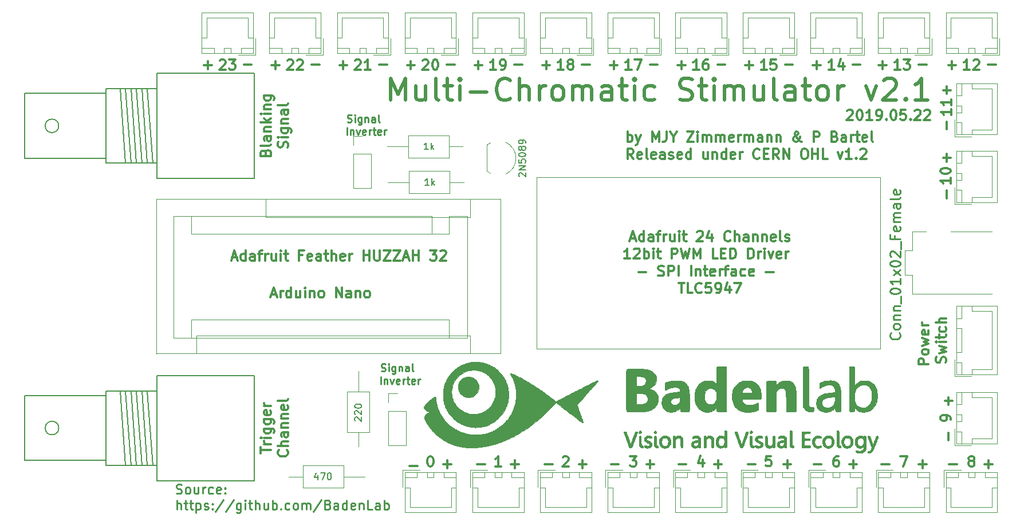
<source format=gbr>
G04 #@! TF.GenerationSoftware,KiCad,Pcbnew,(5.0.0)*
G04 #@! TF.CreationDate,2019-07-30T17:52:05+01:00*
G04 #@! TF.ProjectId,Multi Chromatic Stimulator,4D756C7469204368726F6D6174696320,rev?*
G04 #@! TF.SameCoordinates,Original*
G04 #@! TF.FileFunction,Legend,Top*
G04 #@! TF.FilePolarity,Positive*
%FSLAX46Y46*%
G04 Gerber Fmt 4.6, Leading zero omitted, Abs format (unit mm)*
G04 Created by KiCad (PCBNEW (5.0.0)) date 07/30/19 17:52:05*
%MOMM*%
%LPD*%
G01*
G04 APERTURE LIST*
%ADD10C,0.250000*%
%ADD11C,0.300000*%
%ADD12C,0.500000*%
%ADD13C,0.120000*%
%ADD14C,0.010000*%
%ADD15C,0.050000*%
%ADD16C,0.150000*%
G04 APERTURE END LIST*
D10*
X93473809Y-98545238D02*
X93630952Y-98597619D01*
X93892857Y-98597619D01*
X93997619Y-98545238D01*
X94050000Y-98492857D01*
X94102380Y-98388095D01*
X94102380Y-98283333D01*
X94050000Y-98178571D01*
X93997619Y-98126190D01*
X93892857Y-98073809D01*
X93683333Y-98021428D01*
X93578571Y-97969047D01*
X93526190Y-97916666D01*
X93473809Y-97811904D01*
X93473809Y-97707142D01*
X93526190Y-97602380D01*
X93578571Y-97550000D01*
X93683333Y-97497619D01*
X93945238Y-97497619D01*
X94102380Y-97550000D01*
X94573809Y-98597619D02*
X94573809Y-97864285D01*
X94573809Y-97497619D02*
X94521428Y-97550000D01*
X94573809Y-97602380D01*
X94626190Y-97550000D01*
X94573809Y-97497619D01*
X94573809Y-97602380D01*
X95569047Y-97864285D02*
X95569047Y-98754761D01*
X95516666Y-98859523D01*
X95464285Y-98911904D01*
X95359523Y-98964285D01*
X95202380Y-98964285D01*
X95097619Y-98911904D01*
X95569047Y-98545238D02*
X95464285Y-98597619D01*
X95254761Y-98597619D01*
X95150000Y-98545238D01*
X95097619Y-98492857D01*
X95045238Y-98388095D01*
X95045238Y-98073809D01*
X95097619Y-97969047D01*
X95150000Y-97916666D01*
X95254761Y-97864285D01*
X95464285Y-97864285D01*
X95569047Y-97916666D01*
X96092857Y-97864285D02*
X96092857Y-98597619D01*
X96092857Y-97969047D02*
X96145238Y-97916666D01*
X96250000Y-97864285D01*
X96407142Y-97864285D01*
X96511904Y-97916666D01*
X96564285Y-98021428D01*
X96564285Y-98597619D01*
X97559523Y-98597619D02*
X97559523Y-98021428D01*
X97507142Y-97916666D01*
X97402380Y-97864285D01*
X97192857Y-97864285D01*
X97088095Y-97916666D01*
X97559523Y-98545238D02*
X97454761Y-98597619D01*
X97192857Y-98597619D01*
X97088095Y-98545238D01*
X97035714Y-98440476D01*
X97035714Y-98335714D01*
X97088095Y-98230952D01*
X97192857Y-98178571D01*
X97454761Y-98178571D01*
X97559523Y-98126190D01*
X98240476Y-98597619D02*
X98135714Y-98545238D01*
X98083333Y-98440476D01*
X98083333Y-97497619D01*
X93395238Y-100497619D02*
X93395238Y-99397619D01*
X93919047Y-99764285D02*
X93919047Y-100497619D01*
X93919047Y-99869047D02*
X93971428Y-99816666D01*
X94076190Y-99764285D01*
X94233333Y-99764285D01*
X94338095Y-99816666D01*
X94390476Y-99921428D01*
X94390476Y-100497619D01*
X94809523Y-99764285D02*
X95071428Y-100497619D01*
X95333333Y-99764285D01*
X96171428Y-100445238D02*
X96066666Y-100497619D01*
X95857142Y-100497619D01*
X95752380Y-100445238D01*
X95700000Y-100340476D01*
X95700000Y-99921428D01*
X95752380Y-99816666D01*
X95857142Y-99764285D01*
X96066666Y-99764285D01*
X96171428Y-99816666D01*
X96223809Y-99921428D01*
X96223809Y-100026190D01*
X95700000Y-100130952D01*
X96695238Y-100497619D02*
X96695238Y-99764285D01*
X96695238Y-99973809D02*
X96747619Y-99869047D01*
X96800000Y-99816666D01*
X96904761Y-99764285D01*
X97009523Y-99764285D01*
X97219047Y-99764285D02*
X97638095Y-99764285D01*
X97376190Y-99397619D02*
X97376190Y-100340476D01*
X97428571Y-100445238D01*
X97533333Y-100497619D01*
X97638095Y-100497619D01*
X98423809Y-100445238D02*
X98319047Y-100497619D01*
X98109523Y-100497619D01*
X98004761Y-100445238D01*
X97952380Y-100340476D01*
X97952380Y-99921428D01*
X98004761Y-99816666D01*
X98109523Y-99764285D01*
X98319047Y-99764285D01*
X98423809Y-99816666D01*
X98476190Y-99921428D01*
X98476190Y-100026190D01*
X97952380Y-100130952D01*
X98947619Y-100497619D02*
X98947619Y-99764285D01*
X98947619Y-99973809D02*
X99000000Y-99869047D01*
X99052380Y-99816666D01*
X99157142Y-99764285D01*
X99261904Y-99764285D01*
X88473809Y-61645238D02*
X88630952Y-61697619D01*
X88892857Y-61697619D01*
X88997619Y-61645238D01*
X89050000Y-61592857D01*
X89102380Y-61488095D01*
X89102380Y-61383333D01*
X89050000Y-61278571D01*
X88997619Y-61226190D01*
X88892857Y-61173809D01*
X88683333Y-61121428D01*
X88578571Y-61069047D01*
X88526190Y-61016666D01*
X88473809Y-60911904D01*
X88473809Y-60807142D01*
X88526190Y-60702380D01*
X88578571Y-60650000D01*
X88683333Y-60597619D01*
X88945238Y-60597619D01*
X89102380Y-60650000D01*
X89573809Y-61697619D02*
X89573809Y-60964285D01*
X89573809Y-60597619D02*
X89521428Y-60650000D01*
X89573809Y-60702380D01*
X89626190Y-60650000D01*
X89573809Y-60597619D01*
X89573809Y-60702380D01*
X90569047Y-60964285D02*
X90569047Y-61854761D01*
X90516666Y-61959523D01*
X90464285Y-62011904D01*
X90359523Y-62064285D01*
X90202380Y-62064285D01*
X90097619Y-62011904D01*
X90569047Y-61645238D02*
X90464285Y-61697619D01*
X90254761Y-61697619D01*
X90150000Y-61645238D01*
X90097619Y-61592857D01*
X90045238Y-61488095D01*
X90045238Y-61173809D01*
X90097619Y-61069047D01*
X90150000Y-61016666D01*
X90254761Y-60964285D01*
X90464285Y-60964285D01*
X90569047Y-61016666D01*
X91092857Y-60964285D02*
X91092857Y-61697619D01*
X91092857Y-61069047D02*
X91145238Y-61016666D01*
X91250000Y-60964285D01*
X91407142Y-60964285D01*
X91511904Y-61016666D01*
X91564285Y-61121428D01*
X91564285Y-61697619D01*
X92559523Y-61697619D02*
X92559523Y-61121428D01*
X92507142Y-61016666D01*
X92402380Y-60964285D01*
X92192857Y-60964285D01*
X92088095Y-61016666D01*
X92559523Y-61645238D02*
X92454761Y-61697619D01*
X92192857Y-61697619D01*
X92088095Y-61645238D01*
X92035714Y-61540476D01*
X92035714Y-61435714D01*
X92088095Y-61330952D01*
X92192857Y-61278571D01*
X92454761Y-61278571D01*
X92559523Y-61226190D01*
X93240476Y-61697619D02*
X93135714Y-61645238D01*
X93083333Y-61540476D01*
X93083333Y-60597619D01*
X88395238Y-63597619D02*
X88395238Y-62497619D01*
X88919047Y-62864285D02*
X88919047Y-63597619D01*
X88919047Y-62969047D02*
X88971428Y-62916666D01*
X89076190Y-62864285D01*
X89233333Y-62864285D01*
X89338095Y-62916666D01*
X89390476Y-63021428D01*
X89390476Y-63597619D01*
X89809523Y-62864285D02*
X90071428Y-63597619D01*
X90333333Y-62864285D01*
X91171428Y-63545238D02*
X91066666Y-63597619D01*
X90857142Y-63597619D01*
X90752380Y-63545238D01*
X90700000Y-63440476D01*
X90700000Y-63021428D01*
X90752380Y-62916666D01*
X90857142Y-62864285D01*
X91066666Y-62864285D01*
X91171428Y-62916666D01*
X91223809Y-63021428D01*
X91223809Y-63126190D01*
X90700000Y-63230952D01*
X91695238Y-63597619D02*
X91695238Y-62864285D01*
X91695238Y-63073809D02*
X91747619Y-62969047D01*
X91800000Y-62916666D01*
X91904761Y-62864285D01*
X92009523Y-62864285D01*
X92219047Y-62864285D02*
X92638095Y-62864285D01*
X92376190Y-62497619D02*
X92376190Y-63440476D01*
X92428571Y-63545238D01*
X92533333Y-63597619D01*
X92638095Y-63597619D01*
X93423809Y-63545238D02*
X93319047Y-63597619D01*
X93109523Y-63597619D01*
X93004761Y-63545238D01*
X92952380Y-63440476D01*
X92952380Y-63021428D01*
X93004761Y-62916666D01*
X93109523Y-62864285D01*
X93319047Y-62864285D01*
X93423809Y-62916666D01*
X93476190Y-63021428D01*
X93476190Y-63126190D01*
X92952380Y-63230952D01*
X93947619Y-63597619D02*
X93947619Y-62864285D01*
X93947619Y-63073809D02*
X94000000Y-62969047D01*
X94052380Y-62916666D01*
X94157142Y-62864285D01*
X94261904Y-62864285D01*
D11*
X74321428Y-53142857D02*
X73178571Y-53142857D01*
X69607142Y-52571428D02*
X69678571Y-52500000D01*
X69821428Y-52428571D01*
X70178571Y-52428571D01*
X70321428Y-52500000D01*
X70392857Y-52571428D01*
X70464285Y-52714285D01*
X70464285Y-52857142D01*
X70392857Y-53071428D01*
X69535714Y-53928571D01*
X70464285Y-53928571D01*
X70964285Y-52428571D02*
X71892857Y-52428571D01*
X71392857Y-53000000D01*
X71607142Y-53000000D01*
X71750000Y-53071428D01*
X71821428Y-53142857D01*
X71892857Y-53285714D01*
X71892857Y-53642857D01*
X71821428Y-53785714D01*
X71750000Y-53857142D01*
X71607142Y-53928571D01*
X71178571Y-53928571D01*
X71035714Y-53857142D01*
X70964285Y-53785714D01*
X67857142Y-53821428D02*
X67857142Y-52678571D01*
X68428571Y-53250000D02*
X67285714Y-53250000D01*
X84321428Y-53142857D02*
X83178571Y-53142857D01*
X79607142Y-52571428D02*
X79678571Y-52500000D01*
X79821428Y-52428571D01*
X80178571Y-52428571D01*
X80321428Y-52500000D01*
X80392857Y-52571428D01*
X80464285Y-52714285D01*
X80464285Y-52857142D01*
X80392857Y-53071428D01*
X79535714Y-53928571D01*
X80464285Y-53928571D01*
X81035714Y-52571428D02*
X81107142Y-52500000D01*
X81250000Y-52428571D01*
X81607142Y-52428571D01*
X81750000Y-52500000D01*
X81821428Y-52571428D01*
X81892857Y-52714285D01*
X81892857Y-52857142D01*
X81821428Y-53071428D01*
X80964285Y-53928571D01*
X81892857Y-53928571D01*
X77857142Y-53821428D02*
X77857142Y-52678571D01*
X78428571Y-53250000D02*
X77285714Y-53250000D01*
X94321428Y-53142857D02*
X93178571Y-53142857D01*
X89607142Y-52571428D02*
X89678571Y-52500000D01*
X89821428Y-52428571D01*
X90178571Y-52428571D01*
X90321428Y-52500000D01*
X90392857Y-52571428D01*
X90464285Y-52714285D01*
X90464285Y-52857142D01*
X90392857Y-53071428D01*
X89535714Y-53928571D01*
X90464285Y-53928571D01*
X91892857Y-53928571D02*
X91035714Y-53928571D01*
X91464285Y-53928571D02*
X91464285Y-52428571D01*
X91321428Y-52642857D01*
X91178571Y-52785714D01*
X91035714Y-52857142D01*
X87857142Y-53821428D02*
X87857142Y-52678571D01*
X88428571Y-53250000D02*
X87285714Y-53250000D01*
X104321428Y-53142857D02*
X103178571Y-53142857D01*
X99607142Y-52571428D02*
X99678571Y-52500000D01*
X99821428Y-52428571D01*
X100178571Y-52428571D01*
X100321428Y-52500000D01*
X100392857Y-52571428D01*
X100464285Y-52714285D01*
X100464285Y-52857142D01*
X100392857Y-53071428D01*
X99535714Y-53928571D01*
X100464285Y-53928571D01*
X101392857Y-52428571D02*
X101535714Y-52428571D01*
X101678571Y-52500000D01*
X101750000Y-52571428D01*
X101821428Y-52714285D01*
X101892857Y-53000000D01*
X101892857Y-53357142D01*
X101821428Y-53642857D01*
X101750000Y-53785714D01*
X101678571Y-53857142D01*
X101535714Y-53928571D01*
X101392857Y-53928571D01*
X101250000Y-53857142D01*
X101178571Y-53785714D01*
X101107142Y-53642857D01*
X101035714Y-53357142D01*
X101035714Y-53000000D01*
X101107142Y-52714285D01*
X101178571Y-52571428D01*
X101250000Y-52500000D01*
X101392857Y-52428571D01*
X97857142Y-53821428D02*
X97857142Y-52678571D01*
X98428571Y-53250000D02*
X97285714Y-53250000D01*
X114321428Y-53142857D02*
X113178571Y-53142857D01*
X110464285Y-53928571D02*
X109607142Y-53928571D01*
X110035714Y-53928571D02*
X110035714Y-52428571D01*
X109892857Y-52642857D01*
X109750000Y-52785714D01*
X109607142Y-52857142D01*
X111178571Y-53928571D02*
X111464285Y-53928571D01*
X111607142Y-53857142D01*
X111678571Y-53785714D01*
X111821428Y-53571428D01*
X111892857Y-53285714D01*
X111892857Y-52714285D01*
X111821428Y-52571428D01*
X111750000Y-52500000D01*
X111607142Y-52428571D01*
X111321428Y-52428571D01*
X111178571Y-52500000D01*
X111107142Y-52571428D01*
X111035714Y-52714285D01*
X111035714Y-53071428D01*
X111107142Y-53214285D01*
X111178571Y-53285714D01*
X111321428Y-53357142D01*
X111607142Y-53357142D01*
X111750000Y-53285714D01*
X111821428Y-53214285D01*
X111892857Y-53071428D01*
X107857142Y-53821428D02*
X107857142Y-52678571D01*
X108428571Y-53250000D02*
X107285714Y-53250000D01*
X124321428Y-53142857D02*
X123178571Y-53142857D01*
X120464285Y-53928571D02*
X119607142Y-53928571D01*
X120035714Y-53928571D02*
X120035714Y-52428571D01*
X119892857Y-52642857D01*
X119750000Y-52785714D01*
X119607142Y-52857142D01*
X121321428Y-53071428D02*
X121178571Y-53000000D01*
X121107142Y-52928571D01*
X121035714Y-52785714D01*
X121035714Y-52714285D01*
X121107142Y-52571428D01*
X121178571Y-52500000D01*
X121321428Y-52428571D01*
X121607142Y-52428571D01*
X121750000Y-52500000D01*
X121821428Y-52571428D01*
X121892857Y-52714285D01*
X121892857Y-52785714D01*
X121821428Y-52928571D01*
X121750000Y-53000000D01*
X121607142Y-53071428D01*
X121321428Y-53071428D01*
X121178571Y-53142857D01*
X121107142Y-53214285D01*
X121035714Y-53357142D01*
X121035714Y-53642857D01*
X121107142Y-53785714D01*
X121178571Y-53857142D01*
X121321428Y-53928571D01*
X121607142Y-53928571D01*
X121750000Y-53857142D01*
X121821428Y-53785714D01*
X121892857Y-53642857D01*
X121892857Y-53357142D01*
X121821428Y-53214285D01*
X121750000Y-53142857D01*
X121607142Y-53071428D01*
X117857142Y-53821428D02*
X117857142Y-52678571D01*
X118428571Y-53250000D02*
X117285714Y-53250000D01*
X134321428Y-53142857D02*
X133178571Y-53142857D01*
X130464285Y-53928571D02*
X129607142Y-53928571D01*
X130035714Y-53928571D02*
X130035714Y-52428571D01*
X129892857Y-52642857D01*
X129750000Y-52785714D01*
X129607142Y-52857142D01*
X130964285Y-52428571D02*
X131964285Y-52428571D01*
X131321428Y-53928571D01*
X127857142Y-53821428D02*
X127857142Y-52678571D01*
X128428571Y-53250000D02*
X127285714Y-53250000D01*
X144321428Y-53142857D02*
X143178571Y-53142857D01*
X140464285Y-53928571D02*
X139607142Y-53928571D01*
X140035714Y-53928571D02*
X140035714Y-52428571D01*
X139892857Y-52642857D01*
X139750000Y-52785714D01*
X139607142Y-52857142D01*
X141750000Y-52428571D02*
X141464285Y-52428571D01*
X141321428Y-52500000D01*
X141250000Y-52571428D01*
X141107142Y-52785714D01*
X141035714Y-53071428D01*
X141035714Y-53642857D01*
X141107142Y-53785714D01*
X141178571Y-53857142D01*
X141321428Y-53928571D01*
X141607142Y-53928571D01*
X141750000Y-53857142D01*
X141821428Y-53785714D01*
X141892857Y-53642857D01*
X141892857Y-53285714D01*
X141821428Y-53142857D01*
X141750000Y-53071428D01*
X141607142Y-53000000D01*
X141321428Y-53000000D01*
X141178571Y-53071428D01*
X141107142Y-53142857D01*
X141035714Y-53285714D01*
X137857142Y-53821428D02*
X137857142Y-52678571D01*
X138428571Y-53250000D02*
X137285714Y-53250000D01*
X154321428Y-53142857D02*
X153178571Y-53142857D01*
X150464285Y-53928571D02*
X149607142Y-53928571D01*
X150035714Y-53928571D02*
X150035714Y-52428571D01*
X149892857Y-52642857D01*
X149750000Y-52785714D01*
X149607142Y-52857142D01*
X151821428Y-52428571D02*
X151107142Y-52428571D01*
X151035714Y-53142857D01*
X151107142Y-53071428D01*
X151250000Y-53000000D01*
X151607142Y-53000000D01*
X151750000Y-53071428D01*
X151821428Y-53142857D01*
X151892857Y-53285714D01*
X151892857Y-53642857D01*
X151821428Y-53785714D01*
X151750000Y-53857142D01*
X151607142Y-53928571D01*
X151250000Y-53928571D01*
X151107142Y-53857142D01*
X151035714Y-53785714D01*
X147857142Y-53821428D02*
X147857142Y-52678571D01*
X148428571Y-53250000D02*
X147285714Y-53250000D01*
X164321428Y-53142857D02*
X163178571Y-53142857D01*
X160464285Y-53928571D02*
X159607142Y-53928571D01*
X160035714Y-53928571D02*
X160035714Y-52428571D01*
X159892857Y-52642857D01*
X159750000Y-52785714D01*
X159607142Y-52857142D01*
X161750000Y-52928571D02*
X161750000Y-53928571D01*
X161392857Y-52357142D02*
X161035714Y-53428571D01*
X161964285Y-53428571D01*
X157857142Y-53821428D02*
X157857142Y-52678571D01*
X158428571Y-53250000D02*
X157285714Y-53250000D01*
X174071428Y-53142857D02*
X172928571Y-53142857D01*
X170214285Y-53928571D02*
X169357142Y-53928571D01*
X169785714Y-53928571D02*
X169785714Y-52428571D01*
X169642857Y-52642857D01*
X169500000Y-52785714D01*
X169357142Y-52857142D01*
X170714285Y-52428571D02*
X171642857Y-52428571D01*
X171142857Y-53000000D01*
X171357142Y-53000000D01*
X171500000Y-53071428D01*
X171571428Y-53142857D01*
X171642857Y-53285714D01*
X171642857Y-53642857D01*
X171571428Y-53785714D01*
X171500000Y-53857142D01*
X171357142Y-53928571D01*
X170928571Y-53928571D01*
X170785714Y-53857142D01*
X170714285Y-53785714D01*
X167607142Y-53821428D02*
X167607142Y-52678571D01*
X168178571Y-53250000D02*
X167035714Y-53250000D01*
X184321428Y-53142857D02*
X183178571Y-53142857D01*
X180464285Y-53928571D02*
X179607142Y-53928571D01*
X180035714Y-53928571D02*
X180035714Y-52428571D01*
X179892857Y-52642857D01*
X179750000Y-52785714D01*
X179607142Y-52857142D01*
X181035714Y-52571428D02*
X181107142Y-52500000D01*
X181250000Y-52428571D01*
X181607142Y-52428571D01*
X181750000Y-52500000D01*
X181821428Y-52571428D01*
X181892857Y-52714285D01*
X181892857Y-52857142D01*
X181821428Y-53071428D01*
X180964285Y-53928571D01*
X181892857Y-53928571D01*
X177857142Y-53821428D02*
X177857142Y-52678571D01*
X178428571Y-53250000D02*
X177285714Y-53250000D01*
X177728627Y-59745811D02*
X177728627Y-60602954D01*
X177728627Y-60174382D02*
X176228627Y-60174382D01*
X176442913Y-60317239D01*
X176585770Y-60460097D01*
X176657198Y-60602954D01*
X177728627Y-58317239D02*
X177728627Y-59174382D01*
X177728627Y-58745811D02*
X176228627Y-58745811D01*
X176442913Y-58888668D01*
X176585770Y-59031525D01*
X176657198Y-59174382D01*
X177107142Y-62781525D02*
X177107142Y-61638668D01*
X177107142Y-57531525D02*
X177107142Y-56388668D01*
X177678571Y-56960097D02*
X176535714Y-56960097D01*
X177107142Y-67571428D02*
X177107142Y-66428571D01*
X177678571Y-67000000D02*
X176535714Y-67000000D01*
X177638669Y-69923116D02*
X177638669Y-70780259D01*
X177638669Y-70351687D02*
X176138669Y-70351687D01*
X176352955Y-70494544D01*
X176495812Y-70637402D01*
X176567240Y-70780259D01*
X176138669Y-68994544D02*
X176138669Y-68851687D01*
X176210098Y-68708830D01*
X176281526Y-68637402D01*
X176424383Y-68565973D01*
X176710098Y-68494544D01*
X177067240Y-68494544D01*
X177352955Y-68565973D01*
X177495812Y-68637402D01*
X177567240Y-68708830D01*
X177638669Y-68851687D01*
X177638669Y-68994544D01*
X177567240Y-69137402D01*
X177495812Y-69208830D01*
X177352955Y-69280259D01*
X177067240Y-69351687D01*
X176710098Y-69351687D01*
X176424383Y-69280259D01*
X176281526Y-69208830D01*
X176210098Y-69137402D01*
X176138669Y-68994544D01*
X177107142Y-72958830D02*
X177107142Y-71815973D01*
X177678571Y-105785714D02*
X177678571Y-105500000D01*
X177607142Y-105357142D01*
X177535714Y-105285714D01*
X177321428Y-105142857D01*
X177035714Y-105071428D01*
X176464285Y-105071428D01*
X176321428Y-105142857D01*
X176250000Y-105214285D01*
X176178571Y-105357142D01*
X176178571Y-105642857D01*
X176250000Y-105785714D01*
X176321428Y-105857142D01*
X176464285Y-105928571D01*
X176821428Y-105928571D01*
X176964285Y-105857142D01*
X177035714Y-105785714D01*
X177107142Y-105642857D01*
X177107142Y-105357142D01*
X177035714Y-105214285D01*
X176964285Y-105142857D01*
X176821428Y-105071428D01*
X177357142Y-108821428D02*
X177357142Y-107678571D01*
X177357142Y-103571428D02*
X177357142Y-102428571D01*
X177928571Y-103000000D02*
X176785714Y-103000000D01*
D12*
X94880952Y-58470238D02*
X94880952Y-55220238D01*
X95964285Y-57541666D01*
X97047619Y-55220238D01*
X97047619Y-58470238D01*
X99988095Y-56303571D02*
X99988095Y-58470238D01*
X98595238Y-56303571D02*
X98595238Y-58005952D01*
X98750000Y-58315476D01*
X99059523Y-58470238D01*
X99523809Y-58470238D01*
X99833333Y-58315476D01*
X99988095Y-58160714D01*
X102000000Y-58470238D02*
X101690476Y-58315476D01*
X101535714Y-58005952D01*
X101535714Y-55220238D01*
X102773809Y-56303571D02*
X104011904Y-56303571D01*
X103238095Y-55220238D02*
X103238095Y-58005952D01*
X103392857Y-58315476D01*
X103702380Y-58470238D01*
X104011904Y-58470238D01*
X105095238Y-58470238D02*
X105095238Y-56303571D01*
X105095238Y-55220238D02*
X104940476Y-55375000D01*
X105095238Y-55529761D01*
X105250000Y-55375000D01*
X105095238Y-55220238D01*
X105095238Y-55529761D01*
X106642857Y-57232142D02*
X109119047Y-57232142D01*
X112523809Y-58160714D02*
X112369047Y-58315476D01*
X111904761Y-58470238D01*
X111595238Y-58470238D01*
X111130952Y-58315476D01*
X110821428Y-58005952D01*
X110666666Y-57696428D01*
X110511904Y-57077380D01*
X110511904Y-56613095D01*
X110666666Y-55994047D01*
X110821428Y-55684523D01*
X111130952Y-55375000D01*
X111595238Y-55220238D01*
X111904761Y-55220238D01*
X112369047Y-55375000D01*
X112523809Y-55529761D01*
X113916666Y-58470238D02*
X113916666Y-55220238D01*
X115309523Y-58470238D02*
X115309523Y-56767857D01*
X115154761Y-56458333D01*
X114845238Y-56303571D01*
X114380952Y-56303571D01*
X114071428Y-56458333D01*
X113916666Y-56613095D01*
X116857142Y-58470238D02*
X116857142Y-56303571D01*
X116857142Y-56922619D02*
X117011904Y-56613095D01*
X117166666Y-56458333D01*
X117476190Y-56303571D01*
X117785714Y-56303571D01*
X119333333Y-58470238D02*
X119023809Y-58315476D01*
X118869047Y-58160714D01*
X118714285Y-57851190D01*
X118714285Y-56922619D01*
X118869047Y-56613095D01*
X119023809Y-56458333D01*
X119333333Y-56303571D01*
X119797619Y-56303571D01*
X120107142Y-56458333D01*
X120261904Y-56613095D01*
X120416666Y-56922619D01*
X120416666Y-57851190D01*
X120261904Y-58160714D01*
X120107142Y-58315476D01*
X119797619Y-58470238D01*
X119333333Y-58470238D01*
X121809523Y-58470238D02*
X121809523Y-56303571D01*
X121809523Y-56613095D02*
X121964285Y-56458333D01*
X122273809Y-56303571D01*
X122738095Y-56303571D01*
X123047619Y-56458333D01*
X123202380Y-56767857D01*
X123202380Y-58470238D01*
X123202380Y-56767857D02*
X123357142Y-56458333D01*
X123666666Y-56303571D01*
X124130952Y-56303571D01*
X124440476Y-56458333D01*
X124595238Y-56767857D01*
X124595238Y-58470238D01*
X127535714Y-58470238D02*
X127535714Y-56767857D01*
X127380952Y-56458333D01*
X127071428Y-56303571D01*
X126452380Y-56303571D01*
X126142857Y-56458333D01*
X127535714Y-58315476D02*
X127226190Y-58470238D01*
X126452380Y-58470238D01*
X126142857Y-58315476D01*
X125988095Y-58005952D01*
X125988095Y-57696428D01*
X126142857Y-57386904D01*
X126452380Y-57232142D01*
X127226190Y-57232142D01*
X127535714Y-57077380D01*
X128619047Y-56303571D02*
X129857142Y-56303571D01*
X129083333Y-55220238D02*
X129083333Y-58005952D01*
X129238095Y-58315476D01*
X129547619Y-58470238D01*
X129857142Y-58470238D01*
X130940476Y-58470238D02*
X130940476Y-56303571D01*
X130940476Y-55220238D02*
X130785714Y-55375000D01*
X130940476Y-55529761D01*
X131095238Y-55375000D01*
X130940476Y-55220238D01*
X130940476Y-55529761D01*
X133880952Y-58315476D02*
X133571428Y-58470238D01*
X132952380Y-58470238D01*
X132642857Y-58315476D01*
X132488095Y-58160714D01*
X132333333Y-57851190D01*
X132333333Y-56922619D01*
X132488095Y-56613095D01*
X132642857Y-56458333D01*
X132952380Y-56303571D01*
X133571428Y-56303571D01*
X133880952Y-56458333D01*
X137595238Y-58315476D02*
X138059523Y-58470238D01*
X138833333Y-58470238D01*
X139142857Y-58315476D01*
X139297619Y-58160714D01*
X139452380Y-57851190D01*
X139452380Y-57541666D01*
X139297619Y-57232142D01*
X139142857Y-57077380D01*
X138833333Y-56922619D01*
X138214285Y-56767857D01*
X137904761Y-56613095D01*
X137750000Y-56458333D01*
X137595238Y-56148809D01*
X137595238Y-55839285D01*
X137750000Y-55529761D01*
X137904761Y-55375000D01*
X138214285Y-55220238D01*
X138988095Y-55220238D01*
X139452380Y-55375000D01*
X140380952Y-56303571D02*
X141619047Y-56303571D01*
X140845238Y-55220238D02*
X140845238Y-58005952D01*
X141000000Y-58315476D01*
X141309523Y-58470238D01*
X141619047Y-58470238D01*
X142702380Y-58470238D02*
X142702380Y-56303571D01*
X142702380Y-55220238D02*
X142547619Y-55375000D01*
X142702380Y-55529761D01*
X142857142Y-55375000D01*
X142702380Y-55220238D01*
X142702380Y-55529761D01*
X144250000Y-58470238D02*
X144250000Y-56303571D01*
X144250000Y-56613095D02*
X144404761Y-56458333D01*
X144714285Y-56303571D01*
X145178571Y-56303571D01*
X145488095Y-56458333D01*
X145642857Y-56767857D01*
X145642857Y-58470238D01*
X145642857Y-56767857D02*
X145797619Y-56458333D01*
X146107142Y-56303571D01*
X146571428Y-56303571D01*
X146880952Y-56458333D01*
X147035714Y-56767857D01*
X147035714Y-58470238D01*
X149976190Y-56303571D02*
X149976190Y-58470238D01*
X148583333Y-56303571D02*
X148583333Y-58005952D01*
X148738095Y-58315476D01*
X149047619Y-58470238D01*
X149511904Y-58470238D01*
X149821428Y-58315476D01*
X149976190Y-58160714D01*
X151988095Y-58470238D02*
X151678571Y-58315476D01*
X151523809Y-58005952D01*
X151523809Y-55220238D01*
X154619047Y-58470238D02*
X154619047Y-56767857D01*
X154464285Y-56458333D01*
X154154761Y-56303571D01*
X153535714Y-56303571D01*
X153226190Y-56458333D01*
X154619047Y-58315476D02*
X154309523Y-58470238D01*
X153535714Y-58470238D01*
X153226190Y-58315476D01*
X153071428Y-58005952D01*
X153071428Y-57696428D01*
X153226190Y-57386904D01*
X153535714Y-57232142D01*
X154309523Y-57232142D01*
X154619047Y-57077380D01*
X155702380Y-56303571D02*
X156940476Y-56303571D01*
X156166666Y-55220238D02*
X156166666Y-58005952D01*
X156321428Y-58315476D01*
X156630952Y-58470238D01*
X156940476Y-58470238D01*
X158488095Y-58470238D02*
X158178571Y-58315476D01*
X158023809Y-58160714D01*
X157869047Y-57851190D01*
X157869047Y-56922619D01*
X158023809Y-56613095D01*
X158178571Y-56458333D01*
X158488095Y-56303571D01*
X158952380Y-56303571D01*
X159261904Y-56458333D01*
X159416666Y-56613095D01*
X159571428Y-56922619D01*
X159571428Y-57851190D01*
X159416666Y-58160714D01*
X159261904Y-58315476D01*
X158952380Y-58470238D01*
X158488095Y-58470238D01*
X160964285Y-58470238D02*
X160964285Y-56303571D01*
X160964285Y-56922619D02*
X161119047Y-56613095D01*
X161273809Y-56458333D01*
X161583333Y-56303571D01*
X161892857Y-56303571D01*
X165142857Y-56303571D02*
X165916666Y-58470238D01*
X166690476Y-56303571D01*
X167773809Y-55529761D02*
X167928571Y-55375000D01*
X168238095Y-55220238D01*
X169011904Y-55220238D01*
X169321428Y-55375000D01*
X169476190Y-55529761D01*
X169630952Y-55839285D01*
X169630952Y-56148809D01*
X169476190Y-56613095D01*
X167619047Y-58470238D01*
X169630952Y-58470238D01*
X171023809Y-58160714D02*
X171178571Y-58315476D01*
X171023809Y-58470238D01*
X170869047Y-58315476D01*
X171023809Y-58160714D01*
X171023809Y-58470238D01*
X174273809Y-58470238D02*
X172416666Y-58470238D01*
X173345238Y-58470238D02*
X173345238Y-55220238D01*
X173035714Y-55684523D01*
X172726190Y-55994047D01*
X172416666Y-56148809D01*
D11*
X174403571Y-97535714D02*
X172903571Y-97535714D01*
X172903571Y-96964285D01*
X172975000Y-96821428D01*
X173046428Y-96750000D01*
X173189285Y-96678571D01*
X173403571Y-96678571D01*
X173546428Y-96750000D01*
X173617857Y-96821428D01*
X173689285Y-96964285D01*
X173689285Y-97535714D01*
X174403571Y-95821428D02*
X174332142Y-95964285D01*
X174260714Y-96035714D01*
X174117857Y-96107142D01*
X173689285Y-96107142D01*
X173546428Y-96035714D01*
X173475000Y-95964285D01*
X173403571Y-95821428D01*
X173403571Y-95607142D01*
X173475000Y-95464285D01*
X173546428Y-95392857D01*
X173689285Y-95321428D01*
X174117857Y-95321428D01*
X174260714Y-95392857D01*
X174332142Y-95464285D01*
X174403571Y-95607142D01*
X174403571Y-95821428D01*
X173403571Y-94821428D02*
X174403571Y-94535714D01*
X173689285Y-94250000D01*
X174403571Y-93964285D01*
X173403571Y-93678571D01*
X174332142Y-92535714D02*
X174403571Y-92678571D01*
X174403571Y-92964285D01*
X174332142Y-93107142D01*
X174189285Y-93178571D01*
X173617857Y-93178571D01*
X173475000Y-93107142D01*
X173403571Y-92964285D01*
X173403571Y-92678571D01*
X173475000Y-92535714D01*
X173617857Y-92464285D01*
X173760714Y-92464285D01*
X173903571Y-93178571D01*
X174403571Y-91821428D02*
X173403571Y-91821428D01*
X173689285Y-91821428D02*
X173546428Y-91750000D01*
X173475000Y-91678571D01*
X173403571Y-91535714D01*
X173403571Y-91392857D01*
X176882142Y-97321428D02*
X176953571Y-97107142D01*
X176953571Y-96750000D01*
X176882142Y-96607142D01*
X176810714Y-96535714D01*
X176667857Y-96464285D01*
X176525000Y-96464285D01*
X176382142Y-96535714D01*
X176310714Y-96607142D01*
X176239285Y-96750000D01*
X176167857Y-97035714D01*
X176096428Y-97178571D01*
X176025000Y-97250000D01*
X175882142Y-97321428D01*
X175739285Y-97321428D01*
X175596428Y-97250000D01*
X175525000Y-97178571D01*
X175453571Y-97035714D01*
X175453571Y-96678571D01*
X175525000Y-96464285D01*
X175953571Y-95964285D02*
X176953571Y-95678571D01*
X176239285Y-95392857D01*
X176953571Y-95107142D01*
X175953571Y-94821428D01*
X176953571Y-94250000D02*
X175953571Y-94250000D01*
X175453571Y-94250000D02*
X175525000Y-94321428D01*
X175596428Y-94250000D01*
X175525000Y-94178571D01*
X175453571Y-94250000D01*
X175596428Y-94250000D01*
X175953571Y-93750000D02*
X175953571Y-93178571D01*
X175453571Y-93535714D02*
X176739285Y-93535714D01*
X176882142Y-93464285D01*
X176953571Y-93321428D01*
X176953571Y-93178571D01*
X176882142Y-92035714D02*
X176953571Y-92178571D01*
X176953571Y-92464285D01*
X176882142Y-92607142D01*
X176810714Y-92678571D01*
X176667857Y-92750000D01*
X176239285Y-92750000D01*
X176096428Y-92678571D01*
X176025000Y-92607142D01*
X175953571Y-92464285D01*
X175953571Y-92178571D01*
X176025000Y-92035714D01*
X176953571Y-91392857D02*
X175453571Y-91392857D01*
X176953571Y-90750000D02*
X176167857Y-90750000D01*
X176025000Y-90821428D01*
X175953571Y-90964285D01*
X175953571Y-91178571D01*
X176025000Y-91321428D01*
X176096428Y-91392857D01*
X76367857Y-66214285D02*
X76439285Y-66000000D01*
X76510714Y-65928571D01*
X76653571Y-65857142D01*
X76867857Y-65857142D01*
X77010714Y-65928571D01*
X77082142Y-66000000D01*
X77153571Y-66142857D01*
X77153571Y-66714285D01*
X75653571Y-66714285D01*
X75653571Y-66214285D01*
X75725000Y-66071428D01*
X75796428Y-66000000D01*
X75939285Y-65928571D01*
X76082142Y-65928571D01*
X76225000Y-66000000D01*
X76296428Y-66071428D01*
X76367857Y-66214285D01*
X76367857Y-66714285D01*
X77153571Y-65000000D02*
X77082142Y-65142857D01*
X76939285Y-65214285D01*
X75653571Y-65214285D01*
X77153571Y-63785714D02*
X76367857Y-63785714D01*
X76225000Y-63857142D01*
X76153571Y-64000000D01*
X76153571Y-64285714D01*
X76225000Y-64428571D01*
X77082142Y-63785714D02*
X77153571Y-63928571D01*
X77153571Y-64285714D01*
X77082142Y-64428571D01*
X76939285Y-64500000D01*
X76796428Y-64500000D01*
X76653571Y-64428571D01*
X76582142Y-64285714D01*
X76582142Y-63928571D01*
X76510714Y-63785714D01*
X76153571Y-63071428D02*
X77153571Y-63071428D01*
X76296428Y-63071428D02*
X76225000Y-63000000D01*
X76153571Y-62857142D01*
X76153571Y-62642857D01*
X76225000Y-62500000D01*
X76367857Y-62428571D01*
X77153571Y-62428571D01*
X77153571Y-61714285D02*
X75653571Y-61714285D01*
X76582142Y-61571428D02*
X77153571Y-61142857D01*
X76153571Y-61142857D02*
X76725000Y-61714285D01*
X77153571Y-60500000D02*
X76153571Y-60500000D01*
X75653571Y-60500000D02*
X75725000Y-60571428D01*
X75796428Y-60500000D01*
X75725000Y-60428571D01*
X75653571Y-60500000D01*
X75796428Y-60500000D01*
X76153571Y-59785714D02*
X77153571Y-59785714D01*
X76296428Y-59785714D02*
X76225000Y-59714285D01*
X76153571Y-59571428D01*
X76153571Y-59357142D01*
X76225000Y-59214285D01*
X76367857Y-59142857D01*
X77153571Y-59142857D01*
X76153571Y-57785714D02*
X77367857Y-57785714D01*
X77510714Y-57857142D01*
X77582142Y-57928571D01*
X77653571Y-58071428D01*
X77653571Y-58285714D01*
X77582142Y-58428571D01*
X77082142Y-57785714D02*
X77153571Y-57928571D01*
X77153571Y-58214285D01*
X77082142Y-58357142D01*
X77010714Y-58428571D01*
X76867857Y-58500000D01*
X76439285Y-58500000D01*
X76296428Y-58428571D01*
X76225000Y-58357142D01*
X76153571Y-58214285D01*
X76153571Y-57928571D01*
X76225000Y-57785714D01*
X79632142Y-65464285D02*
X79703571Y-65250000D01*
X79703571Y-64892857D01*
X79632142Y-64750000D01*
X79560714Y-64678571D01*
X79417857Y-64607142D01*
X79275000Y-64607142D01*
X79132142Y-64678571D01*
X79060714Y-64750000D01*
X78989285Y-64892857D01*
X78917857Y-65178571D01*
X78846428Y-65321428D01*
X78775000Y-65392857D01*
X78632142Y-65464285D01*
X78489285Y-65464285D01*
X78346428Y-65392857D01*
X78275000Y-65321428D01*
X78203571Y-65178571D01*
X78203571Y-64821428D01*
X78275000Y-64607142D01*
X79703571Y-63964285D02*
X78703571Y-63964285D01*
X78203571Y-63964285D02*
X78275000Y-64035714D01*
X78346428Y-63964285D01*
X78275000Y-63892857D01*
X78203571Y-63964285D01*
X78346428Y-63964285D01*
X78703571Y-62607142D02*
X79917857Y-62607142D01*
X80060714Y-62678571D01*
X80132142Y-62750000D01*
X80203571Y-62892857D01*
X80203571Y-63107142D01*
X80132142Y-63250000D01*
X79632142Y-62607142D02*
X79703571Y-62750000D01*
X79703571Y-63035714D01*
X79632142Y-63178571D01*
X79560714Y-63250000D01*
X79417857Y-63321428D01*
X78989285Y-63321428D01*
X78846428Y-63250000D01*
X78775000Y-63178571D01*
X78703571Y-63035714D01*
X78703571Y-62750000D01*
X78775000Y-62607142D01*
X78703571Y-61892857D02*
X79703571Y-61892857D01*
X78846428Y-61892857D02*
X78775000Y-61821428D01*
X78703571Y-61678571D01*
X78703571Y-61464285D01*
X78775000Y-61321428D01*
X78917857Y-61250000D01*
X79703571Y-61250000D01*
X79703571Y-59892857D02*
X78917857Y-59892857D01*
X78775000Y-59964285D01*
X78703571Y-60107142D01*
X78703571Y-60392857D01*
X78775000Y-60535714D01*
X79632142Y-59892857D02*
X79703571Y-60035714D01*
X79703571Y-60392857D01*
X79632142Y-60535714D01*
X79489285Y-60607142D01*
X79346428Y-60607142D01*
X79203571Y-60535714D01*
X79132142Y-60392857D01*
X79132142Y-60035714D01*
X79060714Y-59892857D01*
X79703571Y-58964285D02*
X79632142Y-59107142D01*
X79489285Y-59178571D01*
X78203571Y-59178571D01*
X75653571Y-110714285D02*
X75653571Y-109857142D01*
X77153571Y-110285714D02*
X75653571Y-110285714D01*
X77153571Y-109357142D02*
X76153571Y-109357142D01*
X76439285Y-109357142D02*
X76296428Y-109285714D01*
X76225000Y-109214285D01*
X76153571Y-109071428D01*
X76153571Y-108928571D01*
X77153571Y-108428571D02*
X76153571Y-108428571D01*
X75653571Y-108428571D02*
X75725000Y-108500000D01*
X75796428Y-108428571D01*
X75725000Y-108357142D01*
X75653571Y-108428571D01*
X75796428Y-108428571D01*
X76153571Y-107071428D02*
X77367857Y-107071428D01*
X77510714Y-107142857D01*
X77582142Y-107214285D01*
X77653571Y-107357142D01*
X77653571Y-107571428D01*
X77582142Y-107714285D01*
X77082142Y-107071428D02*
X77153571Y-107214285D01*
X77153571Y-107500000D01*
X77082142Y-107642857D01*
X77010714Y-107714285D01*
X76867857Y-107785714D01*
X76439285Y-107785714D01*
X76296428Y-107714285D01*
X76225000Y-107642857D01*
X76153571Y-107500000D01*
X76153571Y-107214285D01*
X76225000Y-107071428D01*
X76153571Y-105714285D02*
X77367857Y-105714285D01*
X77510714Y-105785714D01*
X77582142Y-105857142D01*
X77653571Y-106000000D01*
X77653571Y-106214285D01*
X77582142Y-106357142D01*
X77082142Y-105714285D02*
X77153571Y-105857142D01*
X77153571Y-106142857D01*
X77082142Y-106285714D01*
X77010714Y-106357142D01*
X76867857Y-106428571D01*
X76439285Y-106428571D01*
X76296428Y-106357142D01*
X76225000Y-106285714D01*
X76153571Y-106142857D01*
X76153571Y-105857142D01*
X76225000Y-105714285D01*
X77082142Y-104428571D02*
X77153571Y-104571428D01*
X77153571Y-104857142D01*
X77082142Y-105000000D01*
X76939285Y-105071428D01*
X76367857Y-105071428D01*
X76225000Y-105000000D01*
X76153571Y-104857142D01*
X76153571Y-104571428D01*
X76225000Y-104428571D01*
X76367857Y-104357142D01*
X76510714Y-104357142D01*
X76653571Y-105071428D01*
X77153571Y-103714285D02*
X76153571Y-103714285D01*
X76439285Y-103714285D02*
X76296428Y-103642857D01*
X76225000Y-103571428D01*
X76153571Y-103428571D01*
X76153571Y-103285714D01*
X79560714Y-110285714D02*
X79632142Y-110357142D01*
X79703571Y-110571428D01*
X79703571Y-110714285D01*
X79632142Y-110928571D01*
X79489285Y-111071428D01*
X79346428Y-111142857D01*
X79060714Y-111214285D01*
X78846428Y-111214285D01*
X78560714Y-111142857D01*
X78417857Y-111071428D01*
X78275000Y-110928571D01*
X78203571Y-110714285D01*
X78203571Y-110571428D01*
X78275000Y-110357142D01*
X78346428Y-110285714D01*
X79703571Y-109642857D02*
X78203571Y-109642857D01*
X79703571Y-109000000D02*
X78917857Y-109000000D01*
X78775000Y-109071428D01*
X78703571Y-109214285D01*
X78703571Y-109428571D01*
X78775000Y-109571428D01*
X78846428Y-109642857D01*
X79703571Y-107642857D02*
X78917857Y-107642857D01*
X78775000Y-107714285D01*
X78703571Y-107857142D01*
X78703571Y-108142857D01*
X78775000Y-108285714D01*
X79632142Y-107642857D02*
X79703571Y-107785714D01*
X79703571Y-108142857D01*
X79632142Y-108285714D01*
X79489285Y-108357142D01*
X79346428Y-108357142D01*
X79203571Y-108285714D01*
X79132142Y-108142857D01*
X79132142Y-107785714D01*
X79060714Y-107642857D01*
X78703571Y-106928571D02*
X79703571Y-106928571D01*
X78846428Y-106928571D02*
X78775000Y-106857142D01*
X78703571Y-106714285D01*
X78703571Y-106500000D01*
X78775000Y-106357142D01*
X78917857Y-106285714D01*
X79703571Y-106285714D01*
X78703571Y-105571428D02*
X79703571Y-105571428D01*
X78846428Y-105571428D02*
X78775000Y-105500000D01*
X78703571Y-105357142D01*
X78703571Y-105142857D01*
X78775000Y-105000000D01*
X78917857Y-104928571D01*
X79703571Y-104928571D01*
X79632142Y-103642857D02*
X79703571Y-103785714D01*
X79703571Y-104071428D01*
X79632142Y-104214285D01*
X79489285Y-104285714D01*
X78917857Y-104285714D01*
X78775000Y-104214285D01*
X78703571Y-104071428D01*
X78703571Y-103785714D01*
X78775000Y-103642857D01*
X78917857Y-103571428D01*
X79060714Y-103571428D01*
X79203571Y-104285714D01*
X79703571Y-102714285D02*
X79632142Y-102857142D01*
X79489285Y-102928571D01*
X78203571Y-102928571D01*
X100678571Y-111178571D02*
X100821428Y-111178571D01*
X100964285Y-111250000D01*
X101035714Y-111321428D01*
X101107142Y-111464285D01*
X101178571Y-111750000D01*
X101178571Y-112107142D01*
X101107142Y-112392857D01*
X101035714Y-112535714D01*
X100964285Y-112607142D01*
X100821428Y-112678571D01*
X100678571Y-112678571D01*
X100535714Y-112607142D01*
X100464285Y-112535714D01*
X100392857Y-112392857D01*
X100321428Y-112107142D01*
X100321428Y-111750000D01*
X100392857Y-111464285D01*
X100464285Y-111321428D01*
X100535714Y-111250000D01*
X100678571Y-111178571D01*
X111178571Y-112678571D02*
X110321428Y-112678571D01*
X110750000Y-112678571D02*
X110750000Y-111178571D01*
X110607142Y-111392857D01*
X110464285Y-111535714D01*
X110321428Y-111607142D01*
X120321428Y-111321428D02*
X120392857Y-111250000D01*
X120535714Y-111178571D01*
X120892857Y-111178571D01*
X121035714Y-111250000D01*
X121107142Y-111321428D01*
X121178571Y-111464285D01*
X121178571Y-111607142D01*
X121107142Y-111821428D01*
X120250000Y-112678571D01*
X121178571Y-112678571D01*
X130250000Y-111178571D02*
X131178571Y-111178571D01*
X130678571Y-111750000D01*
X130892857Y-111750000D01*
X131035714Y-111821428D01*
X131107142Y-111892857D01*
X131178571Y-112035714D01*
X131178571Y-112392857D01*
X131107142Y-112535714D01*
X131035714Y-112607142D01*
X130892857Y-112678571D01*
X130464285Y-112678571D01*
X130321428Y-112607142D01*
X130250000Y-112535714D01*
X141035714Y-111678571D02*
X141035714Y-112678571D01*
X140678571Y-111107142D02*
X140321428Y-112178571D01*
X141250000Y-112178571D01*
X151107142Y-111153571D02*
X150392857Y-111153571D01*
X150321428Y-111867857D01*
X150392857Y-111796428D01*
X150535714Y-111725000D01*
X150892857Y-111725000D01*
X151035714Y-111796428D01*
X151107142Y-111867857D01*
X151178571Y-112010714D01*
X151178571Y-112367857D01*
X151107142Y-112510714D01*
X151035714Y-112582142D01*
X150892857Y-112653571D01*
X150535714Y-112653571D01*
X150392857Y-112582142D01*
X150321428Y-112510714D01*
X161035714Y-111178571D02*
X160750000Y-111178571D01*
X160607142Y-111250000D01*
X160535714Y-111321428D01*
X160392857Y-111535714D01*
X160321428Y-111821428D01*
X160321428Y-112392857D01*
X160392857Y-112535714D01*
X160464285Y-112607142D01*
X160607142Y-112678571D01*
X160892857Y-112678571D01*
X161035714Y-112607142D01*
X161107142Y-112535714D01*
X161178571Y-112392857D01*
X161178571Y-112035714D01*
X161107142Y-111892857D01*
X161035714Y-111821428D01*
X160892857Y-111750000D01*
X160607142Y-111750000D01*
X160464285Y-111821428D01*
X160392857Y-111892857D01*
X160321428Y-112035714D01*
X170250000Y-111178571D02*
X171250000Y-111178571D01*
X170607142Y-112678571D01*
X180607142Y-111821428D02*
X180464285Y-111750000D01*
X180392857Y-111678571D01*
X180321428Y-111535714D01*
X180321428Y-111464285D01*
X180392857Y-111321428D01*
X180464285Y-111250000D01*
X180607142Y-111178571D01*
X180892857Y-111178571D01*
X181035714Y-111250000D01*
X181107142Y-111321428D01*
X181178571Y-111464285D01*
X181178571Y-111535714D01*
X181107142Y-111678571D01*
X181035714Y-111750000D01*
X180892857Y-111821428D01*
X180607142Y-111821428D01*
X180464285Y-111892857D01*
X180392857Y-111964285D01*
X180321428Y-112107142D01*
X180321428Y-112392857D01*
X180392857Y-112535714D01*
X180464285Y-112607142D01*
X180607142Y-112678571D01*
X180892857Y-112678571D01*
X181035714Y-112607142D01*
X181107142Y-112535714D01*
X181178571Y-112392857D01*
X181178571Y-112107142D01*
X181107142Y-111964285D01*
X181035714Y-111892857D01*
X180892857Y-111821428D01*
D10*
X63179166Y-116641666D02*
X63379166Y-116708333D01*
X63712500Y-116708333D01*
X63845833Y-116641666D01*
X63912500Y-116575000D01*
X63979166Y-116441666D01*
X63979166Y-116308333D01*
X63912500Y-116175000D01*
X63845833Y-116108333D01*
X63712500Y-116041666D01*
X63445833Y-115975000D01*
X63312500Y-115908333D01*
X63245833Y-115841666D01*
X63179166Y-115708333D01*
X63179166Y-115575000D01*
X63245833Y-115441666D01*
X63312500Y-115375000D01*
X63445833Y-115308333D01*
X63779166Y-115308333D01*
X63979166Y-115375000D01*
X64779166Y-116708333D02*
X64645833Y-116641666D01*
X64579166Y-116575000D01*
X64512500Y-116441666D01*
X64512500Y-116041666D01*
X64579166Y-115908333D01*
X64645833Y-115841666D01*
X64779166Y-115775000D01*
X64979166Y-115775000D01*
X65112500Y-115841666D01*
X65179166Y-115908333D01*
X65245833Y-116041666D01*
X65245833Y-116441666D01*
X65179166Y-116575000D01*
X65112500Y-116641666D01*
X64979166Y-116708333D01*
X64779166Y-116708333D01*
X66445833Y-115775000D02*
X66445833Y-116708333D01*
X65845833Y-115775000D02*
X65845833Y-116508333D01*
X65912500Y-116641666D01*
X66045833Y-116708333D01*
X66245833Y-116708333D01*
X66379166Y-116641666D01*
X66445833Y-116575000D01*
X67112500Y-116708333D02*
X67112500Y-115775000D01*
X67112500Y-116041666D02*
X67179166Y-115908333D01*
X67245833Y-115841666D01*
X67379166Y-115775000D01*
X67512500Y-115775000D01*
X68579166Y-116641666D02*
X68445833Y-116708333D01*
X68179166Y-116708333D01*
X68045833Y-116641666D01*
X67979166Y-116575000D01*
X67912500Y-116441666D01*
X67912500Y-116041666D01*
X67979166Y-115908333D01*
X68045833Y-115841666D01*
X68179166Y-115775000D01*
X68445833Y-115775000D01*
X68579166Y-115841666D01*
X69712500Y-116641666D02*
X69579166Y-116708333D01*
X69312500Y-116708333D01*
X69179166Y-116641666D01*
X69112500Y-116508333D01*
X69112500Y-115975000D01*
X69179166Y-115841666D01*
X69312500Y-115775000D01*
X69579166Y-115775000D01*
X69712500Y-115841666D01*
X69779166Y-115975000D01*
X69779166Y-116108333D01*
X69112500Y-116241666D01*
X70379166Y-116575000D02*
X70445833Y-116641666D01*
X70379166Y-116708333D01*
X70312500Y-116641666D01*
X70379166Y-116575000D01*
X70379166Y-116708333D01*
X70379166Y-115841666D02*
X70445833Y-115908333D01*
X70379166Y-115975000D01*
X70312500Y-115908333D01*
X70379166Y-115841666D01*
X70379166Y-115975000D01*
X63245833Y-119058333D02*
X63245833Y-117658333D01*
X63845833Y-119058333D02*
X63845833Y-118325000D01*
X63779166Y-118191666D01*
X63645833Y-118125000D01*
X63445833Y-118125000D01*
X63312500Y-118191666D01*
X63245833Y-118258333D01*
X64312500Y-118125000D02*
X64845833Y-118125000D01*
X64512500Y-117658333D02*
X64512500Y-118858333D01*
X64579166Y-118991666D01*
X64712500Y-119058333D01*
X64845833Y-119058333D01*
X65112500Y-118125000D02*
X65645833Y-118125000D01*
X65312500Y-117658333D02*
X65312500Y-118858333D01*
X65379166Y-118991666D01*
X65512500Y-119058333D01*
X65645833Y-119058333D01*
X66112500Y-118125000D02*
X66112500Y-119525000D01*
X66112500Y-118191666D02*
X66245833Y-118125000D01*
X66512500Y-118125000D01*
X66645833Y-118191666D01*
X66712500Y-118258333D01*
X66779166Y-118391666D01*
X66779166Y-118791666D01*
X66712500Y-118925000D01*
X66645833Y-118991666D01*
X66512500Y-119058333D01*
X66245833Y-119058333D01*
X66112500Y-118991666D01*
X67312500Y-118991666D02*
X67445833Y-119058333D01*
X67712500Y-119058333D01*
X67845833Y-118991666D01*
X67912500Y-118858333D01*
X67912500Y-118791666D01*
X67845833Y-118658333D01*
X67712500Y-118591666D01*
X67512500Y-118591666D01*
X67379166Y-118525000D01*
X67312500Y-118391666D01*
X67312500Y-118325000D01*
X67379166Y-118191666D01*
X67512500Y-118125000D01*
X67712500Y-118125000D01*
X67845833Y-118191666D01*
X68512500Y-118925000D02*
X68579166Y-118991666D01*
X68512500Y-119058333D01*
X68445833Y-118991666D01*
X68512500Y-118925000D01*
X68512500Y-119058333D01*
X68512500Y-118191666D02*
X68579166Y-118258333D01*
X68512500Y-118325000D01*
X68445833Y-118258333D01*
X68512500Y-118191666D01*
X68512500Y-118325000D01*
X70179166Y-117591666D02*
X68979166Y-119391666D01*
X71645833Y-117591666D02*
X70445833Y-119391666D01*
X72712500Y-118125000D02*
X72712500Y-119258333D01*
X72645833Y-119391666D01*
X72579166Y-119458333D01*
X72445833Y-119525000D01*
X72245833Y-119525000D01*
X72112500Y-119458333D01*
X72712500Y-118991666D02*
X72579166Y-119058333D01*
X72312500Y-119058333D01*
X72179166Y-118991666D01*
X72112500Y-118925000D01*
X72045833Y-118791666D01*
X72045833Y-118391666D01*
X72112500Y-118258333D01*
X72179166Y-118191666D01*
X72312500Y-118125000D01*
X72579166Y-118125000D01*
X72712500Y-118191666D01*
X73379166Y-119058333D02*
X73379166Y-118125000D01*
X73379166Y-117658333D02*
X73312500Y-117725000D01*
X73379166Y-117791666D01*
X73445833Y-117725000D01*
X73379166Y-117658333D01*
X73379166Y-117791666D01*
X73845833Y-118125000D02*
X74379166Y-118125000D01*
X74045833Y-117658333D02*
X74045833Y-118858333D01*
X74112500Y-118991666D01*
X74245833Y-119058333D01*
X74379166Y-119058333D01*
X74845833Y-119058333D02*
X74845833Y-117658333D01*
X75445833Y-119058333D02*
X75445833Y-118325000D01*
X75379166Y-118191666D01*
X75245833Y-118125000D01*
X75045833Y-118125000D01*
X74912500Y-118191666D01*
X74845833Y-118258333D01*
X76712500Y-118125000D02*
X76712500Y-119058333D01*
X76112500Y-118125000D02*
X76112500Y-118858333D01*
X76179166Y-118991666D01*
X76312500Y-119058333D01*
X76512500Y-119058333D01*
X76645833Y-118991666D01*
X76712500Y-118925000D01*
X77379166Y-119058333D02*
X77379166Y-117658333D01*
X77379166Y-118191666D02*
X77512500Y-118125000D01*
X77779166Y-118125000D01*
X77912500Y-118191666D01*
X77979166Y-118258333D01*
X78045833Y-118391666D01*
X78045833Y-118791666D01*
X77979166Y-118925000D01*
X77912500Y-118991666D01*
X77779166Y-119058333D01*
X77512500Y-119058333D01*
X77379166Y-118991666D01*
X78645833Y-118925000D02*
X78712500Y-118991666D01*
X78645833Y-119058333D01*
X78579166Y-118991666D01*
X78645833Y-118925000D01*
X78645833Y-119058333D01*
X79912500Y-118991666D02*
X79779166Y-119058333D01*
X79512500Y-119058333D01*
X79379166Y-118991666D01*
X79312500Y-118925000D01*
X79245833Y-118791666D01*
X79245833Y-118391666D01*
X79312500Y-118258333D01*
X79379166Y-118191666D01*
X79512500Y-118125000D01*
X79779166Y-118125000D01*
X79912500Y-118191666D01*
X80712500Y-119058333D02*
X80579166Y-118991666D01*
X80512500Y-118925000D01*
X80445833Y-118791666D01*
X80445833Y-118391666D01*
X80512500Y-118258333D01*
X80579166Y-118191666D01*
X80712500Y-118125000D01*
X80912500Y-118125000D01*
X81045833Y-118191666D01*
X81112500Y-118258333D01*
X81179166Y-118391666D01*
X81179166Y-118791666D01*
X81112500Y-118925000D01*
X81045833Y-118991666D01*
X80912500Y-119058333D01*
X80712500Y-119058333D01*
X81779166Y-119058333D02*
X81779166Y-118125000D01*
X81779166Y-118258333D02*
X81845833Y-118191666D01*
X81979166Y-118125000D01*
X82179166Y-118125000D01*
X82312500Y-118191666D01*
X82379166Y-118325000D01*
X82379166Y-119058333D01*
X82379166Y-118325000D02*
X82445833Y-118191666D01*
X82579166Y-118125000D01*
X82779166Y-118125000D01*
X82912500Y-118191666D01*
X82979166Y-118325000D01*
X82979166Y-119058333D01*
X84645833Y-117591666D02*
X83445833Y-119391666D01*
X85579166Y-118325000D02*
X85779166Y-118391666D01*
X85845833Y-118458333D01*
X85912500Y-118591666D01*
X85912500Y-118791666D01*
X85845833Y-118925000D01*
X85779166Y-118991666D01*
X85645833Y-119058333D01*
X85112500Y-119058333D01*
X85112500Y-117658333D01*
X85579166Y-117658333D01*
X85712500Y-117725000D01*
X85779166Y-117791666D01*
X85845833Y-117925000D01*
X85845833Y-118058333D01*
X85779166Y-118191666D01*
X85712500Y-118258333D01*
X85579166Y-118325000D01*
X85112500Y-118325000D01*
X87112500Y-119058333D02*
X87112500Y-118325000D01*
X87045833Y-118191666D01*
X86912500Y-118125000D01*
X86645833Y-118125000D01*
X86512500Y-118191666D01*
X87112500Y-118991666D02*
X86979166Y-119058333D01*
X86645833Y-119058333D01*
X86512500Y-118991666D01*
X86445833Y-118858333D01*
X86445833Y-118725000D01*
X86512500Y-118591666D01*
X86645833Y-118525000D01*
X86979166Y-118525000D01*
X87112500Y-118458333D01*
X88379166Y-119058333D02*
X88379166Y-117658333D01*
X88379166Y-118991666D02*
X88245833Y-119058333D01*
X87979166Y-119058333D01*
X87845833Y-118991666D01*
X87779166Y-118925000D01*
X87712500Y-118791666D01*
X87712500Y-118391666D01*
X87779166Y-118258333D01*
X87845833Y-118191666D01*
X87979166Y-118125000D01*
X88245833Y-118125000D01*
X88379166Y-118191666D01*
X89579166Y-118991666D02*
X89445833Y-119058333D01*
X89179166Y-119058333D01*
X89045833Y-118991666D01*
X88979166Y-118858333D01*
X88979166Y-118325000D01*
X89045833Y-118191666D01*
X89179166Y-118125000D01*
X89445833Y-118125000D01*
X89579166Y-118191666D01*
X89645833Y-118325000D01*
X89645833Y-118458333D01*
X88979166Y-118591666D01*
X90245833Y-118125000D02*
X90245833Y-119058333D01*
X90245833Y-118258333D02*
X90312500Y-118191666D01*
X90445833Y-118125000D01*
X90645833Y-118125000D01*
X90779166Y-118191666D01*
X90845833Y-118325000D01*
X90845833Y-119058333D01*
X92179166Y-119058333D02*
X91512500Y-119058333D01*
X91512500Y-117658333D01*
X93245833Y-119058333D02*
X93245833Y-118325000D01*
X93179166Y-118191666D01*
X93045833Y-118125000D01*
X92779166Y-118125000D01*
X92645833Y-118191666D01*
X93245833Y-118991666D02*
X93112500Y-119058333D01*
X92779166Y-119058333D01*
X92645833Y-118991666D01*
X92579166Y-118858333D01*
X92579166Y-118725000D01*
X92645833Y-118591666D01*
X92779166Y-118525000D01*
X93112500Y-118525000D01*
X93245833Y-118458333D01*
X93912500Y-119058333D02*
X93912500Y-117658333D01*
X93912500Y-118191666D02*
X94045833Y-118125000D01*
X94312500Y-118125000D01*
X94445833Y-118191666D01*
X94512500Y-118258333D01*
X94579166Y-118391666D01*
X94579166Y-118791666D01*
X94512500Y-118925000D01*
X94445833Y-118991666D01*
X94312500Y-119058333D01*
X94045833Y-119058333D01*
X93912500Y-118991666D01*
D11*
X129902142Y-64603571D02*
X129902142Y-63103571D01*
X129902142Y-63675000D02*
X130045000Y-63603571D01*
X130330714Y-63603571D01*
X130473571Y-63675000D01*
X130545000Y-63746428D01*
X130616428Y-63889285D01*
X130616428Y-64317857D01*
X130545000Y-64460714D01*
X130473571Y-64532142D01*
X130330714Y-64603571D01*
X130045000Y-64603571D01*
X129902142Y-64532142D01*
X131116428Y-63603571D02*
X131473571Y-64603571D01*
X131830714Y-63603571D02*
X131473571Y-64603571D01*
X131330714Y-64960714D01*
X131259285Y-65032142D01*
X131116428Y-65103571D01*
X133545000Y-64603571D02*
X133545000Y-63103571D01*
X134045000Y-64175000D01*
X134545000Y-63103571D01*
X134545000Y-64603571D01*
X135687857Y-63103571D02*
X135687857Y-64175000D01*
X135616428Y-64389285D01*
X135473571Y-64532142D01*
X135259285Y-64603571D01*
X135116428Y-64603571D01*
X136687857Y-63889285D02*
X136687857Y-64603571D01*
X136187857Y-63103571D02*
X136687857Y-63889285D01*
X137187857Y-63103571D01*
X138687857Y-63103571D02*
X139687857Y-63103571D01*
X138687857Y-64603571D01*
X139687857Y-64603571D01*
X140259285Y-64603571D02*
X140259285Y-63603571D01*
X140259285Y-63103571D02*
X140187857Y-63175000D01*
X140259285Y-63246428D01*
X140330714Y-63175000D01*
X140259285Y-63103571D01*
X140259285Y-63246428D01*
X140973571Y-64603571D02*
X140973571Y-63603571D01*
X140973571Y-63746428D02*
X141045000Y-63675000D01*
X141187857Y-63603571D01*
X141402142Y-63603571D01*
X141545000Y-63675000D01*
X141616428Y-63817857D01*
X141616428Y-64603571D01*
X141616428Y-63817857D02*
X141687857Y-63675000D01*
X141830714Y-63603571D01*
X142045000Y-63603571D01*
X142187857Y-63675000D01*
X142259285Y-63817857D01*
X142259285Y-64603571D01*
X142973571Y-64603571D02*
X142973571Y-63603571D01*
X142973571Y-63746428D02*
X143045000Y-63675000D01*
X143187857Y-63603571D01*
X143402142Y-63603571D01*
X143545000Y-63675000D01*
X143616428Y-63817857D01*
X143616428Y-64603571D01*
X143616428Y-63817857D02*
X143687857Y-63675000D01*
X143830714Y-63603571D01*
X144045000Y-63603571D01*
X144187857Y-63675000D01*
X144259285Y-63817857D01*
X144259285Y-64603571D01*
X145545000Y-64532142D02*
X145402142Y-64603571D01*
X145116428Y-64603571D01*
X144973571Y-64532142D01*
X144902142Y-64389285D01*
X144902142Y-63817857D01*
X144973571Y-63675000D01*
X145116428Y-63603571D01*
X145402142Y-63603571D01*
X145545000Y-63675000D01*
X145616428Y-63817857D01*
X145616428Y-63960714D01*
X144902142Y-64103571D01*
X146259285Y-64603571D02*
X146259285Y-63603571D01*
X146259285Y-63889285D02*
X146330714Y-63746428D01*
X146402142Y-63675000D01*
X146545000Y-63603571D01*
X146687857Y-63603571D01*
X147187857Y-64603571D02*
X147187857Y-63603571D01*
X147187857Y-63746428D02*
X147259285Y-63675000D01*
X147402142Y-63603571D01*
X147616428Y-63603571D01*
X147759285Y-63675000D01*
X147830714Y-63817857D01*
X147830714Y-64603571D01*
X147830714Y-63817857D02*
X147902142Y-63675000D01*
X148045000Y-63603571D01*
X148259285Y-63603571D01*
X148402142Y-63675000D01*
X148473571Y-63817857D01*
X148473571Y-64603571D01*
X149830714Y-64603571D02*
X149830714Y-63817857D01*
X149759285Y-63675000D01*
X149616428Y-63603571D01*
X149330714Y-63603571D01*
X149187857Y-63675000D01*
X149830714Y-64532142D02*
X149687857Y-64603571D01*
X149330714Y-64603571D01*
X149187857Y-64532142D01*
X149116428Y-64389285D01*
X149116428Y-64246428D01*
X149187857Y-64103571D01*
X149330714Y-64032142D01*
X149687857Y-64032142D01*
X149830714Y-63960714D01*
X150545000Y-63603571D02*
X150545000Y-64603571D01*
X150545000Y-63746428D02*
X150616428Y-63675000D01*
X150759285Y-63603571D01*
X150973571Y-63603571D01*
X151116428Y-63675000D01*
X151187857Y-63817857D01*
X151187857Y-64603571D01*
X151902142Y-63603571D02*
X151902142Y-64603571D01*
X151902142Y-63746428D02*
X151973571Y-63675000D01*
X152116428Y-63603571D01*
X152330714Y-63603571D01*
X152473571Y-63675000D01*
X152545000Y-63817857D01*
X152545000Y-64603571D01*
X155616428Y-64603571D02*
X155545000Y-64603571D01*
X155402142Y-64532142D01*
X155187857Y-64317857D01*
X154830714Y-63889285D01*
X154687857Y-63675000D01*
X154616428Y-63460714D01*
X154616428Y-63317857D01*
X154687857Y-63175000D01*
X154830714Y-63103571D01*
X154902142Y-63103571D01*
X155045000Y-63175000D01*
X155116428Y-63317857D01*
X155116428Y-63389285D01*
X155045000Y-63532142D01*
X154973571Y-63603571D01*
X154545000Y-63889285D01*
X154473571Y-63960714D01*
X154402142Y-64103571D01*
X154402142Y-64317857D01*
X154473571Y-64460714D01*
X154545000Y-64532142D01*
X154687857Y-64603571D01*
X154902142Y-64603571D01*
X155045000Y-64532142D01*
X155116428Y-64460714D01*
X155330714Y-64175000D01*
X155402142Y-63960714D01*
X155402142Y-63817857D01*
X157402142Y-64603571D02*
X157402142Y-63103571D01*
X157973571Y-63103571D01*
X158116428Y-63175000D01*
X158187857Y-63246428D01*
X158259285Y-63389285D01*
X158259285Y-63603571D01*
X158187857Y-63746428D01*
X158116428Y-63817857D01*
X157973571Y-63889285D01*
X157402142Y-63889285D01*
X160545000Y-63817857D02*
X160759285Y-63889285D01*
X160830714Y-63960714D01*
X160902142Y-64103571D01*
X160902142Y-64317857D01*
X160830714Y-64460714D01*
X160759285Y-64532142D01*
X160616428Y-64603571D01*
X160045000Y-64603571D01*
X160045000Y-63103571D01*
X160545000Y-63103571D01*
X160687857Y-63175000D01*
X160759285Y-63246428D01*
X160830714Y-63389285D01*
X160830714Y-63532142D01*
X160759285Y-63675000D01*
X160687857Y-63746428D01*
X160545000Y-63817857D01*
X160045000Y-63817857D01*
X162187857Y-64603571D02*
X162187857Y-63817857D01*
X162116428Y-63675000D01*
X161973571Y-63603571D01*
X161687857Y-63603571D01*
X161545000Y-63675000D01*
X162187857Y-64532142D02*
X162045000Y-64603571D01*
X161687857Y-64603571D01*
X161545000Y-64532142D01*
X161473571Y-64389285D01*
X161473571Y-64246428D01*
X161545000Y-64103571D01*
X161687857Y-64032142D01*
X162045000Y-64032142D01*
X162187857Y-63960714D01*
X162902142Y-64603571D02*
X162902142Y-63603571D01*
X162902142Y-63889285D02*
X162973571Y-63746428D01*
X163045000Y-63675000D01*
X163187857Y-63603571D01*
X163330714Y-63603571D01*
X163616428Y-63603571D02*
X164187857Y-63603571D01*
X163830714Y-63103571D02*
X163830714Y-64389285D01*
X163902142Y-64532142D01*
X164045000Y-64603571D01*
X164187857Y-64603571D01*
X165259285Y-64532142D02*
X165116428Y-64603571D01*
X164830714Y-64603571D01*
X164687857Y-64532142D01*
X164616428Y-64389285D01*
X164616428Y-63817857D01*
X164687857Y-63675000D01*
X164830714Y-63603571D01*
X165116428Y-63603571D01*
X165259285Y-63675000D01*
X165330714Y-63817857D01*
X165330714Y-63960714D01*
X164616428Y-64103571D01*
X166187857Y-64603571D02*
X166045000Y-64532142D01*
X165973571Y-64389285D01*
X165973571Y-63103571D01*
X130759285Y-67153571D02*
X130259285Y-66439285D01*
X129902142Y-67153571D02*
X129902142Y-65653571D01*
X130473571Y-65653571D01*
X130616428Y-65725000D01*
X130687857Y-65796428D01*
X130759285Y-65939285D01*
X130759285Y-66153571D01*
X130687857Y-66296428D01*
X130616428Y-66367857D01*
X130473571Y-66439285D01*
X129902142Y-66439285D01*
X131973571Y-67082142D02*
X131830714Y-67153571D01*
X131545000Y-67153571D01*
X131402142Y-67082142D01*
X131330714Y-66939285D01*
X131330714Y-66367857D01*
X131402142Y-66225000D01*
X131545000Y-66153571D01*
X131830714Y-66153571D01*
X131973571Y-66225000D01*
X132045000Y-66367857D01*
X132045000Y-66510714D01*
X131330714Y-66653571D01*
X132902142Y-67153571D02*
X132759285Y-67082142D01*
X132687857Y-66939285D01*
X132687857Y-65653571D01*
X134045000Y-67082142D02*
X133902142Y-67153571D01*
X133616428Y-67153571D01*
X133473571Y-67082142D01*
X133402142Y-66939285D01*
X133402142Y-66367857D01*
X133473571Y-66225000D01*
X133616428Y-66153571D01*
X133902142Y-66153571D01*
X134045000Y-66225000D01*
X134116428Y-66367857D01*
X134116428Y-66510714D01*
X133402142Y-66653571D01*
X135402142Y-67153571D02*
X135402142Y-66367857D01*
X135330714Y-66225000D01*
X135187857Y-66153571D01*
X134902142Y-66153571D01*
X134759285Y-66225000D01*
X135402142Y-67082142D02*
X135259285Y-67153571D01*
X134902142Y-67153571D01*
X134759285Y-67082142D01*
X134687857Y-66939285D01*
X134687857Y-66796428D01*
X134759285Y-66653571D01*
X134902142Y-66582142D01*
X135259285Y-66582142D01*
X135402142Y-66510714D01*
X136045000Y-67082142D02*
X136187857Y-67153571D01*
X136473571Y-67153571D01*
X136616428Y-67082142D01*
X136687857Y-66939285D01*
X136687857Y-66867857D01*
X136616428Y-66725000D01*
X136473571Y-66653571D01*
X136259285Y-66653571D01*
X136116428Y-66582142D01*
X136045000Y-66439285D01*
X136045000Y-66367857D01*
X136116428Y-66225000D01*
X136259285Y-66153571D01*
X136473571Y-66153571D01*
X136616428Y-66225000D01*
X137902142Y-67082142D02*
X137759285Y-67153571D01*
X137473571Y-67153571D01*
X137330714Y-67082142D01*
X137259285Y-66939285D01*
X137259285Y-66367857D01*
X137330714Y-66225000D01*
X137473571Y-66153571D01*
X137759285Y-66153571D01*
X137902142Y-66225000D01*
X137973571Y-66367857D01*
X137973571Y-66510714D01*
X137259285Y-66653571D01*
X139259285Y-67153571D02*
X139259285Y-65653571D01*
X139259285Y-67082142D02*
X139116428Y-67153571D01*
X138830714Y-67153571D01*
X138687857Y-67082142D01*
X138616428Y-67010714D01*
X138545000Y-66867857D01*
X138545000Y-66439285D01*
X138616428Y-66296428D01*
X138687857Y-66225000D01*
X138830714Y-66153571D01*
X139116428Y-66153571D01*
X139259285Y-66225000D01*
X141759285Y-66153571D02*
X141759285Y-67153571D01*
X141116428Y-66153571D02*
X141116428Y-66939285D01*
X141187857Y-67082142D01*
X141330714Y-67153571D01*
X141545000Y-67153571D01*
X141687857Y-67082142D01*
X141759285Y-67010714D01*
X142473571Y-66153571D02*
X142473571Y-67153571D01*
X142473571Y-66296428D02*
X142545000Y-66225000D01*
X142687857Y-66153571D01*
X142902142Y-66153571D01*
X143045000Y-66225000D01*
X143116428Y-66367857D01*
X143116428Y-67153571D01*
X144473571Y-67153571D02*
X144473571Y-65653571D01*
X144473571Y-67082142D02*
X144330714Y-67153571D01*
X144045000Y-67153571D01*
X143902142Y-67082142D01*
X143830714Y-67010714D01*
X143759285Y-66867857D01*
X143759285Y-66439285D01*
X143830714Y-66296428D01*
X143902142Y-66225000D01*
X144045000Y-66153571D01*
X144330714Y-66153571D01*
X144473571Y-66225000D01*
X145759285Y-67082142D02*
X145616428Y-67153571D01*
X145330714Y-67153571D01*
X145187857Y-67082142D01*
X145116428Y-66939285D01*
X145116428Y-66367857D01*
X145187857Y-66225000D01*
X145330714Y-66153571D01*
X145616428Y-66153571D01*
X145759285Y-66225000D01*
X145830714Y-66367857D01*
X145830714Y-66510714D01*
X145116428Y-66653571D01*
X146473571Y-67153571D02*
X146473571Y-66153571D01*
X146473571Y-66439285D02*
X146545000Y-66296428D01*
X146616428Y-66225000D01*
X146759285Y-66153571D01*
X146902142Y-66153571D01*
X149402142Y-67010714D02*
X149330714Y-67082142D01*
X149116428Y-67153571D01*
X148973571Y-67153571D01*
X148759285Y-67082142D01*
X148616428Y-66939285D01*
X148545000Y-66796428D01*
X148473571Y-66510714D01*
X148473571Y-66296428D01*
X148545000Y-66010714D01*
X148616428Y-65867857D01*
X148759285Y-65725000D01*
X148973571Y-65653571D01*
X149116428Y-65653571D01*
X149330714Y-65725000D01*
X149402142Y-65796428D01*
X150045000Y-66367857D02*
X150545000Y-66367857D01*
X150759285Y-67153571D02*
X150045000Y-67153571D01*
X150045000Y-65653571D01*
X150759285Y-65653571D01*
X152259285Y-67153571D02*
X151759285Y-66439285D01*
X151402142Y-67153571D02*
X151402142Y-65653571D01*
X151973571Y-65653571D01*
X152116428Y-65725000D01*
X152187857Y-65796428D01*
X152259285Y-65939285D01*
X152259285Y-66153571D01*
X152187857Y-66296428D01*
X152116428Y-66367857D01*
X151973571Y-66439285D01*
X151402142Y-66439285D01*
X152902142Y-67153571D02*
X152902142Y-65653571D01*
X153759285Y-67153571D01*
X153759285Y-65653571D01*
X155902142Y-65653571D02*
X156187857Y-65653571D01*
X156330714Y-65725000D01*
X156473571Y-65867857D01*
X156545000Y-66153571D01*
X156545000Y-66653571D01*
X156473571Y-66939285D01*
X156330714Y-67082142D01*
X156187857Y-67153571D01*
X155902142Y-67153571D01*
X155759285Y-67082142D01*
X155616428Y-66939285D01*
X155545000Y-66653571D01*
X155545000Y-66153571D01*
X155616428Y-65867857D01*
X155759285Y-65725000D01*
X155902142Y-65653571D01*
X157187857Y-67153571D02*
X157187857Y-65653571D01*
X157187857Y-66367857D02*
X158045000Y-66367857D01*
X158045000Y-67153571D02*
X158045000Y-65653571D01*
X159473571Y-67153571D02*
X158759285Y-67153571D01*
X158759285Y-65653571D01*
X160973571Y-66153571D02*
X161330714Y-67153571D01*
X161687857Y-66153571D01*
X163045000Y-67153571D02*
X162187857Y-67153571D01*
X162616428Y-67153571D02*
X162616428Y-65653571D01*
X162473571Y-65867857D01*
X162330714Y-66010714D01*
X162187857Y-66082142D01*
X163687857Y-67010714D02*
X163759285Y-67082142D01*
X163687857Y-67153571D01*
X163616428Y-67082142D01*
X163687857Y-67010714D01*
X163687857Y-67153571D01*
X164330714Y-65796428D02*
X164402142Y-65725000D01*
X164545000Y-65653571D01*
X164902142Y-65653571D01*
X165045000Y-65725000D01*
X165116428Y-65796428D01*
X165187857Y-65939285D01*
X165187857Y-66082142D01*
X165116428Y-66296428D01*
X164259285Y-67153571D01*
X165187857Y-67153571D01*
X162357142Y-60021428D02*
X162428571Y-59950000D01*
X162571428Y-59878571D01*
X162928571Y-59878571D01*
X163071428Y-59950000D01*
X163142857Y-60021428D01*
X163214285Y-60164285D01*
X163214285Y-60307142D01*
X163142857Y-60521428D01*
X162285714Y-61378571D01*
X163214285Y-61378571D01*
X164142857Y-59878571D02*
X164285714Y-59878571D01*
X164428571Y-59950000D01*
X164500000Y-60021428D01*
X164571428Y-60164285D01*
X164642857Y-60450000D01*
X164642857Y-60807142D01*
X164571428Y-61092857D01*
X164500000Y-61235714D01*
X164428571Y-61307142D01*
X164285714Y-61378571D01*
X164142857Y-61378571D01*
X164000000Y-61307142D01*
X163928571Y-61235714D01*
X163857142Y-61092857D01*
X163785714Y-60807142D01*
X163785714Y-60450000D01*
X163857142Y-60164285D01*
X163928571Y-60021428D01*
X164000000Y-59950000D01*
X164142857Y-59878571D01*
X166071428Y-61378571D02*
X165214285Y-61378571D01*
X165642857Y-61378571D02*
X165642857Y-59878571D01*
X165500000Y-60092857D01*
X165357142Y-60235714D01*
X165214285Y-60307142D01*
X166785714Y-61378571D02*
X167071428Y-61378571D01*
X167214285Y-61307142D01*
X167285714Y-61235714D01*
X167428571Y-61021428D01*
X167500000Y-60735714D01*
X167500000Y-60164285D01*
X167428571Y-60021428D01*
X167357142Y-59950000D01*
X167214285Y-59878571D01*
X166928571Y-59878571D01*
X166785714Y-59950000D01*
X166714285Y-60021428D01*
X166642857Y-60164285D01*
X166642857Y-60521428D01*
X166714285Y-60664285D01*
X166785714Y-60735714D01*
X166928571Y-60807142D01*
X167214285Y-60807142D01*
X167357142Y-60735714D01*
X167428571Y-60664285D01*
X167500000Y-60521428D01*
X168142857Y-61235714D02*
X168214285Y-61307142D01*
X168142857Y-61378571D01*
X168071428Y-61307142D01*
X168142857Y-61235714D01*
X168142857Y-61378571D01*
X169142857Y-59878571D02*
X169285714Y-59878571D01*
X169428571Y-59950000D01*
X169500000Y-60021428D01*
X169571428Y-60164285D01*
X169642857Y-60450000D01*
X169642857Y-60807142D01*
X169571428Y-61092857D01*
X169500000Y-61235714D01*
X169428571Y-61307142D01*
X169285714Y-61378571D01*
X169142857Y-61378571D01*
X169000000Y-61307142D01*
X168928571Y-61235714D01*
X168857142Y-61092857D01*
X168785714Y-60807142D01*
X168785714Y-60450000D01*
X168857142Y-60164285D01*
X168928571Y-60021428D01*
X169000000Y-59950000D01*
X169142857Y-59878571D01*
X171000000Y-59878571D02*
X170285714Y-59878571D01*
X170214285Y-60592857D01*
X170285714Y-60521428D01*
X170428571Y-60450000D01*
X170785714Y-60450000D01*
X170928571Y-60521428D01*
X171000000Y-60592857D01*
X171071428Y-60735714D01*
X171071428Y-61092857D01*
X171000000Y-61235714D01*
X170928571Y-61307142D01*
X170785714Y-61378571D01*
X170428571Y-61378571D01*
X170285714Y-61307142D01*
X170214285Y-61235714D01*
X171714285Y-61235714D02*
X171785714Y-61307142D01*
X171714285Y-61378571D01*
X171642857Y-61307142D01*
X171714285Y-61235714D01*
X171714285Y-61378571D01*
X172357142Y-60021428D02*
X172428571Y-59950000D01*
X172571428Y-59878571D01*
X172928571Y-59878571D01*
X173071428Y-59950000D01*
X173142857Y-60021428D01*
X173214285Y-60164285D01*
X173214285Y-60307142D01*
X173142857Y-60521428D01*
X172285714Y-61378571D01*
X173214285Y-61378571D01*
X173785714Y-60021428D02*
X173857142Y-59950000D01*
X174000000Y-59878571D01*
X174357142Y-59878571D01*
X174500000Y-59950000D01*
X174571428Y-60021428D01*
X174642857Y-60164285D01*
X174642857Y-60307142D01*
X174571428Y-60521428D01*
X173714285Y-61378571D01*
X174642857Y-61378571D01*
X177428571Y-112357142D02*
X178571428Y-112357142D01*
X167428571Y-112357142D02*
X168571428Y-112357142D01*
X157428571Y-112357142D02*
X158571428Y-112357142D01*
X147678571Y-112357142D02*
X148821428Y-112357142D01*
X137428571Y-112357142D02*
X138571428Y-112357142D01*
X127428571Y-112357142D02*
X128571428Y-112357142D01*
X117678571Y-112357142D02*
X118821428Y-112357142D01*
X107678571Y-112357142D02*
X108821428Y-112357142D01*
X97678571Y-112607142D02*
X98821428Y-112607142D01*
X102678571Y-112357142D02*
X103821428Y-112357142D01*
X103250000Y-112928571D02*
X103250000Y-111785714D01*
X112678571Y-112357142D02*
X113821428Y-112357142D01*
X113250000Y-112928571D02*
X113250000Y-111785714D01*
X122678571Y-112357142D02*
X123821428Y-112357142D01*
X123250000Y-112928571D02*
X123250000Y-111785714D01*
X132678571Y-112357142D02*
X133821428Y-112357142D01*
X133250000Y-112928571D02*
X133250000Y-111785714D01*
X142678571Y-112357142D02*
X143821428Y-112357142D01*
X143250000Y-112928571D02*
X143250000Y-111785714D01*
X152928571Y-112357142D02*
X154071428Y-112357142D01*
X153500000Y-112928571D02*
X153500000Y-111785714D01*
X162678571Y-112357142D02*
X163821428Y-112357142D01*
X163250000Y-112928571D02*
X163250000Y-111785714D01*
X172928571Y-112357142D02*
X174071428Y-112357142D01*
X173500000Y-112928571D02*
X173500000Y-111785714D01*
X182678571Y-112357142D02*
X183821428Y-112357142D01*
X183250000Y-112928571D02*
X183250000Y-111785714D01*
X71428571Y-81750000D02*
X72142857Y-81750000D01*
X71285714Y-82178571D02*
X71785714Y-80678571D01*
X72285714Y-82178571D01*
X73428571Y-82178571D02*
X73428571Y-80678571D01*
X73428571Y-82107142D02*
X73285714Y-82178571D01*
X72999999Y-82178571D01*
X72857142Y-82107142D01*
X72785714Y-82035714D01*
X72714285Y-81892857D01*
X72714285Y-81464285D01*
X72785714Y-81321428D01*
X72857142Y-81250000D01*
X72999999Y-81178571D01*
X73285714Y-81178571D01*
X73428571Y-81250000D01*
X74785714Y-82178571D02*
X74785714Y-81392857D01*
X74714285Y-81250000D01*
X74571428Y-81178571D01*
X74285714Y-81178571D01*
X74142857Y-81250000D01*
X74785714Y-82107142D02*
X74642857Y-82178571D01*
X74285714Y-82178571D01*
X74142857Y-82107142D01*
X74071428Y-81964285D01*
X74071428Y-81821428D01*
X74142857Y-81678571D01*
X74285714Y-81607142D01*
X74642857Y-81607142D01*
X74785714Y-81535714D01*
X75285714Y-81178571D02*
X75857142Y-81178571D01*
X75499999Y-82178571D02*
X75499999Y-80892857D01*
X75571428Y-80750000D01*
X75714285Y-80678571D01*
X75857142Y-80678571D01*
X76357142Y-82178571D02*
X76357142Y-81178571D01*
X76357142Y-81464285D02*
X76428571Y-81321428D01*
X76499999Y-81250000D01*
X76642857Y-81178571D01*
X76785714Y-81178571D01*
X77928571Y-81178571D02*
X77928571Y-82178571D01*
X77285714Y-81178571D02*
X77285714Y-81964285D01*
X77357142Y-82107142D01*
X77499999Y-82178571D01*
X77714285Y-82178571D01*
X77857142Y-82107142D01*
X77928571Y-82035714D01*
X78642857Y-82178571D02*
X78642857Y-81178571D01*
X78642857Y-80678571D02*
X78571428Y-80750000D01*
X78642857Y-80821428D01*
X78714285Y-80750000D01*
X78642857Y-80678571D01*
X78642857Y-80821428D01*
X79142857Y-81178571D02*
X79714285Y-81178571D01*
X79357142Y-80678571D02*
X79357142Y-81964285D01*
X79428571Y-82107142D01*
X79571428Y-82178571D01*
X79714285Y-82178571D01*
X81857142Y-81392857D02*
X81357142Y-81392857D01*
X81357142Y-82178571D02*
X81357142Y-80678571D01*
X82071428Y-80678571D01*
X83214285Y-82107142D02*
X83071428Y-82178571D01*
X82785714Y-82178571D01*
X82642857Y-82107142D01*
X82571428Y-81964285D01*
X82571428Y-81392857D01*
X82642857Y-81250000D01*
X82785714Y-81178571D01*
X83071428Y-81178571D01*
X83214285Y-81250000D01*
X83285714Y-81392857D01*
X83285714Y-81535714D01*
X82571428Y-81678571D01*
X84571428Y-82178571D02*
X84571428Y-81392857D01*
X84500000Y-81250000D01*
X84357142Y-81178571D01*
X84071428Y-81178571D01*
X83928571Y-81250000D01*
X84571428Y-82107142D02*
X84428571Y-82178571D01*
X84071428Y-82178571D01*
X83928571Y-82107142D01*
X83857142Y-81964285D01*
X83857142Y-81821428D01*
X83928571Y-81678571D01*
X84071428Y-81607142D01*
X84428571Y-81607142D01*
X84571428Y-81535714D01*
X85071428Y-81178571D02*
X85642857Y-81178571D01*
X85285714Y-80678571D02*
X85285714Y-81964285D01*
X85357142Y-82107142D01*
X85499999Y-82178571D01*
X85642857Y-82178571D01*
X86142857Y-82178571D02*
X86142857Y-80678571D01*
X86785714Y-82178571D02*
X86785714Y-81392857D01*
X86714285Y-81250000D01*
X86571428Y-81178571D01*
X86357142Y-81178571D01*
X86214285Y-81250000D01*
X86142857Y-81321428D01*
X88071428Y-82107142D02*
X87928571Y-82178571D01*
X87642857Y-82178571D01*
X87499999Y-82107142D01*
X87428571Y-81964285D01*
X87428571Y-81392857D01*
X87499999Y-81250000D01*
X87642857Y-81178571D01*
X87928571Y-81178571D01*
X88071428Y-81250000D01*
X88142857Y-81392857D01*
X88142857Y-81535714D01*
X87428571Y-81678571D01*
X88785714Y-82178571D02*
X88785714Y-81178571D01*
X88785714Y-81464285D02*
X88857142Y-81321428D01*
X88928571Y-81250000D01*
X89071428Y-81178571D01*
X89214285Y-81178571D01*
X90857142Y-82178571D02*
X90857142Y-80678571D01*
X90857142Y-81392857D02*
X91714285Y-81392857D01*
X91714285Y-82178571D02*
X91714285Y-80678571D01*
X92428571Y-80678571D02*
X92428571Y-81892857D01*
X92499999Y-82035714D01*
X92571428Y-82107142D01*
X92714285Y-82178571D01*
X92999999Y-82178571D01*
X93142857Y-82107142D01*
X93214285Y-82035714D01*
X93285714Y-81892857D01*
X93285714Y-80678571D01*
X93857142Y-80678571D02*
X94857142Y-80678571D01*
X93857142Y-82178571D01*
X94857142Y-82178571D01*
X95285714Y-80678571D02*
X96285714Y-80678571D01*
X95285714Y-82178571D01*
X96285714Y-82178571D01*
X96785714Y-81750000D02*
X97499999Y-81750000D01*
X96642857Y-82178571D02*
X97142857Y-80678571D01*
X97642857Y-82178571D01*
X98142857Y-82178571D02*
X98142857Y-80678571D01*
X98142857Y-81392857D02*
X98999999Y-81392857D01*
X98999999Y-82178571D02*
X98999999Y-80678571D01*
X100714285Y-80678571D02*
X101642857Y-80678571D01*
X101142857Y-81250000D01*
X101357142Y-81250000D01*
X101499999Y-81321428D01*
X101571428Y-81392857D01*
X101642857Y-81535714D01*
X101642857Y-81892857D01*
X101571428Y-82035714D01*
X101499999Y-82107142D01*
X101357142Y-82178571D01*
X100928571Y-82178571D01*
X100785714Y-82107142D01*
X100714285Y-82035714D01*
X102214285Y-80821428D02*
X102285714Y-80750000D01*
X102428571Y-80678571D01*
X102785714Y-80678571D01*
X102928571Y-80750000D01*
X102999999Y-80821428D01*
X103071428Y-80964285D01*
X103071428Y-81107142D01*
X102999999Y-81321428D01*
X102142857Y-82178571D01*
X103071428Y-82178571D01*
X130325000Y-78925000D02*
X131039285Y-78925000D01*
X130182142Y-79353571D02*
X130682142Y-77853571D01*
X131182142Y-79353571D01*
X132325000Y-79353571D02*
X132325000Y-77853571D01*
X132325000Y-79282142D02*
X132182142Y-79353571D01*
X131896428Y-79353571D01*
X131753571Y-79282142D01*
X131682142Y-79210714D01*
X131610714Y-79067857D01*
X131610714Y-78639285D01*
X131682142Y-78496428D01*
X131753571Y-78425000D01*
X131896428Y-78353571D01*
X132182142Y-78353571D01*
X132325000Y-78425000D01*
X133682142Y-79353571D02*
X133682142Y-78567857D01*
X133610714Y-78425000D01*
X133467857Y-78353571D01*
X133182142Y-78353571D01*
X133039285Y-78425000D01*
X133682142Y-79282142D02*
X133539285Y-79353571D01*
X133182142Y-79353571D01*
X133039285Y-79282142D01*
X132967857Y-79139285D01*
X132967857Y-78996428D01*
X133039285Y-78853571D01*
X133182142Y-78782142D01*
X133539285Y-78782142D01*
X133682142Y-78710714D01*
X134182142Y-78353571D02*
X134753571Y-78353571D01*
X134396428Y-79353571D02*
X134396428Y-78067857D01*
X134467857Y-77925000D01*
X134610714Y-77853571D01*
X134753571Y-77853571D01*
X135253571Y-79353571D02*
X135253571Y-78353571D01*
X135253571Y-78639285D02*
X135325000Y-78496428D01*
X135396428Y-78425000D01*
X135539285Y-78353571D01*
X135682142Y-78353571D01*
X136825000Y-78353571D02*
X136825000Y-79353571D01*
X136182142Y-78353571D02*
X136182142Y-79139285D01*
X136253571Y-79282142D01*
X136396428Y-79353571D01*
X136610714Y-79353571D01*
X136753571Y-79282142D01*
X136825000Y-79210714D01*
X137539285Y-79353571D02*
X137539285Y-78353571D01*
X137539285Y-77853571D02*
X137467857Y-77925000D01*
X137539285Y-77996428D01*
X137610714Y-77925000D01*
X137539285Y-77853571D01*
X137539285Y-77996428D01*
X138039285Y-78353571D02*
X138610714Y-78353571D01*
X138253571Y-77853571D02*
X138253571Y-79139285D01*
X138325000Y-79282142D01*
X138467857Y-79353571D01*
X138610714Y-79353571D01*
X140182142Y-77996428D02*
X140253571Y-77925000D01*
X140396428Y-77853571D01*
X140753571Y-77853571D01*
X140896428Y-77925000D01*
X140967857Y-77996428D01*
X141039285Y-78139285D01*
X141039285Y-78282142D01*
X140967857Y-78496428D01*
X140110714Y-79353571D01*
X141039285Y-79353571D01*
X142325000Y-78353571D02*
X142325000Y-79353571D01*
X141967857Y-77782142D02*
X141610714Y-78853571D01*
X142539285Y-78853571D01*
X145110714Y-79210714D02*
X145039285Y-79282142D01*
X144825000Y-79353571D01*
X144682142Y-79353571D01*
X144467857Y-79282142D01*
X144325000Y-79139285D01*
X144253571Y-78996428D01*
X144182142Y-78710714D01*
X144182142Y-78496428D01*
X144253571Y-78210714D01*
X144325000Y-78067857D01*
X144467857Y-77925000D01*
X144682142Y-77853571D01*
X144825000Y-77853571D01*
X145039285Y-77925000D01*
X145110714Y-77996428D01*
X145753571Y-79353571D02*
X145753571Y-77853571D01*
X146396428Y-79353571D02*
X146396428Y-78567857D01*
X146325000Y-78425000D01*
X146182142Y-78353571D01*
X145967857Y-78353571D01*
X145825000Y-78425000D01*
X145753571Y-78496428D01*
X147753571Y-79353571D02*
X147753571Y-78567857D01*
X147682142Y-78425000D01*
X147539285Y-78353571D01*
X147253571Y-78353571D01*
X147110714Y-78425000D01*
X147753571Y-79282142D02*
X147610714Y-79353571D01*
X147253571Y-79353571D01*
X147110714Y-79282142D01*
X147039285Y-79139285D01*
X147039285Y-78996428D01*
X147110714Y-78853571D01*
X147253571Y-78782142D01*
X147610714Y-78782142D01*
X147753571Y-78710714D01*
X148467857Y-78353571D02*
X148467857Y-79353571D01*
X148467857Y-78496428D02*
X148539285Y-78425000D01*
X148682142Y-78353571D01*
X148896428Y-78353571D01*
X149039285Y-78425000D01*
X149110714Y-78567857D01*
X149110714Y-79353571D01*
X149825000Y-78353571D02*
X149825000Y-79353571D01*
X149825000Y-78496428D02*
X149896428Y-78425000D01*
X150039285Y-78353571D01*
X150253571Y-78353571D01*
X150396428Y-78425000D01*
X150467857Y-78567857D01*
X150467857Y-79353571D01*
X151753571Y-79282142D02*
X151610714Y-79353571D01*
X151325000Y-79353571D01*
X151182142Y-79282142D01*
X151110714Y-79139285D01*
X151110714Y-78567857D01*
X151182142Y-78425000D01*
X151325000Y-78353571D01*
X151610714Y-78353571D01*
X151753571Y-78425000D01*
X151825000Y-78567857D01*
X151825000Y-78710714D01*
X151110714Y-78853571D01*
X152682142Y-79353571D02*
X152539285Y-79282142D01*
X152467857Y-79139285D01*
X152467857Y-77853571D01*
X153182142Y-79282142D02*
X153325000Y-79353571D01*
X153610714Y-79353571D01*
X153753571Y-79282142D01*
X153825000Y-79139285D01*
X153825000Y-79067857D01*
X153753571Y-78925000D01*
X153610714Y-78853571D01*
X153396428Y-78853571D01*
X153253571Y-78782142D01*
X153182142Y-78639285D01*
X153182142Y-78567857D01*
X153253571Y-78425000D01*
X153396428Y-78353571D01*
X153610714Y-78353571D01*
X153753571Y-78425000D01*
X130289285Y-81903571D02*
X129432142Y-81903571D01*
X129860714Y-81903571D02*
X129860714Y-80403571D01*
X129717857Y-80617857D01*
X129575000Y-80760714D01*
X129432142Y-80832142D01*
X130860714Y-80546428D02*
X130932142Y-80475000D01*
X131075000Y-80403571D01*
X131432142Y-80403571D01*
X131575000Y-80475000D01*
X131646428Y-80546428D01*
X131717857Y-80689285D01*
X131717857Y-80832142D01*
X131646428Y-81046428D01*
X130789285Y-81903571D01*
X131717857Y-81903571D01*
X132360714Y-81903571D02*
X132360714Y-80403571D01*
X132360714Y-80975000D02*
X132503571Y-80903571D01*
X132789285Y-80903571D01*
X132932142Y-80975000D01*
X133003571Y-81046428D01*
X133075000Y-81189285D01*
X133075000Y-81617857D01*
X133003571Y-81760714D01*
X132932142Y-81832142D01*
X132789285Y-81903571D01*
X132503571Y-81903571D01*
X132360714Y-81832142D01*
X133717857Y-81903571D02*
X133717857Y-80903571D01*
X133717857Y-80403571D02*
X133646428Y-80475000D01*
X133717857Y-80546428D01*
X133789285Y-80475000D01*
X133717857Y-80403571D01*
X133717857Y-80546428D01*
X134217857Y-80903571D02*
X134789285Y-80903571D01*
X134432142Y-80403571D02*
X134432142Y-81689285D01*
X134503571Y-81832142D01*
X134646428Y-81903571D01*
X134789285Y-81903571D01*
X136432142Y-81903571D02*
X136432142Y-80403571D01*
X137003571Y-80403571D01*
X137146428Y-80475000D01*
X137217857Y-80546428D01*
X137289285Y-80689285D01*
X137289285Y-80903571D01*
X137217857Y-81046428D01*
X137146428Y-81117857D01*
X137003571Y-81189285D01*
X136432142Y-81189285D01*
X137789285Y-80403571D02*
X138146428Y-81903571D01*
X138432142Y-80832142D01*
X138717857Y-81903571D01*
X139075000Y-80403571D01*
X139646428Y-81903571D02*
X139646428Y-80403571D01*
X140146428Y-81475000D01*
X140646428Y-80403571D01*
X140646428Y-81903571D01*
X143217857Y-81903571D02*
X142503571Y-81903571D01*
X142503571Y-80403571D01*
X143717857Y-81117857D02*
X144217857Y-81117857D01*
X144432142Y-81903571D02*
X143717857Y-81903571D01*
X143717857Y-80403571D01*
X144432142Y-80403571D01*
X145075000Y-81903571D02*
X145075000Y-80403571D01*
X145432142Y-80403571D01*
X145646428Y-80475000D01*
X145789285Y-80617857D01*
X145860714Y-80760714D01*
X145932142Y-81046428D01*
X145932142Y-81260714D01*
X145860714Y-81546428D01*
X145789285Y-81689285D01*
X145646428Y-81832142D01*
X145432142Y-81903571D01*
X145075000Y-81903571D01*
X147717857Y-81903571D02*
X147717857Y-80403571D01*
X148075000Y-80403571D01*
X148289285Y-80475000D01*
X148432142Y-80617857D01*
X148503571Y-80760714D01*
X148575000Y-81046428D01*
X148575000Y-81260714D01*
X148503571Y-81546428D01*
X148432142Y-81689285D01*
X148289285Y-81832142D01*
X148075000Y-81903571D01*
X147717857Y-81903571D01*
X149217857Y-81903571D02*
X149217857Y-80903571D01*
X149217857Y-81189285D02*
X149289285Y-81046428D01*
X149360714Y-80975000D01*
X149503571Y-80903571D01*
X149646428Y-80903571D01*
X150146428Y-81903571D02*
X150146428Y-80903571D01*
X150146428Y-80403571D02*
X150075000Y-80475000D01*
X150146428Y-80546428D01*
X150217857Y-80475000D01*
X150146428Y-80403571D01*
X150146428Y-80546428D01*
X150717857Y-80903571D02*
X151075000Y-81903571D01*
X151432142Y-80903571D01*
X152575000Y-81832142D02*
X152432142Y-81903571D01*
X152146428Y-81903571D01*
X152003571Y-81832142D01*
X151932142Y-81689285D01*
X151932142Y-81117857D01*
X152003571Y-80975000D01*
X152146428Y-80903571D01*
X152432142Y-80903571D01*
X152575000Y-80975000D01*
X152646428Y-81117857D01*
X152646428Y-81260714D01*
X151932142Y-81403571D01*
X153289285Y-81903571D02*
X153289285Y-80903571D01*
X153289285Y-81189285D02*
X153360714Y-81046428D01*
X153432142Y-80975000D01*
X153575000Y-80903571D01*
X153717857Y-80903571D01*
X131503571Y-83882142D02*
X132646428Y-83882142D01*
X134432142Y-84382142D02*
X134646428Y-84453571D01*
X135003571Y-84453571D01*
X135146428Y-84382142D01*
X135217857Y-84310714D01*
X135289285Y-84167857D01*
X135289285Y-84025000D01*
X135217857Y-83882142D01*
X135146428Y-83810714D01*
X135003571Y-83739285D01*
X134717857Y-83667857D01*
X134575000Y-83596428D01*
X134503571Y-83525000D01*
X134432142Y-83382142D01*
X134432142Y-83239285D01*
X134503571Y-83096428D01*
X134575000Y-83025000D01*
X134717857Y-82953571D01*
X135075000Y-82953571D01*
X135289285Y-83025000D01*
X135932142Y-84453571D02*
X135932142Y-82953571D01*
X136503571Y-82953571D01*
X136646428Y-83025000D01*
X136717857Y-83096428D01*
X136789285Y-83239285D01*
X136789285Y-83453571D01*
X136717857Y-83596428D01*
X136646428Y-83667857D01*
X136503571Y-83739285D01*
X135932142Y-83739285D01*
X137432142Y-84453571D02*
X137432142Y-82953571D01*
X139289285Y-84453571D02*
X139289285Y-82953571D01*
X140003571Y-83453571D02*
X140003571Y-84453571D01*
X140003571Y-83596428D02*
X140075000Y-83525000D01*
X140217857Y-83453571D01*
X140432142Y-83453571D01*
X140575000Y-83525000D01*
X140646428Y-83667857D01*
X140646428Y-84453571D01*
X141146428Y-83453571D02*
X141717857Y-83453571D01*
X141360714Y-82953571D02*
X141360714Y-84239285D01*
X141432142Y-84382142D01*
X141575000Y-84453571D01*
X141717857Y-84453571D01*
X142789285Y-84382142D02*
X142646428Y-84453571D01*
X142360714Y-84453571D01*
X142217857Y-84382142D01*
X142146428Y-84239285D01*
X142146428Y-83667857D01*
X142217857Y-83525000D01*
X142360714Y-83453571D01*
X142646428Y-83453571D01*
X142789285Y-83525000D01*
X142860714Y-83667857D01*
X142860714Y-83810714D01*
X142146428Y-83953571D01*
X143503571Y-84453571D02*
X143503571Y-83453571D01*
X143503571Y-83739285D02*
X143575000Y-83596428D01*
X143646428Y-83525000D01*
X143789285Y-83453571D01*
X143932142Y-83453571D01*
X144217857Y-83453571D02*
X144789285Y-83453571D01*
X144432142Y-84453571D02*
X144432142Y-83167857D01*
X144503571Y-83025000D01*
X144646428Y-82953571D01*
X144789285Y-82953571D01*
X145932142Y-84453571D02*
X145932142Y-83667857D01*
X145860714Y-83525000D01*
X145717857Y-83453571D01*
X145432142Y-83453571D01*
X145289285Y-83525000D01*
X145932142Y-84382142D02*
X145789285Y-84453571D01*
X145432142Y-84453571D01*
X145289285Y-84382142D01*
X145217857Y-84239285D01*
X145217857Y-84096428D01*
X145289285Y-83953571D01*
X145432142Y-83882142D01*
X145789285Y-83882142D01*
X145932142Y-83810714D01*
X147289285Y-84382142D02*
X147146428Y-84453571D01*
X146860714Y-84453571D01*
X146717857Y-84382142D01*
X146646428Y-84310714D01*
X146575000Y-84167857D01*
X146575000Y-83739285D01*
X146646428Y-83596428D01*
X146717857Y-83525000D01*
X146860714Y-83453571D01*
X147146428Y-83453571D01*
X147289285Y-83525000D01*
X148503571Y-84382142D02*
X148360714Y-84453571D01*
X148075000Y-84453571D01*
X147932142Y-84382142D01*
X147860714Y-84239285D01*
X147860714Y-83667857D01*
X147932142Y-83525000D01*
X148075000Y-83453571D01*
X148360714Y-83453571D01*
X148503571Y-83525000D01*
X148575000Y-83667857D01*
X148575000Y-83810714D01*
X147860714Y-83953571D01*
X150360714Y-83882142D02*
X151503571Y-83882142D01*
X137432142Y-85503571D02*
X138289285Y-85503571D01*
X137860714Y-87003571D02*
X137860714Y-85503571D01*
X139503571Y-87003571D02*
X138789285Y-87003571D01*
X138789285Y-85503571D01*
X140860714Y-86860714D02*
X140789285Y-86932142D01*
X140575000Y-87003571D01*
X140432142Y-87003571D01*
X140217857Y-86932142D01*
X140075000Y-86789285D01*
X140003571Y-86646428D01*
X139932142Y-86360714D01*
X139932142Y-86146428D01*
X140003571Y-85860714D01*
X140075000Y-85717857D01*
X140217857Y-85575000D01*
X140432142Y-85503571D01*
X140575000Y-85503571D01*
X140789285Y-85575000D01*
X140860714Y-85646428D01*
X142217857Y-85503571D02*
X141503571Y-85503571D01*
X141432142Y-86217857D01*
X141503571Y-86146428D01*
X141646428Y-86075000D01*
X142003571Y-86075000D01*
X142146428Y-86146428D01*
X142217857Y-86217857D01*
X142289285Y-86360714D01*
X142289285Y-86717857D01*
X142217857Y-86860714D01*
X142146428Y-86932142D01*
X142003571Y-87003571D01*
X141646428Y-87003571D01*
X141503571Y-86932142D01*
X141432142Y-86860714D01*
X143003571Y-87003571D02*
X143289285Y-87003571D01*
X143432142Y-86932142D01*
X143503571Y-86860714D01*
X143646428Y-86646428D01*
X143717857Y-86360714D01*
X143717857Y-85789285D01*
X143646428Y-85646428D01*
X143575000Y-85575000D01*
X143432142Y-85503571D01*
X143146428Y-85503571D01*
X143003571Y-85575000D01*
X142932142Y-85646428D01*
X142860714Y-85789285D01*
X142860714Y-86146428D01*
X142932142Y-86289285D01*
X143003571Y-86360714D01*
X143146428Y-86432142D01*
X143432142Y-86432142D01*
X143575000Y-86360714D01*
X143646428Y-86289285D01*
X143717857Y-86146428D01*
X145003571Y-86003571D02*
X145003571Y-87003571D01*
X144646428Y-85432142D02*
X144289285Y-86503571D01*
X145217857Y-86503571D01*
X145646428Y-85503571D02*
X146646428Y-85503571D01*
X146003571Y-87003571D01*
D13*
G04 #@! TO.C,*
X94520000Y-109610000D02*
X97180000Y-109610000D01*
X94520000Y-104470000D02*
X94520000Y-109610000D01*
X97180000Y-104470000D02*
X97180000Y-109610000D01*
X94520000Y-104470000D02*
X97180000Y-104470000D01*
X94520000Y-103200000D02*
X94520000Y-101870000D01*
X94520000Y-101870000D02*
X95850000Y-101870000D01*
X97490000Y-65300000D02*
X94370000Y-65300000D01*
X105570000Y-65300000D02*
X103490000Y-65300000D01*
X97490000Y-66960000D02*
X103490000Y-66960000D01*
X97490000Y-63640000D02*
X97490000Y-66960000D01*
X103490000Y-63640000D02*
X97490000Y-63640000D01*
X103490000Y-66960000D02*
X103490000Y-63640000D01*
X97590000Y-70600000D02*
X94470000Y-70600000D01*
X105670000Y-70600000D02*
X103590000Y-70600000D01*
X97590000Y-72260000D02*
X103590000Y-72260000D01*
X97590000Y-68940000D02*
X97590000Y-72260000D01*
X103590000Y-68940000D02*
X97590000Y-68940000D01*
X103590000Y-72260000D02*
X103590000Y-68940000D01*
G04 #@! TO.C,2N5089*
X109687736Y-69342383D02*
G75*
G02X109100000Y-68950000I1112264J2302383D01*
G01*
X111898807Y-69396400D02*
G75*
G03X113400000Y-67040000I-1098807J2356400D01*
G01*
X111898807Y-64683600D02*
G75*
G02X113400000Y-67040000I-1098807J-2356400D01*
G01*
X109677955Y-64717369D02*
G75*
G03X109100000Y-65100000I1122045J-2322631D01*
G01*
X109100000Y-65100000D02*
X109100000Y-68950000D01*
G04 #@! TO.C,*
X74850000Y-51750000D02*
X74850000Y-49250000D01*
X72350000Y-51750000D02*
X74850000Y-51750000D01*
X67700000Y-46250000D02*
X70750000Y-46250000D01*
X67700000Y-49200000D02*
X67700000Y-46250000D01*
X66950000Y-49200000D02*
X67700000Y-49200000D01*
X73800000Y-46250000D02*
X70750000Y-46250000D01*
X73800000Y-49200000D02*
X73800000Y-46250000D01*
X74550000Y-49200000D02*
X73800000Y-49200000D01*
X66950000Y-51450000D02*
X68750000Y-51450000D01*
X66950000Y-50700000D02*
X66950000Y-51450000D01*
X68750000Y-50700000D02*
X66950000Y-50700000D01*
X68750000Y-51450000D02*
X68750000Y-50700000D01*
X72750000Y-51450000D02*
X74550000Y-51450000D01*
X72750000Y-50700000D02*
X72750000Y-51450000D01*
X74550000Y-50700000D02*
X72750000Y-50700000D01*
X74550000Y-51450000D02*
X74550000Y-50700000D01*
X70250000Y-51450000D02*
X71250000Y-51450000D01*
X70250000Y-50700000D02*
X70250000Y-51450000D01*
X71250000Y-50700000D02*
X70250000Y-50700000D01*
X71250000Y-51450000D02*
X71250000Y-50700000D01*
X66950000Y-51450000D02*
X74550000Y-51450000D01*
X66950000Y-45500000D02*
X66950000Y-51450000D01*
X74550000Y-45500000D02*
X66950000Y-45500000D01*
X74550000Y-51450000D02*
X74550000Y-45500000D01*
X84850000Y-51750000D02*
X84850000Y-49250000D01*
X82350000Y-51750000D02*
X84850000Y-51750000D01*
X77700000Y-46250000D02*
X80750000Y-46250000D01*
X77700000Y-49200000D02*
X77700000Y-46250000D01*
X76950000Y-49200000D02*
X77700000Y-49200000D01*
X83800000Y-46250000D02*
X80750000Y-46250000D01*
X83800000Y-49200000D02*
X83800000Y-46250000D01*
X84550000Y-49200000D02*
X83800000Y-49200000D01*
X76950000Y-51450000D02*
X78750000Y-51450000D01*
X76950000Y-50700000D02*
X76950000Y-51450000D01*
X78750000Y-50700000D02*
X76950000Y-50700000D01*
X78750000Y-51450000D02*
X78750000Y-50700000D01*
X82750000Y-51450000D02*
X84550000Y-51450000D01*
X82750000Y-50700000D02*
X82750000Y-51450000D01*
X84550000Y-50700000D02*
X82750000Y-50700000D01*
X84550000Y-51450000D02*
X84550000Y-50700000D01*
X80250000Y-51450000D02*
X81250000Y-51450000D01*
X80250000Y-50700000D02*
X80250000Y-51450000D01*
X81250000Y-50700000D02*
X80250000Y-50700000D01*
X81250000Y-51450000D02*
X81250000Y-50700000D01*
X76950000Y-51450000D02*
X84550000Y-51450000D01*
X76950000Y-45500000D02*
X76950000Y-51450000D01*
X84550000Y-45500000D02*
X76950000Y-45500000D01*
X84550000Y-51450000D02*
X84550000Y-45500000D01*
X94850000Y-51750000D02*
X94850000Y-49250000D01*
X92350000Y-51750000D02*
X94850000Y-51750000D01*
X87700000Y-46250000D02*
X90750000Y-46250000D01*
X87700000Y-49200000D02*
X87700000Y-46250000D01*
X86950000Y-49200000D02*
X87700000Y-49200000D01*
X93800000Y-46250000D02*
X90750000Y-46250000D01*
X93800000Y-49200000D02*
X93800000Y-46250000D01*
X94550000Y-49200000D02*
X93800000Y-49200000D01*
X86950000Y-51450000D02*
X88750000Y-51450000D01*
X86950000Y-50700000D02*
X86950000Y-51450000D01*
X88750000Y-50700000D02*
X86950000Y-50700000D01*
X88750000Y-51450000D02*
X88750000Y-50700000D01*
X92750000Y-51450000D02*
X94550000Y-51450000D01*
X92750000Y-50700000D02*
X92750000Y-51450000D01*
X94550000Y-50700000D02*
X92750000Y-50700000D01*
X94550000Y-51450000D02*
X94550000Y-50700000D01*
X90250000Y-51450000D02*
X91250000Y-51450000D01*
X90250000Y-50700000D02*
X90250000Y-51450000D01*
X91250000Y-50700000D02*
X90250000Y-50700000D01*
X91250000Y-51450000D02*
X91250000Y-50700000D01*
X86950000Y-51450000D02*
X94550000Y-51450000D01*
X86950000Y-45500000D02*
X86950000Y-51450000D01*
X94550000Y-45500000D02*
X86950000Y-45500000D01*
X94550000Y-51450000D02*
X94550000Y-45500000D01*
X104850000Y-51750000D02*
X104850000Y-49250000D01*
X102350000Y-51750000D02*
X104850000Y-51750000D01*
X97700000Y-46250000D02*
X100750000Y-46250000D01*
X97700000Y-49200000D02*
X97700000Y-46250000D01*
X96950000Y-49200000D02*
X97700000Y-49200000D01*
X103800000Y-46250000D02*
X100750000Y-46250000D01*
X103800000Y-49200000D02*
X103800000Y-46250000D01*
X104550000Y-49200000D02*
X103800000Y-49200000D01*
X96950000Y-51450000D02*
X98750000Y-51450000D01*
X96950000Y-50700000D02*
X96950000Y-51450000D01*
X98750000Y-50700000D02*
X96950000Y-50700000D01*
X98750000Y-51450000D02*
X98750000Y-50700000D01*
X102750000Y-51450000D02*
X104550000Y-51450000D01*
X102750000Y-50700000D02*
X102750000Y-51450000D01*
X104550000Y-50700000D02*
X102750000Y-50700000D01*
X104550000Y-51450000D02*
X104550000Y-50700000D01*
X100250000Y-51450000D02*
X101250000Y-51450000D01*
X100250000Y-50700000D02*
X100250000Y-51450000D01*
X101250000Y-50700000D02*
X100250000Y-50700000D01*
X101250000Y-51450000D02*
X101250000Y-50700000D01*
X96950000Y-51450000D02*
X104550000Y-51450000D01*
X96950000Y-45500000D02*
X96950000Y-51450000D01*
X104550000Y-45500000D02*
X96950000Y-45500000D01*
X104550000Y-51450000D02*
X104550000Y-45500000D01*
X114850000Y-51750000D02*
X114850000Y-49250000D01*
X112350000Y-51750000D02*
X114850000Y-51750000D01*
X107700000Y-46250000D02*
X110750000Y-46250000D01*
X107700000Y-49200000D02*
X107700000Y-46250000D01*
X106950000Y-49200000D02*
X107700000Y-49200000D01*
X113800000Y-46250000D02*
X110750000Y-46250000D01*
X113800000Y-49200000D02*
X113800000Y-46250000D01*
X114550000Y-49200000D02*
X113800000Y-49200000D01*
X106950000Y-51450000D02*
X108750000Y-51450000D01*
X106950000Y-50700000D02*
X106950000Y-51450000D01*
X108750000Y-50700000D02*
X106950000Y-50700000D01*
X108750000Y-51450000D02*
X108750000Y-50700000D01*
X112750000Y-51450000D02*
X114550000Y-51450000D01*
X112750000Y-50700000D02*
X112750000Y-51450000D01*
X114550000Y-50700000D02*
X112750000Y-50700000D01*
X114550000Y-51450000D02*
X114550000Y-50700000D01*
X110250000Y-51450000D02*
X111250000Y-51450000D01*
X110250000Y-50700000D02*
X110250000Y-51450000D01*
X111250000Y-50700000D02*
X110250000Y-50700000D01*
X111250000Y-51450000D02*
X111250000Y-50700000D01*
X106950000Y-51450000D02*
X114550000Y-51450000D01*
X106950000Y-45500000D02*
X106950000Y-51450000D01*
X114550000Y-45500000D02*
X106950000Y-45500000D01*
X114550000Y-51450000D02*
X114550000Y-45500000D01*
X124850000Y-51750000D02*
X124850000Y-49250000D01*
X122350000Y-51750000D02*
X124850000Y-51750000D01*
X117700000Y-46250000D02*
X120750000Y-46250000D01*
X117700000Y-49200000D02*
X117700000Y-46250000D01*
X116950000Y-49200000D02*
X117700000Y-49200000D01*
X123800000Y-46250000D02*
X120750000Y-46250000D01*
X123800000Y-49200000D02*
X123800000Y-46250000D01*
X124550000Y-49200000D02*
X123800000Y-49200000D01*
X116950000Y-51450000D02*
X118750000Y-51450000D01*
X116950000Y-50700000D02*
X116950000Y-51450000D01*
X118750000Y-50700000D02*
X116950000Y-50700000D01*
X118750000Y-51450000D02*
X118750000Y-50700000D01*
X122750000Y-51450000D02*
X124550000Y-51450000D01*
X122750000Y-50700000D02*
X122750000Y-51450000D01*
X124550000Y-50700000D02*
X122750000Y-50700000D01*
X124550000Y-51450000D02*
X124550000Y-50700000D01*
X120250000Y-51450000D02*
X121250000Y-51450000D01*
X120250000Y-50700000D02*
X120250000Y-51450000D01*
X121250000Y-50700000D02*
X120250000Y-50700000D01*
X121250000Y-51450000D02*
X121250000Y-50700000D01*
X116950000Y-51450000D02*
X124550000Y-51450000D01*
X116950000Y-45500000D02*
X116950000Y-51450000D01*
X124550000Y-45500000D02*
X116950000Y-45500000D01*
X124550000Y-51450000D02*
X124550000Y-45500000D01*
X134850000Y-51750000D02*
X134850000Y-49250000D01*
X132350000Y-51750000D02*
X134850000Y-51750000D01*
X127700000Y-46250000D02*
X130750000Y-46250000D01*
X127700000Y-49200000D02*
X127700000Y-46250000D01*
X126950000Y-49200000D02*
X127700000Y-49200000D01*
X133800000Y-46250000D02*
X130750000Y-46250000D01*
X133800000Y-49200000D02*
X133800000Y-46250000D01*
X134550000Y-49200000D02*
X133800000Y-49200000D01*
X126950000Y-51450000D02*
X128750000Y-51450000D01*
X126950000Y-50700000D02*
X126950000Y-51450000D01*
X128750000Y-50700000D02*
X126950000Y-50700000D01*
X128750000Y-51450000D02*
X128750000Y-50700000D01*
X132750000Y-51450000D02*
X134550000Y-51450000D01*
X132750000Y-50700000D02*
X132750000Y-51450000D01*
X134550000Y-50700000D02*
X132750000Y-50700000D01*
X134550000Y-51450000D02*
X134550000Y-50700000D01*
X130250000Y-51450000D02*
X131250000Y-51450000D01*
X130250000Y-50700000D02*
X130250000Y-51450000D01*
X131250000Y-50700000D02*
X130250000Y-50700000D01*
X131250000Y-51450000D02*
X131250000Y-50700000D01*
X126950000Y-51450000D02*
X134550000Y-51450000D01*
X126950000Y-45500000D02*
X126950000Y-51450000D01*
X134550000Y-45500000D02*
X126950000Y-45500000D01*
X134550000Y-51450000D02*
X134550000Y-45500000D01*
X144850000Y-51750000D02*
X144850000Y-49250000D01*
X142350000Y-51750000D02*
X144850000Y-51750000D01*
X137700000Y-46250000D02*
X140750000Y-46250000D01*
X137700000Y-49200000D02*
X137700000Y-46250000D01*
X136950000Y-49200000D02*
X137700000Y-49200000D01*
X143800000Y-46250000D02*
X140750000Y-46250000D01*
X143800000Y-49200000D02*
X143800000Y-46250000D01*
X144550000Y-49200000D02*
X143800000Y-49200000D01*
X136950000Y-51450000D02*
X138750000Y-51450000D01*
X136950000Y-50700000D02*
X136950000Y-51450000D01*
X138750000Y-50700000D02*
X136950000Y-50700000D01*
X138750000Y-51450000D02*
X138750000Y-50700000D01*
X142750000Y-51450000D02*
X144550000Y-51450000D01*
X142750000Y-50700000D02*
X142750000Y-51450000D01*
X144550000Y-50700000D02*
X142750000Y-50700000D01*
X144550000Y-51450000D02*
X144550000Y-50700000D01*
X140250000Y-51450000D02*
X141250000Y-51450000D01*
X140250000Y-50700000D02*
X140250000Y-51450000D01*
X141250000Y-50700000D02*
X140250000Y-50700000D01*
X141250000Y-51450000D02*
X141250000Y-50700000D01*
X136950000Y-51450000D02*
X144550000Y-51450000D01*
X136950000Y-45500000D02*
X136950000Y-51450000D01*
X144550000Y-45500000D02*
X136950000Y-45500000D01*
X144550000Y-51450000D02*
X144550000Y-45500000D01*
X154850000Y-51750000D02*
X154850000Y-49250000D01*
X152350000Y-51750000D02*
X154850000Y-51750000D01*
X147700000Y-46250000D02*
X150750000Y-46250000D01*
X147700000Y-49200000D02*
X147700000Y-46250000D01*
X146950000Y-49200000D02*
X147700000Y-49200000D01*
X153800000Y-46250000D02*
X150750000Y-46250000D01*
X153800000Y-49200000D02*
X153800000Y-46250000D01*
X154550000Y-49200000D02*
X153800000Y-49200000D01*
X146950000Y-51450000D02*
X148750000Y-51450000D01*
X146950000Y-50700000D02*
X146950000Y-51450000D01*
X148750000Y-50700000D02*
X146950000Y-50700000D01*
X148750000Y-51450000D02*
X148750000Y-50700000D01*
X152750000Y-51450000D02*
X154550000Y-51450000D01*
X152750000Y-50700000D02*
X152750000Y-51450000D01*
X154550000Y-50700000D02*
X152750000Y-50700000D01*
X154550000Y-51450000D02*
X154550000Y-50700000D01*
X150250000Y-51450000D02*
X151250000Y-51450000D01*
X150250000Y-50700000D02*
X150250000Y-51450000D01*
X151250000Y-50700000D02*
X150250000Y-50700000D01*
X151250000Y-51450000D02*
X151250000Y-50700000D01*
X146950000Y-51450000D02*
X154550000Y-51450000D01*
X146950000Y-45500000D02*
X146950000Y-51450000D01*
X154550000Y-45500000D02*
X146950000Y-45500000D01*
X154550000Y-51450000D02*
X154550000Y-45500000D01*
X164850000Y-51750000D02*
X164850000Y-49250000D01*
X162350000Y-51750000D02*
X164850000Y-51750000D01*
X157700000Y-46250000D02*
X160750000Y-46250000D01*
X157700000Y-49200000D02*
X157700000Y-46250000D01*
X156950000Y-49200000D02*
X157700000Y-49200000D01*
X163800000Y-46250000D02*
X160750000Y-46250000D01*
X163800000Y-49200000D02*
X163800000Y-46250000D01*
X164550000Y-49200000D02*
X163800000Y-49200000D01*
X156950000Y-51450000D02*
X158750000Y-51450000D01*
X156950000Y-50700000D02*
X156950000Y-51450000D01*
X158750000Y-50700000D02*
X156950000Y-50700000D01*
X158750000Y-51450000D02*
X158750000Y-50700000D01*
X162750000Y-51450000D02*
X164550000Y-51450000D01*
X162750000Y-50700000D02*
X162750000Y-51450000D01*
X164550000Y-50700000D02*
X162750000Y-50700000D01*
X164550000Y-51450000D02*
X164550000Y-50700000D01*
X160250000Y-51450000D02*
X161250000Y-51450000D01*
X160250000Y-50700000D02*
X160250000Y-51450000D01*
X161250000Y-50700000D02*
X160250000Y-50700000D01*
X161250000Y-51450000D02*
X161250000Y-50700000D01*
X156950000Y-51450000D02*
X164550000Y-51450000D01*
X156950000Y-45500000D02*
X156950000Y-51450000D01*
X164550000Y-45500000D02*
X156950000Y-45500000D01*
X164550000Y-51450000D02*
X164550000Y-45500000D01*
X174850000Y-51750000D02*
X174850000Y-49250000D01*
X172350000Y-51750000D02*
X174850000Y-51750000D01*
X167700000Y-46250000D02*
X170750000Y-46250000D01*
X167700000Y-49200000D02*
X167700000Y-46250000D01*
X166950000Y-49200000D02*
X167700000Y-49200000D01*
X173800000Y-46250000D02*
X170750000Y-46250000D01*
X173800000Y-49200000D02*
X173800000Y-46250000D01*
X174550000Y-49200000D02*
X173800000Y-49200000D01*
X166950000Y-51450000D02*
X168750000Y-51450000D01*
X166950000Y-50700000D02*
X166950000Y-51450000D01*
X168750000Y-50700000D02*
X166950000Y-50700000D01*
X168750000Y-51450000D02*
X168750000Y-50700000D01*
X172750000Y-51450000D02*
X174550000Y-51450000D01*
X172750000Y-50700000D02*
X172750000Y-51450000D01*
X174550000Y-50700000D02*
X172750000Y-50700000D01*
X174550000Y-51450000D02*
X174550000Y-50700000D01*
X170250000Y-51450000D02*
X171250000Y-51450000D01*
X170250000Y-50700000D02*
X170250000Y-51450000D01*
X171250000Y-50700000D02*
X170250000Y-50700000D01*
X171250000Y-51450000D02*
X171250000Y-50700000D01*
X166950000Y-51450000D02*
X174550000Y-51450000D01*
X166950000Y-45500000D02*
X166950000Y-51450000D01*
X174550000Y-45500000D02*
X166950000Y-45500000D01*
X174550000Y-51450000D02*
X174550000Y-45500000D01*
X184850000Y-51750000D02*
X184850000Y-49250000D01*
X182350000Y-51750000D02*
X184850000Y-51750000D01*
X177700000Y-46250000D02*
X180750000Y-46250000D01*
X177700000Y-49200000D02*
X177700000Y-46250000D01*
X176950000Y-49200000D02*
X177700000Y-49200000D01*
X183800000Y-46250000D02*
X180750000Y-46250000D01*
X183800000Y-49200000D02*
X183800000Y-46250000D01*
X184550000Y-49200000D02*
X183800000Y-49200000D01*
X176950000Y-51450000D02*
X178750000Y-51450000D01*
X176950000Y-50700000D02*
X176950000Y-51450000D01*
X178750000Y-50700000D02*
X176950000Y-50700000D01*
X178750000Y-51450000D02*
X178750000Y-50700000D01*
X182750000Y-51450000D02*
X184550000Y-51450000D01*
X182750000Y-50700000D02*
X182750000Y-51450000D01*
X184550000Y-50700000D02*
X182750000Y-50700000D01*
X184550000Y-51450000D02*
X184550000Y-50700000D01*
X180250000Y-51450000D02*
X181250000Y-51450000D01*
X180250000Y-50700000D02*
X180250000Y-51450000D01*
X181250000Y-50700000D02*
X180250000Y-50700000D01*
X181250000Y-51450000D02*
X181250000Y-50700000D01*
X176950000Y-51450000D02*
X184550000Y-51450000D01*
X176950000Y-45500000D02*
X176950000Y-51450000D01*
X184550000Y-45500000D02*
X176950000Y-45500000D01*
X184550000Y-51450000D02*
X184550000Y-45500000D01*
X178550000Y-63550000D02*
X184500000Y-63550000D01*
X184500000Y-63550000D02*
X184500000Y-55950000D01*
X184500000Y-55950000D02*
X178550000Y-55950000D01*
X178550000Y-55950000D02*
X178550000Y-63550000D01*
X178550000Y-60250000D02*
X179300000Y-60250000D01*
X179300000Y-60250000D02*
X179300000Y-59250000D01*
X179300000Y-59250000D02*
X178550000Y-59250000D01*
X178550000Y-59250000D02*
X178550000Y-60250000D01*
X178550000Y-63550000D02*
X179300000Y-63550000D01*
X179300000Y-63550000D02*
X179300000Y-61750000D01*
X179300000Y-61750000D02*
X178550000Y-61750000D01*
X178550000Y-61750000D02*
X178550000Y-63550000D01*
X178550000Y-57750000D02*
X179300000Y-57750000D01*
X179300000Y-57750000D02*
X179300000Y-55950000D01*
X179300000Y-55950000D02*
X178550000Y-55950000D01*
X178550000Y-55950000D02*
X178550000Y-57750000D01*
X180800000Y-63550000D02*
X180800000Y-62800000D01*
X180800000Y-62800000D02*
X183750000Y-62800000D01*
X183750000Y-62800000D02*
X183750000Y-59750000D01*
X180800000Y-55950000D02*
X180800000Y-56700000D01*
X180800000Y-56700000D02*
X183750000Y-56700000D01*
X183750000Y-56700000D02*
X183750000Y-59750000D01*
X178250000Y-61350000D02*
X178250000Y-63850000D01*
X178250000Y-63850000D02*
X180750000Y-63850000D01*
X178550000Y-73550000D02*
X184500000Y-73550000D01*
X184500000Y-73550000D02*
X184500000Y-65950000D01*
X184500000Y-65950000D02*
X178550000Y-65950000D01*
X178550000Y-65950000D02*
X178550000Y-73550000D01*
X178550000Y-70250000D02*
X179300000Y-70250000D01*
X179300000Y-70250000D02*
X179300000Y-69250000D01*
X179300000Y-69250000D02*
X178550000Y-69250000D01*
X178550000Y-69250000D02*
X178550000Y-70250000D01*
X178550000Y-73550000D02*
X179300000Y-73550000D01*
X179300000Y-73550000D02*
X179300000Y-71750000D01*
X179300000Y-71750000D02*
X178550000Y-71750000D01*
X178550000Y-71750000D02*
X178550000Y-73550000D01*
X178550000Y-67750000D02*
X179300000Y-67750000D01*
X179300000Y-67750000D02*
X179300000Y-65950000D01*
X179300000Y-65950000D02*
X178550000Y-65950000D01*
X178550000Y-65950000D02*
X178550000Y-67750000D01*
X180800000Y-73550000D02*
X180800000Y-72800000D01*
X180800000Y-72800000D02*
X183750000Y-72800000D01*
X183750000Y-72800000D02*
X183750000Y-69750000D01*
X180800000Y-65950000D02*
X180800000Y-66700000D01*
X180800000Y-66700000D02*
X183750000Y-66700000D01*
X183750000Y-66700000D02*
X183750000Y-69750000D01*
X178250000Y-71350000D02*
X178250000Y-73850000D01*
X178250000Y-73850000D02*
X180750000Y-73850000D01*
X178550000Y-109300000D02*
X184500000Y-109300000D01*
X184500000Y-109300000D02*
X184500000Y-101700000D01*
X184500000Y-101700000D02*
X178550000Y-101700000D01*
X178550000Y-101700000D02*
X178550000Y-109300000D01*
X178550000Y-106000000D02*
X179300000Y-106000000D01*
X179300000Y-106000000D02*
X179300000Y-105000000D01*
X179300000Y-105000000D02*
X178550000Y-105000000D01*
X178550000Y-105000000D02*
X178550000Y-106000000D01*
X178550000Y-109300000D02*
X179300000Y-109300000D01*
X179300000Y-109300000D02*
X179300000Y-107500000D01*
X179300000Y-107500000D02*
X178550000Y-107500000D01*
X178550000Y-107500000D02*
X178550000Y-109300000D01*
X178550000Y-103500000D02*
X179300000Y-103500000D01*
X179300000Y-103500000D02*
X179300000Y-101700000D01*
X179300000Y-101700000D02*
X178550000Y-101700000D01*
X178550000Y-101700000D02*
X178550000Y-103500000D01*
X180800000Y-109300000D02*
X180800000Y-108550000D01*
X180800000Y-108550000D02*
X183750000Y-108550000D01*
X183750000Y-108550000D02*
X183750000Y-105500000D01*
X180800000Y-101700000D02*
X180800000Y-102450000D01*
X180800000Y-102450000D02*
X183750000Y-102450000D01*
X183750000Y-102450000D02*
X183750000Y-105500000D01*
X178250000Y-107100000D02*
X178250000Y-109600000D01*
X178250000Y-109600000D02*
X180750000Y-109600000D01*
X176650000Y-113250000D02*
X176650000Y-115750000D01*
X179150000Y-113250000D02*
X176650000Y-113250000D01*
X183800000Y-118750000D02*
X180750000Y-118750000D01*
X183800000Y-115800000D02*
X183800000Y-118750000D01*
X184550000Y-115800000D02*
X183800000Y-115800000D01*
X177700000Y-118750000D02*
X180750000Y-118750000D01*
X177700000Y-115800000D02*
X177700000Y-118750000D01*
X176950000Y-115800000D02*
X177700000Y-115800000D01*
X184550000Y-113550000D02*
X182750000Y-113550000D01*
X184550000Y-114300000D02*
X184550000Y-113550000D01*
X182750000Y-114300000D02*
X184550000Y-114300000D01*
X182750000Y-113550000D02*
X182750000Y-114300000D01*
X178750000Y-113550000D02*
X176950000Y-113550000D01*
X178750000Y-114300000D02*
X178750000Y-113550000D01*
X176950000Y-114300000D02*
X178750000Y-114300000D01*
X176950000Y-113550000D02*
X176950000Y-114300000D01*
X181250000Y-113550000D02*
X180250000Y-113550000D01*
X181250000Y-114300000D02*
X181250000Y-113550000D01*
X180250000Y-114300000D02*
X181250000Y-114300000D01*
X180250000Y-113550000D02*
X180250000Y-114300000D01*
X184550000Y-113550000D02*
X176950000Y-113550000D01*
X184550000Y-119500000D02*
X184550000Y-113550000D01*
X176950000Y-119500000D02*
X184550000Y-119500000D01*
X176950000Y-113550000D02*
X176950000Y-119500000D01*
X166650000Y-113250000D02*
X166650000Y-115750000D01*
X169150000Y-113250000D02*
X166650000Y-113250000D01*
X173800000Y-118750000D02*
X170750000Y-118750000D01*
X173800000Y-115800000D02*
X173800000Y-118750000D01*
X174550000Y-115800000D02*
X173800000Y-115800000D01*
X167700000Y-118750000D02*
X170750000Y-118750000D01*
X167700000Y-115800000D02*
X167700000Y-118750000D01*
X166950000Y-115800000D02*
X167700000Y-115800000D01*
X174550000Y-113550000D02*
X172750000Y-113550000D01*
X174550000Y-114300000D02*
X174550000Y-113550000D01*
X172750000Y-114300000D02*
X174550000Y-114300000D01*
X172750000Y-113550000D02*
X172750000Y-114300000D01*
X168750000Y-113550000D02*
X166950000Y-113550000D01*
X168750000Y-114300000D02*
X168750000Y-113550000D01*
X166950000Y-114300000D02*
X168750000Y-114300000D01*
X166950000Y-113550000D02*
X166950000Y-114300000D01*
X171250000Y-113550000D02*
X170250000Y-113550000D01*
X171250000Y-114300000D02*
X171250000Y-113550000D01*
X170250000Y-114300000D02*
X171250000Y-114300000D01*
X170250000Y-113550000D02*
X170250000Y-114300000D01*
X174550000Y-113550000D02*
X166950000Y-113550000D01*
X174550000Y-119500000D02*
X174550000Y-113550000D01*
X166950000Y-119500000D02*
X174550000Y-119500000D01*
X166950000Y-113550000D02*
X166950000Y-119500000D01*
X156650000Y-113250000D02*
X156650000Y-115750000D01*
X159150000Y-113250000D02*
X156650000Y-113250000D01*
X163800000Y-118750000D02*
X160750000Y-118750000D01*
X163800000Y-115800000D02*
X163800000Y-118750000D01*
X164550000Y-115800000D02*
X163800000Y-115800000D01*
X157700000Y-118750000D02*
X160750000Y-118750000D01*
X157700000Y-115800000D02*
X157700000Y-118750000D01*
X156950000Y-115800000D02*
X157700000Y-115800000D01*
X164550000Y-113550000D02*
X162750000Y-113550000D01*
X164550000Y-114300000D02*
X164550000Y-113550000D01*
X162750000Y-114300000D02*
X164550000Y-114300000D01*
X162750000Y-113550000D02*
X162750000Y-114300000D01*
X158750000Y-113550000D02*
X156950000Y-113550000D01*
X158750000Y-114300000D02*
X158750000Y-113550000D01*
X156950000Y-114300000D02*
X158750000Y-114300000D01*
X156950000Y-113550000D02*
X156950000Y-114300000D01*
X161250000Y-113550000D02*
X160250000Y-113550000D01*
X161250000Y-114300000D02*
X161250000Y-113550000D01*
X160250000Y-114300000D02*
X161250000Y-114300000D01*
X160250000Y-113550000D02*
X160250000Y-114300000D01*
X164550000Y-113550000D02*
X156950000Y-113550000D01*
X164550000Y-119500000D02*
X164550000Y-113550000D01*
X156950000Y-119500000D02*
X164550000Y-119500000D01*
X156950000Y-113550000D02*
X156950000Y-119500000D01*
X146650000Y-113250000D02*
X146650000Y-115750000D01*
X149150000Y-113250000D02*
X146650000Y-113250000D01*
X153800000Y-118750000D02*
X150750000Y-118750000D01*
X153800000Y-115800000D02*
X153800000Y-118750000D01*
X154550000Y-115800000D02*
X153800000Y-115800000D01*
X147700000Y-118750000D02*
X150750000Y-118750000D01*
X147700000Y-115800000D02*
X147700000Y-118750000D01*
X146950000Y-115800000D02*
X147700000Y-115800000D01*
X154550000Y-113550000D02*
X152750000Y-113550000D01*
X154550000Y-114300000D02*
X154550000Y-113550000D01*
X152750000Y-114300000D02*
X154550000Y-114300000D01*
X152750000Y-113550000D02*
X152750000Y-114300000D01*
X148750000Y-113550000D02*
X146950000Y-113550000D01*
X148750000Y-114300000D02*
X148750000Y-113550000D01*
X146950000Y-114300000D02*
X148750000Y-114300000D01*
X146950000Y-113550000D02*
X146950000Y-114300000D01*
X151250000Y-113550000D02*
X150250000Y-113550000D01*
X151250000Y-114300000D02*
X151250000Y-113550000D01*
X150250000Y-114300000D02*
X151250000Y-114300000D01*
X150250000Y-113550000D02*
X150250000Y-114300000D01*
X154550000Y-113550000D02*
X146950000Y-113550000D01*
X154550000Y-119500000D02*
X154550000Y-113550000D01*
X146950000Y-119500000D02*
X154550000Y-119500000D01*
X146950000Y-113550000D02*
X146950000Y-119500000D01*
X136650000Y-113250000D02*
X136650000Y-115750000D01*
X139150000Y-113250000D02*
X136650000Y-113250000D01*
X143800000Y-118750000D02*
X140750000Y-118750000D01*
X143800000Y-115800000D02*
X143800000Y-118750000D01*
X144550000Y-115800000D02*
X143800000Y-115800000D01*
X137700000Y-118750000D02*
X140750000Y-118750000D01*
X137700000Y-115800000D02*
X137700000Y-118750000D01*
X136950000Y-115800000D02*
X137700000Y-115800000D01*
X144550000Y-113550000D02*
X142750000Y-113550000D01*
X144550000Y-114300000D02*
X144550000Y-113550000D01*
X142750000Y-114300000D02*
X144550000Y-114300000D01*
X142750000Y-113550000D02*
X142750000Y-114300000D01*
X138750000Y-113550000D02*
X136950000Y-113550000D01*
X138750000Y-114300000D02*
X138750000Y-113550000D01*
X136950000Y-114300000D02*
X138750000Y-114300000D01*
X136950000Y-113550000D02*
X136950000Y-114300000D01*
X141250000Y-113550000D02*
X140250000Y-113550000D01*
X141250000Y-114300000D02*
X141250000Y-113550000D01*
X140250000Y-114300000D02*
X141250000Y-114300000D01*
X140250000Y-113550000D02*
X140250000Y-114300000D01*
X144550000Y-113550000D02*
X136950000Y-113550000D01*
X144550000Y-119500000D02*
X144550000Y-113550000D01*
X136950000Y-119500000D02*
X144550000Y-119500000D01*
X136950000Y-113550000D02*
X136950000Y-119500000D01*
X126650000Y-113250000D02*
X126650000Y-115750000D01*
X129150000Y-113250000D02*
X126650000Y-113250000D01*
X133800000Y-118750000D02*
X130750000Y-118750000D01*
X133800000Y-115800000D02*
X133800000Y-118750000D01*
X134550000Y-115800000D02*
X133800000Y-115800000D01*
X127700000Y-118750000D02*
X130750000Y-118750000D01*
X127700000Y-115800000D02*
X127700000Y-118750000D01*
X126950000Y-115800000D02*
X127700000Y-115800000D01*
X134550000Y-113550000D02*
X132750000Y-113550000D01*
X134550000Y-114300000D02*
X134550000Y-113550000D01*
X132750000Y-114300000D02*
X134550000Y-114300000D01*
X132750000Y-113550000D02*
X132750000Y-114300000D01*
X128750000Y-113550000D02*
X126950000Y-113550000D01*
X128750000Y-114300000D02*
X128750000Y-113550000D01*
X126950000Y-114300000D02*
X128750000Y-114300000D01*
X126950000Y-113550000D02*
X126950000Y-114300000D01*
X131250000Y-113550000D02*
X130250000Y-113550000D01*
X131250000Y-114300000D02*
X131250000Y-113550000D01*
X130250000Y-114300000D02*
X131250000Y-114300000D01*
X130250000Y-113550000D02*
X130250000Y-114300000D01*
X134550000Y-113550000D02*
X126950000Y-113550000D01*
X134550000Y-119500000D02*
X134550000Y-113550000D01*
X126950000Y-119500000D02*
X134550000Y-119500000D01*
X126950000Y-113550000D02*
X126950000Y-119500000D01*
X116650000Y-113250000D02*
X116650000Y-115750000D01*
X119150000Y-113250000D02*
X116650000Y-113250000D01*
X123800000Y-118750000D02*
X120750000Y-118750000D01*
X123800000Y-115800000D02*
X123800000Y-118750000D01*
X124550000Y-115800000D02*
X123800000Y-115800000D01*
X117700000Y-118750000D02*
X120750000Y-118750000D01*
X117700000Y-115800000D02*
X117700000Y-118750000D01*
X116950000Y-115800000D02*
X117700000Y-115800000D01*
X124550000Y-113550000D02*
X122750000Y-113550000D01*
X124550000Y-114300000D02*
X124550000Y-113550000D01*
X122750000Y-114300000D02*
X124550000Y-114300000D01*
X122750000Y-113550000D02*
X122750000Y-114300000D01*
X118750000Y-113550000D02*
X116950000Y-113550000D01*
X118750000Y-114300000D02*
X118750000Y-113550000D01*
X116950000Y-114300000D02*
X118750000Y-114300000D01*
X116950000Y-113550000D02*
X116950000Y-114300000D01*
X121250000Y-113550000D02*
X120250000Y-113550000D01*
X121250000Y-114300000D02*
X121250000Y-113550000D01*
X120250000Y-114300000D02*
X121250000Y-114300000D01*
X120250000Y-113550000D02*
X120250000Y-114300000D01*
X124550000Y-113550000D02*
X116950000Y-113550000D01*
X124550000Y-119500000D02*
X124550000Y-113550000D01*
X116950000Y-119500000D02*
X124550000Y-119500000D01*
X116950000Y-113550000D02*
X116950000Y-119500000D01*
X106650000Y-113250000D02*
X106650000Y-115750000D01*
X109150000Y-113250000D02*
X106650000Y-113250000D01*
X113800000Y-118750000D02*
X110750000Y-118750000D01*
X113800000Y-115800000D02*
X113800000Y-118750000D01*
X114550000Y-115800000D02*
X113800000Y-115800000D01*
X107700000Y-118750000D02*
X110750000Y-118750000D01*
X107700000Y-115800000D02*
X107700000Y-118750000D01*
X106950000Y-115800000D02*
X107700000Y-115800000D01*
X114550000Y-113550000D02*
X112750000Y-113550000D01*
X114550000Y-114300000D02*
X114550000Y-113550000D01*
X112750000Y-114300000D02*
X114550000Y-114300000D01*
X112750000Y-113550000D02*
X112750000Y-114300000D01*
X108750000Y-113550000D02*
X106950000Y-113550000D01*
X108750000Y-114300000D02*
X108750000Y-113550000D01*
X106950000Y-114300000D02*
X108750000Y-114300000D01*
X106950000Y-113550000D02*
X106950000Y-114300000D01*
X111250000Y-113550000D02*
X110250000Y-113550000D01*
X111250000Y-114300000D02*
X111250000Y-113550000D01*
X110250000Y-114300000D02*
X111250000Y-114300000D01*
X110250000Y-113550000D02*
X110250000Y-114300000D01*
X114550000Y-113550000D02*
X106950000Y-113550000D01*
X114550000Y-119500000D02*
X114550000Y-113550000D01*
X106950000Y-119500000D02*
X114550000Y-119500000D01*
X106950000Y-113550000D02*
X106950000Y-119500000D01*
D14*
G36*
X106473455Y-99391586D02*
X106593536Y-99408246D01*
X106610100Y-99410930D01*
X106877587Y-99479272D01*
X107123469Y-99590947D01*
X107343455Y-99741696D01*
X107533252Y-99927262D01*
X107688568Y-100143388D01*
X107805111Y-100385815D01*
X107878588Y-100650287D01*
X107882632Y-100673184D01*
X107901681Y-100794509D01*
X107910616Y-100886765D01*
X107909479Y-100970657D01*
X107898310Y-101066892D01*
X107883582Y-101158391D01*
X107813969Y-101433621D01*
X107702545Y-101680364D01*
X107548444Y-101900202D01*
X107388587Y-102062418D01*
X107243010Y-102180000D01*
X107100692Y-102269298D01*
X106940343Y-102342614D01*
X106839759Y-102379547D01*
X106664670Y-102422734D01*
X106464929Y-102444061D01*
X106258559Y-102443490D01*
X106063587Y-102420982D01*
X105911600Y-102381524D01*
X105645264Y-102260614D01*
X105410827Y-102101254D01*
X105210794Y-101905861D01*
X105047668Y-101676851D01*
X104930992Y-101435085D01*
X104902433Y-101356321D01*
X104883122Y-101285196D01*
X104871212Y-101208225D01*
X104864856Y-101111923D01*
X104862205Y-100982807D01*
X104861827Y-100930252D01*
X104862220Y-100785312D01*
X104866260Y-100677805D01*
X104875520Y-100594410D01*
X104891569Y-100521801D01*
X104915979Y-100446657D01*
X104920235Y-100434952D01*
X105039170Y-100180922D01*
X105196944Y-99955177D01*
X105388748Y-99761719D01*
X105609770Y-99604551D01*
X105855200Y-99487673D01*
X106120227Y-99415088D01*
X106152900Y-99409578D01*
X106277182Y-99392323D01*
X106376019Y-99386302D01*
X106473455Y-99391586D01*
X106473455Y-99391586D01*
G37*
X106473455Y-99391586D02*
X106593536Y-99408246D01*
X106610100Y-99410930D01*
X106877587Y-99479272D01*
X107123469Y-99590947D01*
X107343455Y-99741696D01*
X107533252Y-99927262D01*
X107688568Y-100143388D01*
X107805111Y-100385815D01*
X107878588Y-100650287D01*
X107882632Y-100673184D01*
X107901681Y-100794509D01*
X107910616Y-100886765D01*
X107909479Y-100970657D01*
X107898310Y-101066892D01*
X107883582Y-101158391D01*
X107813969Y-101433621D01*
X107702545Y-101680364D01*
X107548444Y-101900202D01*
X107388587Y-102062418D01*
X107243010Y-102180000D01*
X107100692Y-102269298D01*
X106940343Y-102342614D01*
X106839759Y-102379547D01*
X106664670Y-102422734D01*
X106464929Y-102444061D01*
X106258559Y-102443490D01*
X106063587Y-102420982D01*
X105911600Y-102381524D01*
X105645264Y-102260614D01*
X105410827Y-102101254D01*
X105210794Y-101905861D01*
X105047668Y-101676851D01*
X104930992Y-101435085D01*
X104902433Y-101356321D01*
X104883122Y-101285196D01*
X104871212Y-101208225D01*
X104864856Y-101111923D01*
X104862205Y-100982807D01*
X104861827Y-100930252D01*
X104862220Y-100785312D01*
X104866260Y-100677805D01*
X104875520Y-100594410D01*
X104891569Y-100521801D01*
X104915979Y-100446657D01*
X104920235Y-100434952D01*
X105039170Y-100180922D01*
X105196944Y-99955177D01*
X105388748Y-99761719D01*
X105609770Y-99604551D01*
X105855200Y-99487673D01*
X106120227Y-99415088D01*
X106152900Y-99409578D01*
X106277182Y-99392323D01*
X106376019Y-99386302D01*
X106473455Y-99391586D01*
G36*
X153432092Y-99967344D02*
X153553531Y-99969433D01*
X153644252Y-99974442D01*
X153714293Y-99983369D01*
X153773690Y-99997209D01*
X153832481Y-100016961D01*
X153854100Y-100025194D01*
X154088136Y-100139090D01*
X154286233Y-100286445D01*
X154450860Y-100469869D01*
X154584486Y-100691971D01*
X154664456Y-100881635D01*
X154693392Y-100972231D01*
X154718384Y-101074810D01*
X154739679Y-101193295D01*
X154757523Y-101331609D01*
X154772165Y-101493677D01*
X154783852Y-101683420D01*
X154792829Y-101904762D01*
X154799344Y-102161626D01*
X154803645Y-102457935D01*
X154805978Y-102797613D01*
X154806600Y-103139006D01*
X154806447Y-103433435D01*
X154805910Y-103681223D01*
X154804865Y-103886529D01*
X154803193Y-104053511D01*
X154800772Y-104186329D01*
X154797480Y-104289141D01*
X154793195Y-104366106D01*
X154787798Y-104421381D01*
X154781166Y-104459127D01*
X154773178Y-104483501D01*
X154767059Y-104494348D01*
X154753964Y-104511329D01*
X154737320Y-104524510D01*
X154711075Y-104534372D01*
X154669178Y-104541396D01*
X154605578Y-104546064D01*
X154514224Y-104548857D01*
X154389064Y-104550257D01*
X154224049Y-104550743D01*
X154057358Y-104550800D01*
X153841911Y-104550195D01*
X153672798Y-104548244D01*
X153545567Y-104544742D01*
X153455765Y-104539485D01*
X153398941Y-104532268D01*
X153370641Y-104522886D01*
X153366649Y-104519050D01*
X153362592Y-104488366D01*
X153358350Y-104411587D01*
X153354030Y-104293413D01*
X153349741Y-104138548D01*
X153345592Y-103951694D01*
X153341690Y-103737554D01*
X153338144Y-103500830D01*
X153335063Y-103246225D01*
X153333400Y-103077600D01*
X153320700Y-101667900D01*
X153250440Y-101503761D01*
X153159288Y-101335009D01*
X153047843Y-101211643D01*
X152912103Y-101130931D01*
X152748067Y-101090144D01*
X152634900Y-101083700D01*
X152445785Y-101105972D01*
X152278798Y-101173218D01*
X152132975Y-101286079D01*
X152007351Y-101445197D01*
X151954956Y-101536252D01*
X151872900Y-101693300D01*
X151865491Y-103090300D01*
X151863770Y-103394132D01*
X151862000Y-103651145D01*
X151860044Y-103865321D01*
X151857765Y-104040640D01*
X151855024Y-104181084D01*
X151851685Y-104290633D01*
X151847611Y-104373268D01*
X151842663Y-104432972D01*
X151836705Y-104473724D01*
X151829599Y-104499506D01*
X151821208Y-104514299D01*
X151816186Y-104519050D01*
X151787352Y-104529588D01*
X151729087Y-104537766D01*
X151637106Y-104543781D01*
X151507123Y-104547828D01*
X151334850Y-104550102D01*
X151120559Y-104550800D01*
X150917238Y-104550429D01*
X150758798Y-104549092D01*
X150639325Y-104546446D01*
X150552905Y-104542153D01*
X150493622Y-104535871D01*
X150455563Y-104527260D01*
X150432813Y-104515980D01*
X150426914Y-104510885D01*
X150419843Y-104499854D01*
X150413649Y-104479714D01*
X150408274Y-104447309D01*
X150403662Y-104399484D01*
X150399756Y-104333084D01*
X150396499Y-104244954D01*
X150393834Y-104131939D01*
X150391706Y-103990885D01*
X150390056Y-103818635D01*
X150388828Y-103612036D01*
X150387965Y-103367931D01*
X150387411Y-103083167D01*
X150387109Y-102754587D01*
X150387002Y-102379037D01*
X150387000Y-102292322D01*
X150387035Y-101909224D01*
X150387185Y-101573702D01*
X150387521Y-101282530D01*
X150388109Y-101032485D01*
X150389020Y-100820342D01*
X150390321Y-100642875D01*
X150392081Y-100496862D01*
X150394369Y-100379077D01*
X150397254Y-100286295D01*
X150400804Y-100215292D01*
X150405089Y-100162844D01*
X150410175Y-100125726D01*
X150416133Y-100100713D01*
X150423031Y-100084581D01*
X150430938Y-100074106D01*
X150434316Y-100070852D01*
X150459119Y-100058210D01*
X150505441Y-100047857D01*
X150576983Y-100039670D01*
X150677448Y-100033530D01*
X150810538Y-100029315D01*
X150979955Y-100026903D01*
X151189402Y-100026173D01*
X151442580Y-100027005D01*
X151712335Y-100029000D01*
X151773686Y-100036764D01*
X151815805Y-100063785D01*
X151842027Y-100117569D01*
X151855688Y-100205618D01*
X151860123Y-100335434D01*
X151860200Y-100361614D01*
X151862596Y-100477361D01*
X151869258Y-100562128D01*
X151879393Y-100607962D01*
X151885334Y-100613800D01*
X151912143Y-100596446D01*
X151965251Y-100549467D01*
X152036412Y-100480486D01*
X152100836Y-100414543D01*
X152204323Y-100311119D01*
X152292190Y-100236801D01*
X152379536Y-100180234D01*
X152475752Y-100132611D01*
X152577587Y-100086859D01*
X152673573Y-100043515D01*
X152744381Y-100011308D01*
X152749200Y-100009097D01*
X152795072Y-99993067D01*
X152857560Y-99981525D01*
X152944729Y-99973824D01*
X153064642Y-99969313D01*
X153225367Y-99967343D01*
X153269900Y-99967179D01*
X153432092Y-99967344D01*
X153432092Y-99967344D01*
G37*
X153432092Y-99967344D02*
X153553531Y-99969433D01*
X153644252Y-99974442D01*
X153714293Y-99983369D01*
X153773690Y-99997209D01*
X153832481Y-100016961D01*
X153854100Y-100025194D01*
X154088136Y-100139090D01*
X154286233Y-100286445D01*
X154450860Y-100469869D01*
X154584486Y-100691971D01*
X154664456Y-100881635D01*
X154693392Y-100972231D01*
X154718384Y-101074810D01*
X154739679Y-101193295D01*
X154757523Y-101331609D01*
X154772165Y-101493677D01*
X154783852Y-101683420D01*
X154792829Y-101904762D01*
X154799344Y-102161626D01*
X154803645Y-102457935D01*
X154805978Y-102797613D01*
X154806600Y-103139006D01*
X154806447Y-103433435D01*
X154805910Y-103681223D01*
X154804865Y-103886529D01*
X154803193Y-104053511D01*
X154800772Y-104186329D01*
X154797480Y-104289141D01*
X154793195Y-104366106D01*
X154787798Y-104421381D01*
X154781166Y-104459127D01*
X154773178Y-104483501D01*
X154767059Y-104494348D01*
X154753964Y-104511329D01*
X154737320Y-104524510D01*
X154711075Y-104534372D01*
X154669178Y-104541396D01*
X154605578Y-104546064D01*
X154514224Y-104548857D01*
X154389064Y-104550257D01*
X154224049Y-104550743D01*
X154057358Y-104550800D01*
X153841911Y-104550195D01*
X153672798Y-104548244D01*
X153545567Y-104544742D01*
X153455765Y-104539485D01*
X153398941Y-104532268D01*
X153370641Y-104522886D01*
X153366649Y-104519050D01*
X153362592Y-104488366D01*
X153358350Y-104411587D01*
X153354030Y-104293413D01*
X153349741Y-104138548D01*
X153345592Y-103951694D01*
X153341690Y-103737554D01*
X153338144Y-103500830D01*
X153335063Y-103246225D01*
X153333400Y-103077600D01*
X153320700Y-101667900D01*
X153250440Y-101503761D01*
X153159288Y-101335009D01*
X153047843Y-101211643D01*
X152912103Y-101130931D01*
X152748067Y-101090144D01*
X152634900Y-101083700D01*
X152445785Y-101105972D01*
X152278798Y-101173218D01*
X152132975Y-101286079D01*
X152007351Y-101445197D01*
X151954956Y-101536252D01*
X151872900Y-101693300D01*
X151865491Y-103090300D01*
X151863770Y-103394132D01*
X151862000Y-103651145D01*
X151860044Y-103865321D01*
X151857765Y-104040640D01*
X151855024Y-104181084D01*
X151851685Y-104290633D01*
X151847611Y-104373268D01*
X151842663Y-104432972D01*
X151836705Y-104473724D01*
X151829599Y-104499506D01*
X151821208Y-104514299D01*
X151816186Y-104519050D01*
X151787352Y-104529588D01*
X151729087Y-104537766D01*
X151637106Y-104543781D01*
X151507123Y-104547828D01*
X151334850Y-104550102D01*
X151120559Y-104550800D01*
X150917238Y-104550429D01*
X150758798Y-104549092D01*
X150639325Y-104546446D01*
X150552905Y-104542153D01*
X150493622Y-104535871D01*
X150455563Y-104527260D01*
X150432813Y-104515980D01*
X150426914Y-104510885D01*
X150419843Y-104499854D01*
X150413649Y-104479714D01*
X150408274Y-104447309D01*
X150403662Y-104399484D01*
X150399756Y-104333084D01*
X150396499Y-104244954D01*
X150393834Y-104131939D01*
X150391706Y-103990885D01*
X150390056Y-103818635D01*
X150388828Y-103612036D01*
X150387965Y-103367931D01*
X150387411Y-103083167D01*
X150387109Y-102754587D01*
X150387002Y-102379037D01*
X150387000Y-102292322D01*
X150387035Y-101909224D01*
X150387185Y-101573702D01*
X150387521Y-101282530D01*
X150388109Y-101032485D01*
X150389020Y-100820342D01*
X150390321Y-100642875D01*
X150392081Y-100496862D01*
X150394369Y-100379077D01*
X150397254Y-100286295D01*
X150400804Y-100215292D01*
X150405089Y-100162844D01*
X150410175Y-100125726D01*
X150416133Y-100100713D01*
X150423031Y-100084581D01*
X150430938Y-100074106D01*
X150434316Y-100070852D01*
X150459119Y-100058210D01*
X150505441Y-100047857D01*
X150576983Y-100039670D01*
X150677448Y-100033530D01*
X150810538Y-100029315D01*
X150979955Y-100026903D01*
X151189402Y-100026173D01*
X151442580Y-100027005D01*
X151712335Y-100029000D01*
X151773686Y-100036764D01*
X151815805Y-100063785D01*
X151842027Y-100117569D01*
X151855688Y-100205618D01*
X151860123Y-100335434D01*
X151860200Y-100361614D01*
X151862596Y-100477361D01*
X151869258Y-100562128D01*
X151879393Y-100607962D01*
X151885334Y-100613800D01*
X151912143Y-100596446D01*
X151965251Y-100549467D01*
X152036412Y-100480486D01*
X152100836Y-100414543D01*
X152204323Y-100311119D01*
X152292190Y-100236801D01*
X152379536Y-100180234D01*
X152475752Y-100132611D01*
X152577587Y-100086859D01*
X152673573Y-100043515D01*
X152744381Y-100011308D01*
X152749200Y-100009097D01*
X152795072Y-99993067D01*
X152857560Y-99981525D01*
X152944729Y-99973824D01*
X153064642Y-99969313D01*
X153225367Y-99967343D01*
X153269900Y-99967179D01*
X153432092Y-99967344D01*
G36*
X131377032Y-98251664D02*
X131603423Y-98253138D01*
X131818027Y-98255487D01*
X132015155Y-98258724D01*
X132189117Y-98262862D01*
X132334226Y-98267915D01*
X132444790Y-98273896D01*
X132467300Y-98275615D01*
X132782399Y-98319646D01*
X133072941Y-98396009D01*
X133335649Y-98502345D01*
X133567242Y-98636299D01*
X133764442Y-98795513D01*
X133923968Y-98977630D01*
X134042543Y-99180293D01*
X134116887Y-99401146D01*
X134130107Y-99470800D01*
X134153641Y-99753812D01*
X134131431Y-100015276D01*
X134062852Y-100256989D01*
X133947277Y-100480748D01*
X133784083Y-100688350D01*
X133666371Y-100802949D01*
X133560969Y-100887073D01*
X133437360Y-100971571D01*
X133324550Y-101036930D01*
X133239097Y-101083765D01*
X133174719Y-101125619D01*
X133142281Y-101155205D01*
X133140400Y-101160442D01*
X133162985Y-101181888D01*
X133222046Y-101208694D01*
X133300314Y-101233747D01*
X133491391Y-101303915D01*
X133685644Y-101408128D01*
X133871482Y-101537690D01*
X134037317Y-101683904D01*
X134171560Y-101838073D01*
X134234267Y-101934600D01*
X134314919Y-102091439D01*
X134369689Y-102232549D01*
X134402769Y-102375034D01*
X134418352Y-102536001D01*
X134420996Y-102696600D01*
X134418108Y-102848070D01*
X134410634Y-102962868D01*
X134396888Y-103055037D01*
X134375185Y-103138622D01*
X134363846Y-103172951D01*
X134335568Y-103258774D01*
X134315706Y-103327117D01*
X134308800Y-103361319D01*
X134294385Y-103403633D01*
X134255773Y-103475543D01*
X134199909Y-103566512D01*
X134133741Y-103666001D01*
X134064215Y-103763475D01*
X133998277Y-103848395D01*
X133955232Y-103897640D01*
X133857126Y-103988627D01*
X133730750Y-104088319D01*
X133593810Y-104183822D01*
X133464015Y-104262241D01*
X133430151Y-104279991D01*
X133330655Y-104327533D01*
X133234676Y-104367272D01*
X133132474Y-104402029D01*
X133014311Y-104434629D01*
X132870447Y-104467891D01*
X132691143Y-104504639D01*
X132581600Y-104525884D01*
X132526460Y-104531642D01*
X132429104Y-104536609D01*
X132295156Y-104540796D01*
X132130240Y-104544214D01*
X131939979Y-104546872D01*
X131729997Y-104548784D01*
X131505918Y-104549958D01*
X131273367Y-104550407D01*
X131037967Y-104550141D01*
X130805341Y-104549171D01*
X130581114Y-104547508D01*
X130370910Y-104545163D01*
X130180353Y-104542147D01*
X130015066Y-104538470D01*
X129880673Y-104534144D01*
X129782798Y-104529180D01*
X129727065Y-104523589D01*
X129716480Y-104520320D01*
X129711719Y-104490606D01*
X129707326Y-104413877D01*
X129703302Y-104293915D01*
X129699646Y-104134506D01*
X129696358Y-103939431D01*
X129693439Y-103712473D01*
X129690888Y-103457417D01*
X129688705Y-103178046D01*
X129686890Y-102878143D01*
X129686354Y-102760660D01*
X131182604Y-102760660D01*
X131183350Y-102929263D01*
X131184911Y-103085937D01*
X131187293Y-103222842D01*
X131190498Y-103332137D01*
X131194530Y-103405983D01*
X131199167Y-103436221D01*
X131227843Y-103446684D01*
X131299849Y-103453223D01*
X131417228Y-103455903D01*
X131582026Y-103454791D01*
X131702079Y-103452388D01*
X131881039Y-103447406D01*
X132018208Y-103441438D01*
X132122596Y-103433565D01*
X132203210Y-103422869D01*
X132269061Y-103408432D01*
X132329156Y-103389333D01*
X132332601Y-103388083D01*
X132518278Y-103303021D01*
X132661338Y-103196783D01*
X132767420Y-103064070D01*
X132837281Y-102913819D01*
X132881836Y-102718876D01*
X132877814Y-102532771D01*
X132827264Y-102360141D01*
X132732234Y-102205623D01*
X132594773Y-102073853D01*
X132420800Y-101971227D01*
X132368523Y-101948406D01*
X132319631Y-101931115D01*
X132265733Y-101918346D01*
X132198438Y-101909090D01*
X132109355Y-101902339D01*
X131990093Y-101897084D01*
X131832261Y-101892318D01*
X131745116Y-101890030D01*
X131548516Y-101885966D01*
X131399197Y-101885222D01*
X131293744Y-101887893D01*
X131228739Y-101894071D01*
X131200768Y-101903851D01*
X131199909Y-101904978D01*
X131195050Y-101937565D01*
X131190980Y-102013104D01*
X131187703Y-102123753D01*
X131185224Y-102261674D01*
X131183545Y-102419025D01*
X131182670Y-102587967D01*
X131182604Y-102760660D01*
X129686354Y-102760660D01*
X129685444Y-102561491D01*
X129684366Y-102231874D01*
X129683656Y-101893074D01*
X129683315Y-101548876D01*
X129683342Y-101203063D01*
X129683737Y-100859417D01*
X129684500Y-100521723D01*
X129685632Y-100193763D01*
X129687044Y-99897637D01*
X131183095Y-99897637D01*
X131183373Y-100074369D01*
X131185105Y-100294742D01*
X131188076Y-100468199D01*
X131192477Y-100598613D01*
X131198494Y-100689858D01*
X131206319Y-100745807D01*
X131216138Y-100770333D01*
X131217360Y-100771286D01*
X131265388Y-100783923D01*
X131352501Y-100790694D01*
X131467372Y-100792004D01*
X131598672Y-100788257D01*
X131735075Y-100779855D01*
X131865253Y-100767203D01*
X131977880Y-100750705D01*
X132016965Y-100742785D01*
X132143552Y-100709386D01*
X132237625Y-100671278D01*
X132317370Y-100620561D01*
X132340673Y-100602153D01*
X132470843Y-100466504D01*
X132557168Y-100307923D01*
X132600301Y-100124532D01*
X132600897Y-99914452D01*
X132596049Y-99869705D01*
X132553332Y-99719901D01*
X132467154Y-99593337D01*
X132340228Y-99492070D01*
X132175266Y-99418157D01*
X131974981Y-99373656D01*
X131935868Y-99368979D01*
X131793590Y-99356678D01*
X131647913Y-99348736D01*
X131508187Y-99345135D01*
X131383762Y-99345857D01*
X131283989Y-99350885D01*
X131218219Y-99360201D01*
X131196562Y-99370393D01*
X131192305Y-99401981D01*
X131188700Y-99477433D01*
X131185877Y-99589815D01*
X131183965Y-99732195D01*
X131183095Y-99897637D01*
X129687044Y-99897637D01*
X129687132Y-99879321D01*
X129689001Y-99582181D01*
X129691237Y-99306125D01*
X129693842Y-99054937D01*
X129696815Y-98832400D01*
X129700157Y-98642298D01*
X129703867Y-98488413D01*
X129707945Y-98374530D01*
X129712391Y-98304432D01*
X129716480Y-98282079D01*
X129747831Y-98275544D01*
X129824287Y-98269749D01*
X129940160Y-98264708D01*
X130089760Y-98260435D01*
X130267398Y-98256942D01*
X130467384Y-98254245D01*
X130684030Y-98252354D01*
X130911646Y-98251285D01*
X131144543Y-98251051D01*
X131377032Y-98251664D01*
X131377032Y-98251664D01*
G37*
X131377032Y-98251664D02*
X131603423Y-98253138D01*
X131818027Y-98255487D01*
X132015155Y-98258724D01*
X132189117Y-98262862D01*
X132334226Y-98267915D01*
X132444790Y-98273896D01*
X132467300Y-98275615D01*
X132782399Y-98319646D01*
X133072941Y-98396009D01*
X133335649Y-98502345D01*
X133567242Y-98636299D01*
X133764442Y-98795513D01*
X133923968Y-98977630D01*
X134042543Y-99180293D01*
X134116887Y-99401146D01*
X134130107Y-99470800D01*
X134153641Y-99753812D01*
X134131431Y-100015276D01*
X134062852Y-100256989D01*
X133947277Y-100480748D01*
X133784083Y-100688350D01*
X133666371Y-100802949D01*
X133560969Y-100887073D01*
X133437360Y-100971571D01*
X133324550Y-101036930D01*
X133239097Y-101083765D01*
X133174719Y-101125619D01*
X133142281Y-101155205D01*
X133140400Y-101160442D01*
X133162985Y-101181888D01*
X133222046Y-101208694D01*
X133300314Y-101233747D01*
X133491391Y-101303915D01*
X133685644Y-101408128D01*
X133871482Y-101537690D01*
X134037317Y-101683904D01*
X134171560Y-101838073D01*
X134234267Y-101934600D01*
X134314919Y-102091439D01*
X134369689Y-102232549D01*
X134402769Y-102375034D01*
X134418352Y-102536001D01*
X134420996Y-102696600D01*
X134418108Y-102848070D01*
X134410634Y-102962868D01*
X134396888Y-103055037D01*
X134375185Y-103138622D01*
X134363846Y-103172951D01*
X134335568Y-103258774D01*
X134315706Y-103327117D01*
X134308800Y-103361319D01*
X134294385Y-103403633D01*
X134255773Y-103475543D01*
X134199909Y-103566512D01*
X134133741Y-103666001D01*
X134064215Y-103763475D01*
X133998277Y-103848395D01*
X133955232Y-103897640D01*
X133857126Y-103988627D01*
X133730750Y-104088319D01*
X133593810Y-104183822D01*
X133464015Y-104262241D01*
X133430151Y-104279991D01*
X133330655Y-104327533D01*
X133234676Y-104367272D01*
X133132474Y-104402029D01*
X133014311Y-104434629D01*
X132870447Y-104467891D01*
X132691143Y-104504639D01*
X132581600Y-104525884D01*
X132526460Y-104531642D01*
X132429104Y-104536609D01*
X132295156Y-104540796D01*
X132130240Y-104544214D01*
X131939979Y-104546872D01*
X131729997Y-104548784D01*
X131505918Y-104549958D01*
X131273367Y-104550407D01*
X131037967Y-104550141D01*
X130805341Y-104549171D01*
X130581114Y-104547508D01*
X130370910Y-104545163D01*
X130180353Y-104542147D01*
X130015066Y-104538470D01*
X129880673Y-104534144D01*
X129782798Y-104529180D01*
X129727065Y-104523589D01*
X129716480Y-104520320D01*
X129711719Y-104490606D01*
X129707326Y-104413877D01*
X129703302Y-104293915D01*
X129699646Y-104134506D01*
X129696358Y-103939431D01*
X129693439Y-103712473D01*
X129690888Y-103457417D01*
X129688705Y-103178046D01*
X129686890Y-102878143D01*
X129686354Y-102760660D01*
X131182604Y-102760660D01*
X131183350Y-102929263D01*
X131184911Y-103085937D01*
X131187293Y-103222842D01*
X131190498Y-103332137D01*
X131194530Y-103405983D01*
X131199167Y-103436221D01*
X131227843Y-103446684D01*
X131299849Y-103453223D01*
X131417228Y-103455903D01*
X131582026Y-103454791D01*
X131702079Y-103452388D01*
X131881039Y-103447406D01*
X132018208Y-103441438D01*
X132122596Y-103433565D01*
X132203210Y-103422869D01*
X132269061Y-103408432D01*
X132329156Y-103389333D01*
X132332601Y-103388083D01*
X132518278Y-103303021D01*
X132661338Y-103196783D01*
X132767420Y-103064070D01*
X132837281Y-102913819D01*
X132881836Y-102718876D01*
X132877814Y-102532771D01*
X132827264Y-102360141D01*
X132732234Y-102205623D01*
X132594773Y-102073853D01*
X132420800Y-101971227D01*
X132368523Y-101948406D01*
X132319631Y-101931115D01*
X132265733Y-101918346D01*
X132198438Y-101909090D01*
X132109355Y-101902339D01*
X131990093Y-101897084D01*
X131832261Y-101892318D01*
X131745116Y-101890030D01*
X131548516Y-101885966D01*
X131399197Y-101885222D01*
X131293744Y-101887893D01*
X131228739Y-101894071D01*
X131200768Y-101903851D01*
X131199909Y-101904978D01*
X131195050Y-101937565D01*
X131190980Y-102013104D01*
X131187703Y-102123753D01*
X131185224Y-102261674D01*
X131183545Y-102419025D01*
X131182670Y-102587967D01*
X131182604Y-102760660D01*
X129686354Y-102760660D01*
X129685444Y-102561491D01*
X129684366Y-102231874D01*
X129683656Y-101893074D01*
X129683315Y-101548876D01*
X129683342Y-101203063D01*
X129683737Y-100859417D01*
X129684500Y-100521723D01*
X129685632Y-100193763D01*
X129687044Y-99897637D01*
X131183095Y-99897637D01*
X131183373Y-100074369D01*
X131185105Y-100294742D01*
X131188076Y-100468199D01*
X131192477Y-100598613D01*
X131198494Y-100689858D01*
X131206319Y-100745807D01*
X131216138Y-100770333D01*
X131217360Y-100771286D01*
X131265388Y-100783923D01*
X131352501Y-100790694D01*
X131467372Y-100792004D01*
X131598672Y-100788257D01*
X131735075Y-100779855D01*
X131865253Y-100767203D01*
X131977880Y-100750705D01*
X132016965Y-100742785D01*
X132143552Y-100709386D01*
X132237625Y-100671278D01*
X132317370Y-100620561D01*
X132340673Y-100602153D01*
X132470843Y-100466504D01*
X132557168Y-100307923D01*
X132600301Y-100124532D01*
X132600897Y-99914452D01*
X132596049Y-99869705D01*
X132553332Y-99719901D01*
X132467154Y-99593337D01*
X132340228Y-99492070D01*
X132175266Y-99418157D01*
X131974981Y-99373656D01*
X131935868Y-99368979D01*
X131793590Y-99356678D01*
X131647913Y-99348736D01*
X131508187Y-99345135D01*
X131383762Y-99345857D01*
X131283989Y-99350885D01*
X131218219Y-99360201D01*
X131196562Y-99370393D01*
X131192305Y-99401981D01*
X131188700Y-99477433D01*
X131185877Y-99589815D01*
X131183965Y-99732195D01*
X131183095Y-99897637D01*
X129687044Y-99897637D01*
X129687132Y-99879321D01*
X129689001Y-99582181D01*
X129691237Y-99306125D01*
X129693842Y-99054937D01*
X129696815Y-98832400D01*
X129700157Y-98642298D01*
X129703867Y-98488413D01*
X129707945Y-98374530D01*
X129712391Y-98304432D01*
X129716480Y-98282079D01*
X129747831Y-98275544D01*
X129824287Y-98269749D01*
X129940160Y-98264708D01*
X130089760Y-98260435D01*
X130267398Y-98256942D01*
X130467384Y-98254245D01*
X130684030Y-98252354D01*
X130911646Y-98251285D01*
X131144543Y-98251051D01*
X131377032Y-98251664D01*
G36*
X156365555Y-97871707D02*
X156455068Y-97875237D01*
X156513977Y-97883032D01*
X156552371Y-97896550D01*
X156580340Y-97917247D01*
X156584600Y-97921400D01*
X156592546Y-97930132D01*
X156599618Y-97941430D01*
X156605867Y-97958143D01*
X156611345Y-97983124D01*
X156616104Y-98019222D01*
X156620195Y-98069289D01*
X156623669Y-98136175D01*
X156626579Y-98222733D01*
X156628976Y-98331811D01*
X156630911Y-98466263D01*
X156632436Y-98628938D01*
X156633602Y-98822688D01*
X156634462Y-99050363D01*
X156635067Y-99314814D01*
X156635468Y-99618893D01*
X156635717Y-99965451D01*
X156635865Y-100357337D01*
X156635957Y-100759850D01*
X156636075Y-101196829D01*
X156636275Y-101585908D01*
X156636604Y-101929983D01*
X156637111Y-102231954D01*
X156637842Y-102494718D01*
X156638846Y-102721175D01*
X156640171Y-102914223D01*
X156641863Y-103076760D01*
X156643970Y-103211685D01*
X156646540Y-103321896D01*
X156649621Y-103410291D01*
X156653259Y-103479770D01*
X156657504Y-103533230D01*
X156662401Y-103573571D01*
X156668000Y-103603690D01*
X156674347Y-103626486D01*
X156681491Y-103644858D01*
X156683407Y-103649100D01*
X156730487Y-103730414D01*
X156787385Y-103802537D01*
X156799199Y-103814200D01*
X156836348Y-103844354D01*
X156876732Y-103863325D01*
X156933085Y-103873843D01*
X157018138Y-103878642D01*
X157106350Y-103880110D01*
X157241524Y-103885284D01*
X157335795Y-103897281D01*
X157383700Y-103914970D01*
X157403422Y-103944230D01*
X157415596Y-103998452D01*
X157421573Y-104086917D01*
X157422800Y-104183956D01*
X157419709Y-104329976D01*
X157408846Y-104433006D01*
X157387828Y-104500571D01*
X157354268Y-104540195D01*
X157305783Y-104559401D01*
X157303673Y-104559818D01*
X157188788Y-104575083D01*
X157046121Y-104584361D01*
X156896315Y-104587162D01*
X156760016Y-104583000D01*
X156676623Y-104574645D01*
X156481487Y-104519825D01*
X156300510Y-104420052D01*
X156139993Y-104280561D01*
X156006238Y-104106587D01*
X155924200Y-103949523D01*
X155860700Y-103801500D01*
X155848000Y-100944000D01*
X155846472Y-100565595D01*
X155845298Y-100200348D01*
X155844472Y-99851595D01*
X155843989Y-99522672D01*
X155843845Y-99216915D01*
X155844033Y-98937660D01*
X155844550Y-98688245D01*
X155845389Y-98472004D01*
X155846546Y-98292275D01*
X155848015Y-98152394D01*
X155849792Y-98055697D01*
X155851871Y-98005521D01*
X155852513Y-98000234D01*
X155873364Y-97935572D01*
X155900926Y-97894369D01*
X155903313Y-97892673D01*
X155940890Y-97884242D01*
X156017800Y-97877319D01*
X156122580Y-97872650D01*
X156235350Y-97870988D01*
X156365555Y-97871707D01*
X156365555Y-97871707D01*
G37*
X156365555Y-97871707D02*
X156455068Y-97875237D01*
X156513977Y-97883032D01*
X156552371Y-97896550D01*
X156580340Y-97917247D01*
X156584600Y-97921400D01*
X156592546Y-97930132D01*
X156599618Y-97941430D01*
X156605867Y-97958143D01*
X156611345Y-97983124D01*
X156616104Y-98019222D01*
X156620195Y-98069289D01*
X156623669Y-98136175D01*
X156626579Y-98222733D01*
X156628976Y-98331811D01*
X156630911Y-98466263D01*
X156632436Y-98628938D01*
X156633602Y-98822688D01*
X156634462Y-99050363D01*
X156635067Y-99314814D01*
X156635468Y-99618893D01*
X156635717Y-99965451D01*
X156635865Y-100357337D01*
X156635957Y-100759850D01*
X156636075Y-101196829D01*
X156636275Y-101585908D01*
X156636604Y-101929983D01*
X156637111Y-102231954D01*
X156637842Y-102494718D01*
X156638846Y-102721175D01*
X156640171Y-102914223D01*
X156641863Y-103076760D01*
X156643970Y-103211685D01*
X156646540Y-103321896D01*
X156649621Y-103410291D01*
X156653259Y-103479770D01*
X156657504Y-103533230D01*
X156662401Y-103573571D01*
X156668000Y-103603690D01*
X156674347Y-103626486D01*
X156681491Y-103644858D01*
X156683407Y-103649100D01*
X156730487Y-103730414D01*
X156787385Y-103802537D01*
X156799199Y-103814200D01*
X156836348Y-103844354D01*
X156876732Y-103863325D01*
X156933085Y-103873843D01*
X157018138Y-103878642D01*
X157106350Y-103880110D01*
X157241524Y-103885284D01*
X157335795Y-103897281D01*
X157383700Y-103914970D01*
X157403422Y-103944230D01*
X157415596Y-103998452D01*
X157421573Y-104086917D01*
X157422800Y-104183956D01*
X157419709Y-104329976D01*
X157408846Y-104433006D01*
X157387828Y-104500571D01*
X157354268Y-104540195D01*
X157305783Y-104559401D01*
X157303673Y-104559818D01*
X157188788Y-104575083D01*
X157046121Y-104584361D01*
X156896315Y-104587162D01*
X156760016Y-104583000D01*
X156676623Y-104574645D01*
X156481487Y-104519825D01*
X156300510Y-104420052D01*
X156139993Y-104280561D01*
X156006238Y-104106587D01*
X155924200Y-103949523D01*
X155860700Y-103801500D01*
X155848000Y-100944000D01*
X155846472Y-100565595D01*
X155845298Y-100200348D01*
X155844472Y-99851595D01*
X155843989Y-99522672D01*
X155843845Y-99216915D01*
X155844033Y-98937660D01*
X155844550Y-98688245D01*
X155845389Y-98472004D01*
X155846546Y-98292275D01*
X155848015Y-98152394D01*
X155849792Y-98055697D01*
X155851871Y-98005521D01*
X155852513Y-98000234D01*
X155873364Y-97935572D01*
X155900926Y-97894369D01*
X155903313Y-97892673D01*
X155940890Y-97884242D01*
X156017800Y-97877319D01*
X156122580Y-97872650D01*
X156235350Y-97870988D01*
X156365555Y-97871707D01*
G36*
X163169308Y-97871467D02*
X163259807Y-97875024D01*
X163319497Y-97882706D01*
X163358367Y-97895946D01*
X163386405Y-97916180D01*
X163391800Y-97921400D01*
X163402962Y-97933907D01*
X163412357Y-97950025D01*
X163420137Y-97973937D01*
X163426455Y-98009825D01*
X163431463Y-98061871D01*
X163435312Y-98134259D01*
X163438155Y-98231172D01*
X163440143Y-98356791D01*
X163441430Y-98515299D01*
X163442166Y-98710880D01*
X163442504Y-98947716D01*
X163442597Y-99229989D01*
X163442600Y-99318400D01*
X163442860Y-99574573D01*
X163443608Y-99814786D01*
X163444795Y-100034368D01*
X163446371Y-100228648D01*
X163448287Y-100392956D01*
X163450493Y-100522619D01*
X163452940Y-100612967D01*
X163455578Y-100659330D01*
X163456839Y-100664600D01*
X163479411Y-100647706D01*
X163529864Y-100601856D01*
X163600441Y-100534297D01*
X163673518Y-100462159D01*
X163850411Y-100300613D01*
X164025167Y-100175610D01*
X164214129Y-100076374D01*
X164331600Y-100028284D01*
X164395751Y-100005498D01*
X164455251Y-99989051D01*
X164520106Y-99977921D01*
X164600328Y-99971087D01*
X164705926Y-99967529D01*
X164846908Y-99966226D01*
X164941200Y-99966100D01*
X165106961Y-99966689D01*
X165232268Y-99969133D01*
X165327457Y-99974443D01*
X165402867Y-99983633D01*
X165468834Y-99997716D01*
X165535698Y-100017703D01*
X165563500Y-100027060D01*
X165834136Y-100145027D01*
X166073360Y-100302695D01*
X166281454Y-100500334D01*
X166458697Y-100738212D01*
X166605371Y-101016600D01*
X166613571Y-101035445D01*
X166716290Y-101333497D01*
X166782742Y-101663956D01*
X166812453Y-102023185D01*
X166804952Y-102407543D01*
X166800178Y-102472233D01*
X166768171Y-102765530D01*
X166721144Y-103020640D01*
X166655584Y-103248856D01*
X166567979Y-103461470D01*
X166454817Y-103669776D01*
X166401239Y-103754991D01*
X166217399Y-104002356D01*
X166015118Y-104205142D01*
X165789507Y-104366490D01*
X165535671Y-104489541D01*
X165248718Y-104577439D01*
X165064003Y-104613742D01*
X164929861Y-104634248D01*
X164826392Y-104645243D01*
X164735148Y-104646657D01*
X164637681Y-104638421D01*
X164515540Y-104620467D01*
X164461290Y-104611496D01*
X164217538Y-104550193D01*
X163988735Y-104453010D01*
X163784699Y-104325367D01*
X163615250Y-104172684D01*
X163569919Y-104119403D01*
X163519622Y-104061187D01*
X163479662Y-104024257D01*
X163465865Y-104017400D01*
X163455388Y-104040857D01*
X163447360Y-104103485D01*
X163443023Y-104193671D01*
X163442600Y-104234969D01*
X163442045Y-104355119D01*
X163435397Y-104440152D01*
X163415177Y-104496133D01*
X163373907Y-104529124D01*
X163304107Y-104545190D01*
X163198300Y-104550394D01*
X163053086Y-104550800D01*
X162888259Y-104548508D01*
X162772533Y-104541552D01*
X162704414Y-104529808D01*
X162685679Y-104520319D01*
X162681022Y-104504236D01*
X162676820Y-104464419D01*
X162673057Y-104398840D01*
X162669713Y-104305471D01*
X162666770Y-104182282D01*
X162664208Y-104027245D01*
X162662010Y-103838333D01*
X162660155Y-103613515D01*
X162658627Y-103350764D01*
X162657405Y-103048052D01*
X162656471Y-102703348D01*
X162655907Y-102372738D01*
X163442600Y-102372738D01*
X163445701Y-102618004D01*
X163456377Y-102821075D01*
X163476681Y-102990253D01*
X163508669Y-103133843D01*
X163554394Y-103260149D01*
X163615912Y-103377473D01*
X163695278Y-103494120D01*
X163731852Y-103541652D01*
X163876603Y-103689248D01*
X164055919Y-103815964D01*
X164255011Y-103912952D01*
X164445900Y-103968898D01*
X164563593Y-103980335D01*
X164710012Y-103978202D01*
X164865416Y-103964160D01*
X165010067Y-103939871D01*
X165107571Y-103913207D01*
X165325083Y-103812696D01*
X165512738Y-103673924D01*
X165671606Y-103495567D01*
X165802759Y-103276302D01*
X165907267Y-103014806D01*
X165948150Y-102874400D01*
X165974633Y-102768184D01*
X165993508Y-102676185D01*
X166006061Y-102585669D01*
X166013578Y-102483904D01*
X166017345Y-102358158D01*
X166018647Y-102195698D01*
X166018694Y-102175900D01*
X166018246Y-102009072D01*
X166015439Y-101881686D01*
X166009226Y-101782397D01*
X165998557Y-101699863D01*
X165982386Y-101622741D01*
X165960018Y-101540900D01*
X165900410Y-101360195D01*
X165834998Y-101214158D01*
X165755113Y-101086736D01*
X165652085Y-100961879D01*
X165640366Y-100949122D01*
X165464926Y-100795280D01*
X165265027Y-100685553D01*
X165042141Y-100620377D01*
X164797743Y-100600185D01*
X164538450Y-100624516D01*
X164416728Y-100650196D01*
X164297785Y-100683169D01*
X164202045Y-100717542D01*
X164178955Y-100728224D01*
X164034098Y-100820787D01*
X163888251Y-100947419D01*
X163755717Y-101093745D01*
X163650801Y-101245393D01*
X163633980Y-101275875D01*
X163572698Y-101402658D01*
X163525402Y-101527233D01*
X163490492Y-101658767D01*
X163466370Y-101806424D01*
X163451436Y-101979371D01*
X163444091Y-102186773D01*
X163442600Y-102372738D01*
X162655907Y-102372738D01*
X162655807Y-102314626D01*
X162655393Y-101879857D01*
X162655212Y-101397012D01*
X162655200Y-101220134D01*
X162655244Y-100742367D01*
X162655398Y-100312836D01*
X162655694Y-99928977D01*
X162656160Y-99588226D01*
X162656830Y-99288020D01*
X162657732Y-99025793D01*
X162658899Y-98798983D01*
X162660362Y-98605025D01*
X162662151Y-98441355D01*
X162664297Y-98305410D01*
X162666831Y-98194625D01*
X162669784Y-98106437D01*
X162673186Y-98038281D01*
X162677070Y-97987593D01*
X162681466Y-97951811D01*
X162686404Y-97928368D01*
X162691916Y-97914703D01*
X162695114Y-97910514D01*
X162723300Y-97892677D01*
X162771383Y-97880816D01*
X162848149Y-97873909D01*
X162962386Y-97870933D01*
X163038014Y-97870599D01*
X163169308Y-97871467D01*
X163169308Y-97871467D01*
G37*
X163169308Y-97871467D02*
X163259807Y-97875024D01*
X163319497Y-97882706D01*
X163358367Y-97895946D01*
X163386405Y-97916180D01*
X163391800Y-97921400D01*
X163402962Y-97933907D01*
X163412357Y-97950025D01*
X163420137Y-97973937D01*
X163426455Y-98009825D01*
X163431463Y-98061871D01*
X163435312Y-98134259D01*
X163438155Y-98231172D01*
X163440143Y-98356791D01*
X163441430Y-98515299D01*
X163442166Y-98710880D01*
X163442504Y-98947716D01*
X163442597Y-99229989D01*
X163442600Y-99318400D01*
X163442860Y-99574573D01*
X163443608Y-99814786D01*
X163444795Y-100034368D01*
X163446371Y-100228648D01*
X163448287Y-100392956D01*
X163450493Y-100522619D01*
X163452940Y-100612967D01*
X163455578Y-100659330D01*
X163456839Y-100664600D01*
X163479411Y-100647706D01*
X163529864Y-100601856D01*
X163600441Y-100534297D01*
X163673518Y-100462159D01*
X163850411Y-100300613D01*
X164025167Y-100175610D01*
X164214129Y-100076374D01*
X164331600Y-100028284D01*
X164395751Y-100005498D01*
X164455251Y-99989051D01*
X164520106Y-99977921D01*
X164600328Y-99971087D01*
X164705926Y-99967529D01*
X164846908Y-99966226D01*
X164941200Y-99966100D01*
X165106961Y-99966689D01*
X165232268Y-99969133D01*
X165327457Y-99974443D01*
X165402867Y-99983633D01*
X165468834Y-99997716D01*
X165535698Y-100017703D01*
X165563500Y-100027060D01*
X165834136Y-100145027D01*
X166073360Y-100302695D01*
X166281454Y-100500334D01*
X166458697Y-100738212D01*
X166605371Y-101016600D01*
X166613571Y-101035445D01*
X166716290Y-101333497D01*
X166782742Y-101663956D01*
X166812453Y-102023185D01*
X166804952Y-102407543D01*
X166800178Y-102472233D01*
X166768171Y-102765530D01*
X166721144Y-103020640D01*
X166655584Y-103248856D01*
X166567979Y-103461470D01*
X166454817Y-103669776D01*
X166401239Y-103754991D01*
X166217399Y-104002356D01*
X166015118Y-104205142D01*
X165789507Y-104366490D01*
X165535671Y-104489541D01*
X165248718Y-104577439D01*
X165064003Y-104613742D01*
X164929861Y-104634248D01*
X164826392Y-104645243D01*
X164735148Y-104646657D01*
X164637681Y-104638421D01*
X164515540Y-104620467D01*
X164461290Y-104611496D01*
X164217538Y-104550193D01*
X163988735Y-104453010D01*
X163784699Y-104325367D01*
X163615250Y-104172684D01*
X163569919Y-104119403D01*
X163519622Y-104061187D01*
X163479662Y-104024257D01*
X163465865Y-104017400D01*
X163455388Y-104040857D01*
X163447360Y-104103485D01*
X163443023Y-104193671D01*
X163442600Y-104234969D01*
X163442045Y-104355119D01*
X163435397Y-104440152D01*
X163415177Y-104496133D01*
X163373907Y-104529124D01*
X163304107Y-104545190D01*
X163198300Y-104550394D01*
X163053086Y-104550800D01*
X162888259Y-104548508D01*
X162772533Y-104541552D01*
X162704414Y-104529808D01*
X162685679Y-104520319D01*
X162681022Y-104504236D01*
X162676820Y-104464419D01*
X162673057Y-104398840D01*
X162669713Y-104305471D01*
X162666770Y-104182282D01*
X162664208Y-104027245D01*
X162662010Y-103838333D01*
X162660155Y-103613515D01*
X162658627Y-103350764D01*
X162657405Y-103048052D01*
X162656471Y-102703348D01*
X162655907Y-102372738D01*
X163442600Y-102372738D01*
X163445701Y-102618004D01*
X163456377Y-102821075D01*
X163476681Y-102990253D01*
X163508669Y-103133843D01*
X163554394Y-103260149D01*
X163615912Y-103377473D01*
X163695278Y-103494120D01*
X163731852Y-103541652D01*
X163876603Y-103689248D01*
X164055919Y-103815964D01*
X164255011Y-103912952D01*
X164445900Y-103968898D01*
X164563593Y-103980335D01*
X164710012Y-103978202D01*
X164865416Y-103964160D01*
X165010067Y-103939871D01*
X165107571Y-103913207D01*
X165325083Y-103812696D01*
X165512738Y-103673924D01*
X165671606Y-103495567D01*
X165802759Y-103276302D01*
X165907267Y-103014806D01*
X165948150Y-102874400D01*
X165974633Y-102768184D01*
X165993508Y-102676185D01*
X166006061Y-102585669D01*
X166013578Y-102483904D01*
X166017345Y-102358158D01*
X166018647Y-102195698D01*
X166018694Y-102175900D01*
X166018246Y-102009072D01*
X166015439Y-101881686D01*
X166009226Y-101782397D01*
X165998557Y-101699863D01*
X165982386Y-101622741D01*
X165960018Y-101540900D01*
X165900410Y-101360195D01*
X165834998Y-101214158D01*
X165755113Y-101086736D01*
X165652085Y-100961879D01*
X165640366Y-100949122D01*
X165464926Y-100795280D01*
X165265027Y-100685553D01*
X165042141Y-100620377D01*
X164797743Y-100600185D01*
X164538450Y-100624516D01*
X164416728Y-100650196D01*
X164297785Y-100683169D01*
X164202045Y-100717542D01*
X164178955Y-100728224D01*
X164034098Y-100820787D01*
X163888251Y-100947419D01*
X163755717Y-101093745D01*
X163650801Y-101245393D01*
X163633980Y-101275875D01*
X163572698Y-101402658D01*
X163525402Y-101527233D01*
X163490492Y-101658767D01*
X163466370Y-101806424D01*
X163451436Y-101979371D01*
X163444091Y-102186773D01*
X163442600Y-102372738D01*
X162655907Y-102372738D01*
X162655807Y-102314626D01*
X162655393Y-101879857D01*
X162655212Y-101397012D01*
X162655200Y-101220134D01*
X162655244Y-100742367D01*
X162655398Y-100312836D01*
X162655694Y-99928977D01*
X162656160Y-99588226D01*
X162656830Y-99288020D01*
X162657732Y-99025793D01*
X162658899Y-98798983D01*
X162660362Y-98605025D01*
X162662151Y-98441355D01*
X162664297Y-98305410D01*
X162666831Y-98194625D01*
X162669784Y-98106437D01*
X162673186Y-98038281D01*
X162677070Y-97987593D01*
X162681466Y-97951811D01*
X162686404Y-97928368D01*
X162691916Y-97914703D01*
X162695114Y-97910514D01*
X162723300Y-97892677D01*
X162771383Y-97880816D01*
X162848149Y-97873909D01*
X162962386Y-97870933D01*
X163038014Y-97870599D01*
X163169308Y-97871467D01*
G36*
X160039961Y-99959399D02*
X160183041Y-99970706D01*
X160306398Y-99991805D01*
X160420294Y-100024146D01*
X160534991Y-100069176D01*
X160585100Y-100091861D01*
X160761146Y-100186169D01*
X160903695Y-100292749D01*
X161030039Y-100424954D01*
X161052954Y-100453208D01*
X161116003Y-100543059D01*
X161179380Y-100650741D01*
X161236540Y-100762943D01*
X161280939Y-100866354D01*
X161306034Y-100947661D01*
X161309301Y-100974690D01*
X161316054Y-101031526D01*
X161333062Y-101114744D01*
X161347619Y-101172600D01*
X161355617Y-101208907D01*
X161362468Y-101257185D01*
X161368261Y-101321287D01*
X161373085Y-101405062D01*
X161377027Y-101512363D01*
X161380176Y-101647040D01*
X161382620Y-101812944D01*
X161384449Y-102013926D01*
X161385749Y-102253838D01*
X161386610Y-102536531D01*
X161387121Y-102865855D01*
X161387150Y-102895110D01*
X161387228Y-103240383D01*
X161386721Y-103537609D01*
X161385581Y-103789541D01*
X161383758Y-103998928D01*
X161381204Y-104168522D01*
X161377870Y-104301073D01*
X161373707Y-104399333D01*
X161368666Y-104466053D01*
X161362699Y-104503983D01*
X161358422Y-104514360D01*
X161332966Y-104530418D01*
X161282992Y-104541229D01*
X161200928Y-104547570D01*
X161079199Y-104550218D01*
X161007439Y-104550411D01*
X160882100Y-104548429D01*
X160773299Y-104543306D01*
X160692179Y-104535802D01*
X160649884Y-104526674D01*
X160648600Y-104525953D01*
X160629684Y-104500059D01*
X160615673Y-104444995D01*
X160605311Y-104353400D01*
X160597800Y-104227892D01*
X160585100Y-103953900D01*
X160502550Y-104042110D01*
X160454010Y-104096923D01*
X160424332Y-104136113D01*
X160420000Y-104145625D01*
X160399703Y-104175989D01*
X160345445Y-104224874D01*
X160267176Y-104285254D01*
X160174843Y-104350103D01*
X160078395Y-104412397D01*
X159987782Y-104465109D01*
X159921371Y-104497736D01*
X159747078Y-104559278D01*
X159554929Y-104606040D01*
X159360999Y-104635490D01*
X159181363Y-104645096D01*
X159048400Y-104635210D01*
X158786259Y-104581288D01*
X158565462Y-104509655D01*
X158378661Y-104417088D01*
X158218511Y-104300363D01*
X158159079Y-104245006D01*
X158046285Y-104119354D01*
X157960011Y-103988530D01*
X157890242Y-103835403D01*
X157848164Y-103713138D01*
X157804895Y-103501579D01*
X157800338Y-103356423D01*
X158593129Y-103356423D01*
X158618914Y-103506990D01*
X158620678Y-103512995D01*
X158682839Y-103639243D01*
X158785550Y-103755961D01*
X158918590Y-103855422D01*
X159071739Y-103929901D01*
X159225670Y-103970347D01*
X159384826Y-103980566D01*
X159560082Y-103969241D01*
X159728148Y-103938905D01*
X159839477Y-103903590D01*
X160062031Y-103788591D01*
X160246375Y-103640377D01*
X160392052Y-103459727D01*
X160498603Y-103247419D01*
X160565572Y-103004230D01*
X160592499Y-102730939D01*
X160592290Y-102624876D01*
X160585100Y-102353700D01*
X160432700Y-102360089D01*
X160321966Y-102368560D01*
X160208123Y-102383104D01*
X160154783Y-102392614D01*
X160072861Y-102406894D01*
X159959466Y-102423070D01*
X159833724Y-102438509D01*
X159776684Y-102444671D01*
X159509575Y-102481350D01*
X159270263Y-102532916D01*
X159063941Y-102597643D01*
X158895800Y-102673802D01*
X158771031Y-102759666D01*
X158740616Y-102789449D01*
X158671021Y-102896522D01*
X158621618Y-103036500D01*
X158594842Y-103194697D01*
X158593129Y-103356423D01*
X157800338Y-103356423D01*
X157797596Y-103269084D01*
X157824913Y-103029178D01*
X157885490Y-102795386D01*
X157957644Y-102620519D01*
X158024017Y-102517415D01*
X158122501Y-102402334D01*
X158240472Y-102287373D01*
X158365309Y-102184628D01*
X158484388Y-102106197D01*
X158506638Y-102094374D01*
X158672009Y-102022064D01*
X158862520Y-101956717D01*
X159056429Y-101904860D01*
X159231996Y-101873018D01*
X159251600Y-101870767D01*
X159370920Y-101855165D01*
X159498864Y-101833984D01*
X159569100Y-101820058D01*
X159679836Y-101799507D01*
X159808597Y-101780745D01*
X159899300Y-101770611D01*
X160001696Y-101759152D01*
X160126073Y-101742113D01*
X160257936Y-101721833D01*
X160382794Y-101700654D01*
X160486152Y-101680914D01*
X160553350Y-101665005D01*
X160581503Y-101644793D01*
X160594868Y-101601091D01*
X160593336Y-101527589D01*
X160576802Y-101417979D01*
X160546733Y-101273004D01*
X160486854Y-101067877D01*
X160405867Y-100906030D01*
X160299151Y-100782691D01*
X160162086Y-100693090D01*
X159990048Y-100632455D01*
X159909449Y-100615066D01*
X159703847Y-100597473D01*
X159474662Y-100612686D01*
X159234140Y-100657490D01*
X158994523Y-100728676D01*
X158768055Y-100823030D01*
X158566979Y-100937341D01*
X158500711Y-100984630D01*
X158405130Y-101045989D01*
X158330651Y-101066799D01*
X158315992Y-101066128D01*
X158248300Y-101058300D01*
X158241166Y-100746944D01*
X158240346Y-100616383D01*
X158243777Y-100505385D01*
X158250899Y-100424752D01*
X158259833Y-100387379D01*
X158311149Y-100332010D01*
X158406873Y-100269609D01*
X158541533Y-100202769D01*
X158709657Y-100134083D01*
X158905774Y-100066144D01*
X158997600Y-100037731D01*
X159088314Y-100012622D01*
X159175103Y-99994116D01*
X159269624Y-99980837D01*
X159383535Y-99971411D01*
X159528492Y-99964463D01*
X159653588Y-99960370D01*
X159866897Y-99956437D01*
X160039961Y-99959399D01*
X160039961Y-99959399D01*
G37*
X160039961Y-99959399D02*
X160183041Y-99970706D01*
X160306398Y-99991805D01*
X160420294Y-100024146D01*
X160534991Y-100069176D01*
X160585100Y-100091861D01*
X160761146Y-100186169D01*
X160903695Y-100292749D01*
X161030039Y-100424954D01*
X161052954Y-100453208D01*
X161116003Y-100543059D01*
X161179380Y-100650741D01*
X161236540Y-100762943D01*
X161280939Y-100866354D01*
X161306034Y-100947661D01*
X161309301Y-100974690D01*
X161316054Y-101031526D01*
X161333062Y-101114744D01*
X161347619Y-101172600D01*
X161355617Y-101208907D01*
X161362468Y-101257185D01*
X161368261Y-101321287D01*
X161373085Y-101405062D01*
X161377027Y-101512363D01*
X161380176Y-101647040D01*
X161382620Y-101812944D01*
X161384449Y-102013926D01*
X161385749Y-102253838D01*
X161386610Y-102536531D01*
X161387121Y-102865855D01*
X161387150Y-102895110D01*
X161387228Y-103240383D01*
X161386721Y-103537609D01*
X161385581Y-103789541D01*
X161383758Y-103998928D01*
X161381204Y-104168522D01*
X161377870Y-104301073D01*
X161373707Y-104399333D01*
X161368666Y-104466053D01*
X161362699Y-104503983D01*
X161358422Y-104514360D01*
X161332966Y-104530418D01*
X161282992Y-104541229D01*
X161200928Y-104547570D01*
X161079199Y-104550218D01*
X161007439Y-104550411D01*
X160882100Y-104548429D01*
X160773299Y-104543306D01*
X160692179Y-104535802D01*
X160649884Y-104526674D01*
X160648600Y-104525953D01*
X160629684Y-104500059D01*
X160615673Y-104444995D01*
X160605311Y-104353400D01*
X160597800Y-104227892D01*
X160585100Y-103953900D01*
X160502550Y-104042110D01*
X160454010Y-104096923D01*
X160424332Y-104136113D01*
X160420000Y-104145625D01*
X160399703Y-104175989D01*
X160345445Y-104224874D01*
X160267176Y-104285254D01*
X160174843Y-104350103D01*
X160078395Y-104412397D01*
X159987782Y-104465109D01*
X159921371Y-104497736D01*
X159747078Y-104559278D01*
X159554929Y-104606040D01*
X159360999Y-104635490D01*
X159181363Y-104645096D01*
X159048400Y-104635210D01*
X158786259Y-104581288D01*
X158565462Y-104509655D01*
X158378661Y-104417088D01*
X158218511Y-104300363D01*
X158159079Y-104245006D01*
X158046285Y-104119354D01*
X157960011Y-103988530D01*
X157890242Y-103835403D01*
X157848164Y-103713138D01*
X157804895Y-103501579D01*
X157800338Y-103356423D01*
X158593129Y-103356423D01*
X158618914Y-103506990D01*
X158620678Y-103512995D01*
X158682839Y-103639243D01*
X158785550Y-103755961D01*
X158918590Y-103855422D01*
X159071739Y-103929901D01*
X159225670Y-103970347D01*
X159384826Y-103980566D01*
X159560082Y-103969241D01*
X159728148Y-103938905D01*
X159839477Y-103903590D01*
X160062031Y-103788591D01*
X160246375Y-103640377D01*
X160392052Y-103459727D01*
X160498603Y-103247419D01*
X160565572Y-103004230D01*
X160592499Y-102730939D01*
X160592290Y-102624876D01*
X160585100Y-102353700D01*
X160432700Y-102360089D01*
X160321966Y-102368560D01*
X160208123Y-102383104D01*
X160154783Y-102392614D01*
X160072861Y-102406894D01*
X159959466Y-102423070D01*
X159833724Y-102438509D01*
X159776684Y-102444671D01*
X159509575Y-102481350D01*
X159270263Y-102532916D01*
X159063941Y-102597643D01*
X158895800Y-102673802D01*
X158771031Y-102759666D01*
X158740616Y-102789449D01*
X158671021Y-102896522D01*
X158621618Y-103036500D01*
X158594842Y-103194697D01*
X158593129Y-103356423D01*
X157800338Y-103356423D01*
X157797596Y-103269084D01*
X157824913Y-103029178D01*
X157885490Y-102795386D01*
X157957644Y-102620519D01*
X158024017Y-102517415D01*
X158122501Y-102402334D01*
X158240472Y-102287373D01*
X158365309Y-102184628D01*
X158484388Y-102106197D01*
X158506638Y-102094374D01*
X158672009Y-102022064D01*
X158862520Y-101956717D01*
X159056429Y-101904860D01*
X159231996Y-101873018D01*
X159251600Y-101870767D01*
X159370920Y-101855165D01*
X159498864Y-101833984D01*
X159569100Y-101820058D01*
X159679836Y-101799507D01*
X159808597Y-101780745D01*
X159899300Y-101770611D01*
X160001696Y-101759152D01*
X160126073Y-101742113D01*
X160257936Y-101721833D01*
X160382794Y-101700654D01*
X160486152Y-101680914D01*
X160553350Y-101665005D01*
X160581503Y-101644793D01*
X160594868Y-101601091D01*
X160593336Y-101527589D01*
X160576802Y-101417979D01*
X160546733Y-101273004D01*
X160486854Y-101067877D01*
X160405867Y-100906030D01*
X160299151Y-100782691D01*
X160162086Y-100693090D01*
X159990048Y-100632455D01*
X159909449Y-100615066D01*
X159703847Y-100597473D01*
X159474662Y-100612686D01*
X159234140Y-100657490D01*
X158994523Y-100728676D01*
X158768055Y-100823030D01*
X158566979Y-100937341D01*
X158500711Y-100984630D01*
X158405130Y-101045989D01*
X158330651Y-101066799D01*
X158315992Y-101066128D01*
X158248300Y-101058300D01*
X158241166Y-100746944D01*
X158240346Y-100616383D01*
X158243777Y-100505385D01*
X158250899Y-100424752D01*
X158259833Y-100387379D01*
X158311149Y-100332010D01*
X158406873Y-100269609D01*
X158541533Y-100202769D01*
X158709657Y-100134083D01*
X158905774Y-100066144D01*
X158997600Y-100037731D01*
X159088314Y-100012622D01*
X159175103Y-99994116D01*
X159269624Y-99980837D01*
X159383535Y-99971411D01*
X159528492Y-99964463D01*
X159653588Y-99960370D01*
X159866897Y-99956437D01*
X160039961Y-99959399D01*
G36*
X147742985Y-99967077D02*
X147877205Y-99968880D01*
X147979886Y-99973114D01*
X148060657Y-99980617D01*
X148129146Y-99992226D01*
X148194981Y-100008779D01*
X148253400Y-100026522D01*
X148547284Y-100142612D01*
X148805290Y-100293738D01*
X149028998Y-100481399D01*
X149219987Y-100707095D01*
X149379839Y-100972324D01*
X149475236Y-101185300D01*
X149532615Y-101364320D01*
X149576083Y-101577098D01*
X149606262Y-101828113D01*
X149623775Y-102121848D01*
X149627956Y-102284890D01*
X149629373Y-102434943D01*
X149627599Y-102542108D01*
X149622011Y-102614236D01*
X149611984Y-102659175D01*
X149596897Y-102684773D01*
X149596140Y-102685545D01*
X149581943Y-102693922D01*
X149554822Y-102701060D01*
X149510868Y-102707078D01*
X149446174Y-102712097D01*
X149356830Y-102716237D01*
X149238928Y-102719619D01*
X149088559Y-102722364D01*
X148901816Y-102724591D01*
X148674789Y-102726423D01*
X148403571Y-102727978D01*
X148188388Y-102728954D01*
X146818300Y-102734700D01*
X146810785Y-102836601D01*
X146814835Y-102915120D01*
X146841714Y-103003411D01*
X146888718Y-103103301D01*
X146985046Y-103250940D01*
X147108379Y-103368032D01*
X147267317Y-103461650D01*
X147382068Y-103509029D01*
X147453189Y-103533494D01*
X147517780Y-103550595D01*
X147587157Y-103561539D01*
X147672636Y-103567532D01*
X147785534Y-103569780D01*
X147937166Y-103569490D01*
X147948600Y-103569412D01*
X148106052Y-103567489D01*
X148225579Y-103563223D01*
X148320049Y-103555089D01*
X148402328Y-103541560D01*
X148485285Y-103521111D01*
X148570900Y-103495610D01*
X148696697Y-103452463D01*
X148826844Y-103401270D01*
X148937707Y-103351477D01*
X148960359Y-103339977D01*
X149044904Y-103297977D01*
X149114738Y-103267705D01*
X149155338Y-103255428D01*
X149156315Y-103255400D01*
X149187940Y-103263874D01*
X149211416Y-103293024D01*
X149227598Y-103348444D01*
X149237341Y-103435725D01*
X149241500Y-103560461D01*
X149240929Y-103728243D01*
X149239714Y-103801079D01*
X149236074Y-103963238D01*
X149231678Y-104082478D01*
X149225618Y-104166679D01*
X149216986Y-104223721D01*
X149204874Y-104261485D01*
X149188375Y-104287851D01*
X149182913Y-104294190D01*
X149139462Y-104333293D01*
X149109495Y-104347600D01*
X149072817Y-104357588D01*
X149009737Y-104382756D01*
X148980082Y-104396081D01*
X148783061Y-104472062D01*
X148549288Y-104536821D01*
X148291962Y-104588371D01*
X148024286Y-104624725D01*
X147759459Y-104643897D01*
X147510683Y-104643899D01*
X147389800Y-104635443D01*
X147034720Y-104584428D01*
X146719428Y-104504990D01*
X146440561Y-104395511D01*
X146194755Y-104254376D01*
X145978646Y-104079968D01*
X145788872Y-103870670D01*
X145783092Y-103863244D01*
X145644798Y-103664505D01*
X145535860Y-103459587D01*
X145452326Y-103237908D01*
X145390244Y-102988885D01*
X145345661Y-102701934D01*
X145343916Y-102687213D01*
X145327963Y-102541535D01*
X145319295Y-102426663D01*
X145317966Y-102324354D01*
X145324031Y-102216363D01*
X145337544Y-102084445D01*
X145345909Y-102013732D01*
X145388091Y-101734494D01*
X145394937Y-101705250D01*
X146805600Y-101705250D01*
X146815542Y-101761992D01*
X146837350Y-101790778D01*
X146872541Y-101794940D01*
X146950161Y-101798392D01*
X147061843Y-101801128D01*
X147199221Y-101803138D01*
X147353928Y-101804415D01*
X147517599Y-101804952D01*
X147681866Y-101804741D01*
X147838363Y-101803774D01*
X147978724Y-101802044D01*
X148094582Y-101799542D01*
X148177571Y-101796262D01*
X148219325Y-101792195D01*
X148219892Y-101792050D01*
X148263612Y-101772235D01*
X148286418Y-101735884D01*
X148289917Y-101673619D01*
X148275715Y-101576061D01*
X148265537Y-101525525D01*
X148208262Y-101332815D01*
X148125237Y-101182722D01*
X148014079Y-101072757D01*
X147872407Y-101000429D01*
X147731382Y-100967401D01*
X147527624Y-100960117D01*
X147342756Y-100997501D01*
X147180565Y-101078358D01*
X147066229Y-101177250D01*
X147018189Y-101241143D01*
X146963086Y-101332303D01*
X146907615Y-101437164D01*
X146858471Y-101542164D01*
X146822350Y-101633739D01*
X146805947Y-101698325D01*
X146805600Y-101705250D01*
X145394937Y-101705250D01*
X145444483Y-101493623D01*
X145519349Y-101279665D01*
X145616952Y-101081171D01*
X145741555Y-100886690D01*
X145790296Y-100820151D01*
X146009212Y-100568551D01*
X146257581Y-100356839D01*
X146538202Y-100182991D01*
X146853878Y-100044984D01*
X146871947Y-100038522D01*
X146943478Y-100013992D01*
X147005801Y-99995869D01*
X147068460Y-99983172D01*
X147140999Y-99974916D01*
X147232964Y-99970119D01*
X147353898Y-99967798D01*
X147513347Y-99966969D01*
X147567600Y-99966869D01*
X147742985Y-99967077D01*
X147742985Y-99967077D01*
G37*
X147742985Y-99967077D02*
X147877205Y-99968880D01*
X147979886Y-99973114D01*
X148060657Y-99980617D01*
X148129146Y-99992226D01*
X148194981Y-100008779D01*
X148253400Y-100026522D01*
X148547284Y-100142612D01*
X148805290Y-100293738D01*
X149028998Y-100481399D01*
X149219987Y-100707095D01*
X149379839Y-100972324D01*
X149475236Y-101185300D01*
X149532615Y-101364320D01*
X149576083Y-101577098D01*
X149606262Y-101828113D01*
X149623775Y-102121848D01*
X149627956Y-102284890D01*
X149629373Y-102434943D01*
X149627599Y-102542108D01*
X149622011Y-102614236D01*
X149611984Y-102659175D01*
X149596897Y-102684773D01*
X149596140Y-102685545D01*
X149581943Y-102693922D01*
X149554822Y-102701060D01*
X149510868Y-102707078D01*
X149446174Y-102712097D01*
X149356830Y-102716237D01*
X149238928Y-102719619D01*
X149088559Y-102722364D01*
X148901816Y-102724591D01*
X148674789Y-102726423D01*
X148403571Y-102727978D01*
X148188388Y-102728954D01*
X146818300Y-102734700D01*
X146810785Y-102836601D01*
X146814835Y-102915120D01*
X146841714Y-103003411D01*
X146888718Y-103103301D01*
X146985046Y-103250940D01*
X147108379Y-103368032D01*
X147267317Y-103461650D01*
X147382068Y-103509029D01*
X147453189Y-103533494D01*
X147517780Y-103550595D01*
X147587157Y-103561539D01*
X147672636Y-103567532D01*
X147785534Y-103569780D01*
X147937166Y-103569490D01*
X147948600Y-103569412D01*
X148106052Y-103567489D01*
X148225579Y-103563223D01*
X148320049Y-103555089D01*
X148402328Y-103541560D01*
X148485285Y-103521111D01*
X148570900Y-103495610D01*
X148696697Y-103452463D01*
X148826844Y-103401270D01*
X148937707Y-103351477D01*
X148960359Y-103339977D01*
X149044904Y-103297977D01*
X149114738Y-103267705D01*
X149155338Y-103255428D01*
X149156315Y-103255400D01*
X149187940Y-103263874D01*
X149211416Y-103293024D01*
X149227598Y-103348444D01*
X149237341Y-103435725D01*
X149241500Y-103560461D01*
X149240929Y-103728243D01*
X149239714Y-103801079D01*
X149236074Y-103963238D01*
X149231678Y-104082478D01*
X149225618Y-104166679D01*
X149216986Y-104223721D01*
X149204874Y-104261485D01*
X149188375Y-104287851D01*
X149182913Y-104294190D01*
X149139462Y-104333293D01*
X149109495Y-104347600D01*
X149072817Y-104357588D01*
X149009737Y-104382756D01*
X148980082Y-104396081D01*
X148783061Y-104472062D01*
X148549288Y-104536821D01*
X148291962Y-104588371D01*
X148024286Y-104624725D01*
X147759459Y-104643897D01*
X147510683Y-104643899D01*
X147389800Y-104635443D01*
X147034720Y-104584428D01*
X146719428Y-104504990D01*
X146440561Y-104395511D01*
X146194755Y-104254376D01*
X145978646Y-104079968D01*
X145788872Y-103870670D01*
X145783092Y-103863244D01*
X145644798Y-103664505D01*
X145535860Y-103459587D01*
X145452326Y-103237908D01*
X145390244Y-102988885D01*
X145345661Y-102701934D01*
X145343916Y-102687213D01*
X145327963Y-102541535D01*
X145319295Y-102426663D01*
X145317966Y-102324354D01*
X145324031Y-102216363D01*
X145337544Y-102084445D01*
X145345909Y-102013732D01*
X145388091Y-101734494D01*
X145394937Y-101705250D01*
X146805600Y-101705250D01*
X146815542Y-101761992D01*
X146837350Y-101790778D01*
X146872541Y-101794940D01*
X146950161Y-101798392D01*
X147061843Y-101801128D01*
X147199221Y-101803138D01*
X147353928Y-101804415D01*
X147517599Y-101804952D01*
X147681866Y-101804741D01*
X147838363Y-101803774D01*
X147978724Y-101802044D01*
X148094582Y-101799542D01*
X148177571Y-101796262D01*
X148219325Y-101792195D01*
X148219892Y-101792050D01*
X148263612Y-101772235D01*
X148286418Y-101735884D01*
X148289917Y-101673619D01*
X148275715Y-101576061D01*
X148265537Y-101525525D01*
X148208262Y-101332815D01*
X148125237Y-101182722D01*
X148014079Y-101072757D01*
X147872407Y-101000429D01*
X147731382Y-100967401D01*
X147527624Y-100960117D01*
X147342756Y-100997501D01*
X147180565Y-101078358D01*
X147066229Y-101177250D01*
X147018189Y-101241143D01*
X146963086Y-101332303D01*
X146907615Y-101437164D01*
X146858471Y-101542164D01*
X146822350Y-101633739D01*
X146805947Y-101698325D01*
X146805600Y-101705250D01*
X145394937Y-101705250D01*
X145444483Y-101493623D01*
X145519349Y-101279665D01*
X145616952Y-101081171D01*
X145741555Y-100886690D01*
X145790296Y-100820151D01*
X146009212Y-100568551D01*
X146257581Y-100356839D01*
X146538202Y-100182991D01*
X146853878Y-100044984D01*
X146871947Y-100038522D01*
X146943478Y-100013992D01*
X147005801Y-99995869D01*
X147068460Y-99983172D01*
X147140999Y-99974916D01*
X147232964Y-99970119D01*
X147353898Y-99967798D01*
X147513347Y-99966969D01*
X147567600Y-99966869D01*
X147742985Y-99967077D01*
G36*
X143966253Y-97870849D02*
X144120094Y-97871879D01*
X144235515Y-97874109D01*
X144318707Y-97877958D01*
X144375860Y-97883848D01*
X144413163Y-97892198D01*
X144436806Y-97903428D01*
X144452163Y-97917050D01*
X144458293Y-97926688D01*
X144463802Y-97943072D01*
X144468721Y-97968798D01*
X144473083Y-98006461D01*
X144476922Y-98058658D01*
X144480271Y-98127983D01*
X144483162Y-98217033D01*
X144485629Y-98328403D01*
X144487704Y-98464690D01*
X144489420Y-98628487D01*
X144490811Y-98822393D01*
X144491910Y-99049001D01*
X144492748Y-99310908D01*
X144493360Y-99610710D01*
X144493778Y-99951001D01*
X144494035Y-100334379D01*
X144494165Y-100763438D01*
X144494200Y-101226670D01*
X144494093Y-101725939D01*
X144493760Y-102176440D01*
X144493182Y-102580202D01*
X144492341Y-102939256D01*
X144491218Y-103255632D01*
X144489793Y-103531361D01*
X144488049Y-103768472D01*
X144485965Y-103968997D01*
X144483524Y-104134967D01*
X144480707Y-104268410D01*
X144477495Y-104371358D01*
X144473868Y-104445842D01*
X144469809Y-104493892D01*
X144465299Y-104517537D01*
X144463719Y-104520320D01*
X144437332Y-104530422D01*
X144378246Y-104538300D01*
X144282770Y-104544114D01*
X144147215Y-104548027D01*
X143967891Y-104550199D01*
X143766113Y-104550800D01*
X143555744Y-104551228D01*
X143390688Y-104550853D01*
X143265486Y-104547181D01*
X143174678Y-104537721D01*
X143112805Y-104519982D01*
X143074408Y-104491470D01*
X143054028Y-104449694D01*
X143046206Y-104392163D01*
X143045483Y-104316383D01*
X143046400Y-104222269D01*
X143044355Y-104121199D01*
X143038876Y-104042706D01*
X143030945Y-103998082D01*
X143026378Y-103992000D01*
X143000509Y-104010008D01*
X142954300Y-104056592D01*
X142912013Y-104104865D01*
X142729259Y-104284138D01*
X142510123Y-104429186D01*
X142256794Y-104538843D01*
X141971459Y-104611944D01*
X141954200Y-104614999D01*
X141818792Y-104636173D01*
X141713088Y-104646069D01*
X141617469Y-104645581D01*
X141512319Y-104635604D01*
X141509700Y-104635279D01*
X141192808Y-104573002D01*
X140904821Y-104469371D01*
X140646914Y-104325281D01*
X140420262Y-104141630D01*
X140226042Y-103919314D01*
X140065429Y-103659230D01*
X139978541Y-103467664D01*
X139936389Y-103350538D01*
X139899168Y-103227848D01*
X139874310Y-103124324D01*
X139872742Y-103115700D01*
X139853348Y-103008917D01*
X139832631Y-102901686D01*
X139821807Y-102849000D01*
X139811355Y-102769753D01*
X139803968Y-102653073D01*
X139799678Y-102512236D01*
X139798515Y-102360519D01*
X139799694Y-102272251D01*
X141270652Y-102272251D01*
X141271818Y-102460901D01*
X141281636Y-102634042D01*
X141294612Y-102741458D01*
X141346644Y-102935874D01*
X141433615Y-103112224D01*
X141549273Y-103260560D01*
X141687366Y-103370936D01*
X141691982Y-103373669D01*
X141785759Y-103423308D01*
X141873683Y-103454938D01*
X141970966Y-103471565D01*
X142092819Y-103476193D01*
X142199740Y-103473940D01*
X142319882Y-103467663D01*
X142405784Y-103456256D01*
X142473984Y-103436061D01*
X142541021Y-103403423D01*
X142555340Y-103395312D01*
X142636479Y-103345159D01*
X142707794Y-103295225D01*
X142735736Y-103272478D01*
X142815369Y-103180622D01*
X142895368Y-103053765D01*
X142966944Y-102906872D01*
X142999314Y-102823600D01*
X143020518Y-102758981D01*
X143035865Y-102697229D01*
X143046267Y-102628487D01*
X143052635Y-102542900D01*
X143055882Y-102430613D01*
X143056921Y-102281770D01*
X143056913Y-102201300D01*
X143056458Y-102038029D01*
X143054831Y-101916286D01*
X143050912Y-101826801D01*
X143043582Y-101760301D01*
X143031721Y-101707514D01*
X143014211Y-101659170D01*
X142989933Y-101605997D01*
X142983406Y-101592384D01*
X142872728Y-101414633D01*
X142730620Y-101269776D01*
X142563995Y-101162037D01*
X142379768Y-101095639D01*
X142184851Y-101074807D01*
X142139643Y-101076875D01*
X141938291Y-101116132D01*
X141755361Y-101199561D01*
X141595568Y-101322416D01*
X141463628Y-101479952D01*
X141364255Y-101667426D01*
X141302165Y-101880091D01*
X141294302Y-101927527D01*
X141278144Y-102087867D01*
X141270652Y-102272251D01*
X139799694Y-102272251D01*
X139800510Y-102211198D01*
X139805694Y-102077549D01*
X139814097Y-101972848D01*
X139819684Y-101934600D01*
X139836253Y-101845679D01*
X139856697Y-101735080D01*
X139871374Y-101655200D01*
X139938550Y-101397011D01*
X140042574Y-101139060D01*
X140177332Y-100890988D01*
X140336710Y-100662437D01*
X140514594Y-100463046D01*
X140704869Y-100302457D01*
X140747700Y-100273348D01*
X140857598Y-100202714D01*
X140940080Y-100152777D01*
X141009944Y-100115983D01*
X141081992Y-100084775D01*
X141171025Y-100051598D01*
X141207451Y-100038648D01*
X141283346Y-100012785D01*
X141349349Y-99994078D01*
X141416008Y-99981353D01*
X141493870Y-99973439D01*
X141593483Y-99969161D01*
X141725396Y-99967346D01*
X141852600Y-99966895D01*
X142015776Y-99967071D01*
X142137278Y-99968875D01*
X142226228Y-99973219D01*
X142291747Y-99981016D01*
X142342956Y-99993177D01*
X142388976Y-100010613D01*
X142416356Y-100023250D01*
X142487200Y-100055681D01*
X142538522Y-100076390D01*
X142553427Y-100080400D01*
X142594038Y-100096148D01*
X142659763Y-100137269D01*
X142738486Y-100194570D01*
X142818089Y-100258865D01*
X142886455Y-100320961D01*
X142923424Y-100361007D01*
X142973475Y-100418511D01*
X143012472Y-100454835D01*
X143025251Y-100461400D01*
X143029441Y-100436811D01*
X143033355Y-100366292D01*
X143036910Y-100254712D01*
X143040023Y-100106938D01*
X143042612Y-99927841D01*
X143044591Y-99722289D01*
X143045880Y-99495152D01*
X143046394Y-99251297D01*
X143046400Y-99222451D01*
X143046562Y-98935287D01*
X143047136Y-98694657D01*
X143048252Y-98496298D01*
X143050039Y-98335946D01*
X143052629Y-98209335D01*
X143056151Y-98112202D01*
X143060735Y-98040282D01*
X143066512Y-97989311D01*
X143073612Y-97955024D01*
X143082165Y-97933158D01*
X143085940Y-97927051D01*
X143099331Y-97909748D01*
X143116385Y-97896399D01*
X143143299Y-97886492D01*
X143186271Y-97879514D01*
X143251496Y-97874951D01*
X143345172Y-97872292D01*
X143473496Y-97871022D01*
X143642664Y-97870628D01*
X143767803Y-97870600D01*
X143966253Y-97870849D01*
X143966253Y-97870849D01*
G37*
X143966253Y-97870849D02*
X144120094Y-97871879D01*
X144235515Y-97874109D01*
X144318707Y-97877958D01*
X144375860Y-97883848D01*
X144413163Y-97892198D01*
X144436806Y-97903428D01*
X144452163Y-97917050D01*
X144458293Y-97926688D01*
X144463802Y-97943072D01*
X144468721Y-97968798D01*
X144473083Y-98006461D01*
X144476922Y-98058658D01*
X144480271Y-98127983D01*
X144483162Y-98217033D01*
X144485629Y-98328403D01*
X144487704Y-98464690D01*
X144489420Y-98628487D01*
X144490811Y-98822393D01*
X144491910Y-99049001D01*
X144492748Y-99310908D01*
X144493360Y-99610710D01*
X144493778Y-99951001D01*
X144494035Y-100334379D01*
X144494165Y-100763438D01*
X144494200Y-101226670D01*
X144494093Y-101725939D01*
X144493760Y-102176440D01*
X144493182Y-102580202D01*
X144492341Y-102939256D01*
X144491218Y-103255632D01*
X144489793Y-103531361D01*
X144488049Y-103768472D01*
X144485965Y-103968997D01*
X144483524Y-104134967D01*
X144480707Y-104268410D01*
X144477495Y-104371358D01*
X144473868Y-104445842D01*
X144469809Y-104493892D01*
X144465299Y-104517537D01*
X144463719Y-104520320D01*
X144437332Y-104530422D01*
X144378246Y-104538300D01*
X144282770Y-104544114D01*
X144147215Y-104548027D01*
X143967891Y-104550199D01*
X143766113Y-104550800D01*
X143555744Y-104551228D01*
X143390688Y-104550853D01*
X143265486Y-104547181D01*
X143174678Y-104537721D01*
X143112805Y-104519982D01*
X143074408Y-104491470D01*
X143054028Y-104449694D01*
X143046206Y-104392163D01*
X143045483Y-104316383D01*
X143046400Y-104222269D01*
X143044355Y-104121199D01*
X143038876Y-104042706D01*
X143030945Y-103998082D01*
X143026378Y-103992000D01*
X143000509Y-104010008D01*
X142954300Y-104056592D01*
X142912013Y-104104865D01*
X142729259Y-104284138D01*
X142510123Y-104429186D01*
X142256794Y-104538843D01*
X141971459Y-104611944D01*
X141954200Y-104614999D01*
X141818792Y-104636173D01*
X141713088Y-104646069D01*
X141617469Y-104645581D01*
X141512319Y-104635604D01*
X141509700Y-104635279D01*
X141192808Y-104573002D01*
X140904821Y-104469371D01*
X140646914Y-104325281D01*
X140420262Y-104141630D01*
X140226042Y-103919314D01*
X140065429Y-103659230D01*
X139978541Y-103467664D01*
X139936389Y-103350538D01*
X139899168Y-103227848D01*
X139874310Y-103124324D01*
X139872742Y-103115700D01*
X139853348Y-103008917D01*
X139832631Y-102901686D01*
X139821807Y-102849000D01*
X139811355Y-102769753D01*
X139803968Y-102653073D01*
X139799678Y-102512236D01*
X139798515Y-102360519D01*
X139799694Y-102272251D01*
X141270652Y-102272251D01*
X141271818Y-102460901D01*
X141281636Y-102634042D01*
X141294612Y-102741458D01*
X141346644Y-102935874D01*
X141433615Y-103112224D01*
X141549273Y-103260560D01*
X141687366Y-103370936D01*
X141691982Y-103373669D01*
X141785759Y-103423308D01*
X141873683Y-103454938D01*
X141970966Y-103471565D01*
X142092819Y-103476193D01*
X142199740Y-103473940D01*
X142319882Y-103467663D01*
X142405784Y-103456256D01*
X142473984Y-103436061D01*
X142541021Y-103403423D01*
X142555340Y-103395312D01*
X142636479Y-103345159D01*
X142707794Y-103295225D01*
X142735736Y-103272478D01*
X142815369Y-103180622D01*
X142895368Y-103053765D01*
X142966944Y-102906872D01*
X142999314Y-102823600D01*
X143020518Y-102758981D01*
X143035865Y-102697229D01*
X143046267Y-102628487D01*
X143052635Y-102542900D01*
X143055882Y-102430613D01*
X143056921Y-102281770D01*
X143056913Y-102201300D01*
X143056458Y-102038029D01*
X143054831Y-101916286D01*
X143050912Y-101826801D01*
X143043582Y-101760301D01*
X143031721Y-101707514D01*
X143014211Y-101659170D01*
X142989933Y-101605997D01*
X142983406Y-101592384D01*
X142872728Y-101414633D01*
X142730620Y-101269776D01*
X142563995Y-101162037D01*
X142379768Y-101095639D01*
X142184851Y-101074807D01*
X142139643Y-101076875D01*
X141938291Y-101116132D01*
X141755361Y-101199561D01*
X141595568Y-101322416D01*
X141463628Y-101479952D01*
X141364255Y-101667426D01*
X141302165Y-101880091D01*
X141294302Y-101927527D01*
X141278144Y-102087867D01*
X141270652Y-102272251D01*
X139799694Y-102272251D01*
X139800510Y-102211198D01*
X139805694Y-102077549D01*
X139814097Y-101972848D01*
X139819684Y-101934600D01*
X139836253Y-101845679D01*
X139856697Y-101735080D01*
X139871374Y-101655200D01*
X139938550Y-101397011D01*
X140042574Y-101139060D01*
X140177332Y-100890988D01*
X140336710Y-100662437D01*
X140514594Y-100463046D01*
X140704869Y-100302457D01*
X140747700Y-100273348D01*
X140857598Y-100202714D01*
X140940080Y-100152777D01*
X141009944Y-100115983D01*
X141081992Y-100084775D01*
X141171025Y-100051598D01*
X141207451Y-100038648D01*
X141283346Y-100012785D01*
X141349349Y-99994078D01*
X141416008Y-99981353D01*
X141493870Y-99973439D01*
X141593483Y-99969161D01*
X141725396Y-99967346D01*
X141852600Y-99966895D01*
X142015776Y-99967071D01*
X142137278Y-99968875D01*
X142226228Y-99973219D01*
X142291747Y-99981016D01*
X142342956Y-99993177D01*
X142388976Y-100010613D01*
X142416356Y-100023250D01*
X142487200Y-100055681D01*
X142538522Y-100076390D01*
X142553427Y-100080400D01*
X142594038Y-100096148D01*
X142659763Y-100137269D01*
X142738486Y-100194570D01*
X142818089Y-100258865D01*
X142886455Y-100320961D01*
X142923424Y-100361007D01*
X142973475Y-100418511D01*
X143012472Y-100454835D01*
X143025251Y-100461400D01*
X143029441Y-100436811D01*
X143033355Y-100366292D01*
X143036910Y-100254712D01*
X143040023Y-100106938D01*
X143042612Y-99927841D01*
X143044591Y-99722289D01*
X143045880Y-99495152D01*
X143046394Y-99251297D01*
X143046400Y-99222451D01*
X143046562Y-98935287D01*
X143047136Y-98694657D01*
X143048252Y-98496298D01*
X143050039Y-98335946D01*
X143052629Y-98209335D01*
X143056151Y-98112202D01*
X143060735Y-98040282D01*
X143066512Y-97989311D01*
X143073612Y-97955024D01*
X143082165Y-97933158D01*
X143085940Y-97927051D01*
X143099331Y-97909748D01*
X143116385Y-97896399D01*
X143143299Y-97886492D01*
X143186271Y-97879514D01*
X143251496Y-97874951D01*
X143345172Y-97872292D01*
X143473496Y-97871022D01*
X143642664Y-97870628D01*
X143767803Y-97870600D01*
X143966253Y-97870849D01*
G36*
X137273778Y-99966576D02*
X137415808Y-99968487D01*
X137525335Y-99972559D01*
X137611507Y-99979515D01*
X137683468Y-99990079D01*
X137750367Y-100004976D01*
X137817154Y-100023680D01*
X138026888Y-100095385D01*
X138201008Y-100178031D01*
X138354656Y-100280382D01*
X138502971Y-100411201D01*
X138525706Y-100433833D01*
X138660908Y-100584313D01*
X138768338Y-100738583D01*
X138851710Y-100905786D01*
X138914740Y-101095067D01*
X138961143Y-101315568D01*
X138994633Y-101576433D01*
X138996132Y-101591700D01*
X139004847Y-101706817D01*
X139012478Y-101857329D01*
X139019016Y-102037508D01*
X139024453Y-102241628D01*
X139028781Y-102463961D01*
X139031990Y-102698780D01*
X139034074Y-102940357D01*
X139035023Y-103182966D01*
X139034829Y-103420879D01*
X139033484Y-103648368D01*
X139030980Y-103859707D01*
X139027307Y-104049168D01*
X139022458Y-104211025D01*
X139016424Y-104339548D01*
X139009198Y-104429013D01*
X139000770Y-104473690D01*
X139000340Y-104474600D01*
X138968230Y-104538100D01*
X138349820Y-104544908D01*
X138130317Y-104546387D01*
X137958732Y-104545376D01*
X137832239Y-104541781D01*
X137748011Y-104535505D01*
X137703223Y-104526453D01*
X137696505Y-104522748D01*
X137677883Y-104488238D01*
X137666622Y-104417957D01*
X137661879Y-104305547D01*
X137661600Y-104259823D01*
X137659978Y-104155541D01*
X137655633Y-104071458D01*
X137649343Y-104019812D01*
X137645713Y-104009980D01*
X137622726Y-104020473D01*
X137572637Y-104061112D01*
X137503246Y-104125136D01*
X137436163Y-104191617D01*
X137251353Y-104356008D01*
X137058644Y-104476543D01*
X136845948Y-104559992D01*
X136722989Y-104591073D01*
X136600866Y-104613073D01*
X136470527Y-104629980D01*
X136346494Y-104640553D01*
X136243292Y-104643553D01*
X136175700Y-104637799D01*
X136123716Y-104626927D01*
X136042020Y-104611041D01*
X135972500Y-104598049D01*
X135737787Y-104530419D01*
X135526544Y-104420489D01*
X135342210Y-104272641D01*
X135188222Y-104091260D01*
X135068019Y-103880727D01*
X134985038Y-103645426D01*
X134942718Y-103389741D01*
X134937911Y-103279099D01*
X134950202Y-103089133D01*
X136274868Y-103089133D01*
X136290152Y-103228956D01*
X136328780Y-103332915D01*
X136392392Y-103414738D01*
X136487070Y-103490060D01*
X136593568Y-103545357D01*
X136657268Y-103563687D01*
X136794176Y-103575729D01*
X136941523Y-103568841D01*
X137080994Y-103545273D01*
X137194274Y-103507275D01*
X137218055Y-103494797D01*
X137385175Y-103373299D01*
X137510534Y-103227484D01*
X137596285Y-103053579D01*
X137644584Y-102847812D01*
X137655524Y-102728709D01*
X137660179Y-102616551D01*
X137659303Y-102544972D01*
X137651653Y-102503932D01*
X137635987Y-102483390D01*
X137624435Y-102477544D01*
X137581728Y-102474352D01*
X137502388Y-102479364D01*
X137399721Y-102491490D01*
X137335671Y-102501199D01*
X137209830Y-102520802D01*
X137084461Y-102538636D01*
X136980227Y-102551819D01*
X136949109Y-102555141D01*
X136791479Y-102582458D01*
X136634736Y-102630489D01*
X136497780Y-102692637D01*
X136429665Y-102736448D01*
X136346882Y-102829533D01*
X136294530Y-102951543D01*
X136274868Y-103089133D01*
X134950202Y-103089133D01*
X134956458Y-102992444D01*
X135017209Y-102734052D01*
X135120108Y-102503997D01*
X135265099Y-102302352D01*
X135452124Y-102129189D01*
X135681129Y-101984583D01*
X135952055Y-101868606D01*
X136048700Y-101837218D01*
X136167381Y-101806630D01*
X136325494Y-101773709D01*
X136511844Y-101740330D01*
X136715235Y-101708368D01*
X136924474Y-101679698D01*
X137128367Y-101656198D01*
X137130420Y-101655987D01*
X137332011Y-101631920D01*
X137483539Y-101606102D01*
X137585719Y-101578368D01*
X137639266Y-101548553D01*
X137646796Y-101537223D01*
X137651036Y-101469334D01*
X137628781Y-101378165D01*
X137586386Y-101279188D01*
X137530206Y-101187872D01*
X137479921Y-101131016D01*
X137420125Y-101086144D01*
X137340018Y-101037292D01*
X137307973Y-101020317D01*
X137255498Y-100996686D01*
X137201810Y-100980759D01*
X137135545Y-100971130D01*
X137045344Y-100966392D01*
X136919844Y-100965137D01*
X136863473Y-100965268D01*
X136703225Y-100967975D01*
X136580034Y-100975558D01*
X136480271Y-100989476D01*
X136390308Y-101011187D01*
X136366200Y-101018490D01*
X136277647Y-101044886D01*
X136206028Y-101063674D01*
X136167777Y-101070672D01*
X136119395Y-101082663D01*
X136038746Y-101114270D01*
X135937599Y-101159780D01*
X135827722Y-101213483D01*
X135720884Y-101269664D01*
X135628852Y-101322612D01*
X135573035Y-101359358D01*
X135516466Y-101392145D01*
X135468447Y-101391857D01*
X135439685Y-101380688D01*
X135375600Y-101351489D01*
X135375600Y-100879374D01*
X135376968Y-100717932D01*
X135380809Y-100576964D01*
X135386728Y-100464453D01*
X135394331Y-100388383D01*
X135401337Y-100359169D01*
X135446976Y-100314871D01*
X135536632Y-100264259D01*
X135664251Y-100209598D01*
X135823779Y-100153156D01*
X136009164Y-100097200D01*
X136214352Y-100043996D01*
X136290000Y-100026383D01*
X136388303Y-100005407D01*
X136478210Y-99989873D01*
X136570205Y-99978988D01*
X136674775Y-99971965D01*
X136802406Y-99968011D01*
X136963586Y-99966338D01*
X137090100Y-99966100D01*
X137273778Y-99966576D01*
X137273778Y-99966576D01*
G37*
X137273778Y-99966576D02*
X137415808Y-99968487D01*
X137525335Y-99972559D01*
X137611507Y-99979515D01*
X137683468Y-99990079D01*
X137750367Y-100004976D01*
X137817154Y-100023680D01*
X138026888Y-100095385D01*
X138201008Y-100178031D01*
X138354656Y-100280382D01*
X138502971Y-100411201D01*
X138525706Y-100433833D01*
X138660908Y-100584313D01*
X138768338Y-100738583D01*
X138851710Y-100905786D01*
X138914740Y-101095067D01*
X138961143Y-101315568D01*
X138994633Y-101576433D01*
X138996132Y-101591700D01*
X139004847Y-101706817D01*
X139012478Y-101857329D01*
X139019016Y-102037508D01*
X139024453Y-102241628D01*
X139028781Y-102463961D01*
X139031990Y-102698780D01*
X139034074Y-102940357D01*
X139035023Y-103182966D01*
X139034829Y-103420879D01*
X139033484Y-103648368D01*
X139030980Y-103859707D01*
X139027307Y-104049168D01*
X139022458Y-104211025D01*
X139016424Y-104339548D01*
X139009198Y-104429013D01*
X139000770Y-104473690D01*
X139000340Y-104474600D01*
X138968230Y-104538100D01*
X138349820Y-104544908D01*
X138130317Y-104546387D01*
X137958732Y-104545376D01*
X137832239Y-104541781D01*
X137748011Y-104535505D01*
X137703223Y-104526453D01*
X137696505Y-104522748D01*
X137677883Y-104488238D01*
X137666622Y-104417957D01*
X137661879Y-104305547D01*
X137661600Y-104259823D01*
X137659978Y-104155541D01*
X137655633Y-104071458D01*
X137649343Y-104019812D01*
X137645713Y-104009980D01*
X137622726Y-104020473D01*
X137572637Y-104061112D01*
X137503246Y-104125136D01*
X137436163Y-104191617D01*
X137251353Y-104356008D01*
X137058644Y-104476543D01*
X136845948Y-104559992D01*
X136722989Y-104591073D01*
X136600866Y-104613073D01*
X136470527Y-104629980D01*
X136346494Y-104640553D01*
X136243292Y-104643553D01*
X136175700Y-104637799D01*
X136123716Y-104626927D01*
X136042020Y-104611041D01*
X135972500Y-104598049D01*
X135737787Y-104530419D01*
X135526544Y-104420489D01*
X135342210Y-104272641D01*
X135188222Y-104091260D01*
X135068019Y-103880727D01*
X134985038Y-103645426D01*
X134942718Y-103389741D01*
X134937911Y-103279099D01*
X134950202Y-103089133D01*
X136274868Y-103089133D01*
X136290152Y-103228956D01*
X136328780Y-103332915D01*
X136392392Y-103414738D01*
X136487070Y-103490060D01*
X136593568Y-103545357D01*
X136657268Y-103563687D01*
X136794176Y-103575729D01*
X136941523Y-103568841D01*
X137080994Y-103545273D01*
X137194274Y-103507275D01*
X137218055Y-103494797D01*
X137385175Y-103373299D01*
X137510534Y-103227484D01*
X137596285Y-103053579D01*
X137644584Y-102847812D01*
X137655524Y-102728709D01*
X137660179Y-102616551D01*
X137659303Y-102544972D01*
X137651653Y-102503932D01*
X137635987Y-102483390D01*
X137624435Y-102477544D01*
X137581728Y-102474352D01*
X137502388Y-102479364D01*
X137399721Y-102491490D01*
X137335671Y-102501199D01*
X137209830Y-102520802D01*
X137084461Y-102538636D01*
X136980227Y-102551819D01*
X136949109Y-102555141D01*
X136791479Y-102582458D01*
X136634736Y-102630489D01*
X136497780Y-102692637D01*
X136429665Y-102736448D01*
X136346882Y-102829533D01*
X136294530Y-102951543D01*
X136274868Y-103089133D01*
X134950202Y-103089133D01*
X134956458Y-102992444D01*
X135017209Y-102734052D01*
X135120108Y-102503997D01*
X135265099Y-102302352D01*
X135452124Y-102129189D01*
X135681129Y-101984583D01*
X135952055Y-101868606D01*
X136048700Y-101837218D01*
X136167381Y-101806630D01*
X136325494Y-101773709D01*
X136511844Y-101740330D01*
X136715235Y-101708368D01*
X136924474Y-101679698D01*
X137128367Y-101656198D01*
X137130420Y-101655987D01*
X137332011Y-101631920D01*
X137483539Y-101606102D01*
X137585719Y-101578368D01*
X137639266Y-101548553D01*
X137646796Y-101537223D01*
X137651036Y-101469334D01*
X137628781Y-101378165D01*
X137586386Y-101279188D01*
X137530206Y-101187872D01*
X137479921Y-101131016D01*
X137420125Y-101086144D01*
X137340018Y-101037292D01*
X137307973Y-101020317D01*
X137255498Y-100996686D01*
X137201810Y-100980759D01*
X137135545Y-100971130D01*
X137045344Y-100966392D01*
X136919844Y-100965137D01*
X136863473Y-100965268D01*
X136703225Y-100967975D01*
X136580034Y-100975558D01*
X136480271Y-100989476D01*
X136390308Y-101011187D01*
X136366200Y-101018490D01*
X136277647Y-101044886D01*
X136206028Y-101063674D01*
X136167777Y-101070672D01*
X136119395Y-101082663D01*
X136038746Y-101114270D01*
X135937599Y-101159780D01*
X135827722Y-101213483D01*
X135720884Y-101269664D01*
X135628852Y-101322612D01*
X135573035Y-101359358D01*
X135516466Y-101392145D01*
X135468447Y-101391857D01*
X135439685Y-101380688D01*
X135375600Y-101351489D01*
X135375600Y-100879374D01*
X135376968Y-100717932D01*
X135380809Y-100576964D01*
X135386728Y-100464453D01*
X135394331Y-100388383D01*
X135401337Y-100359169D01*
X135446976Y-100314871D01*
X135536632Y-100264259D01*
X135664251Y-100209598D01*
X135823779Y-100153156D01*
X136009164Y-100097200D01*
X136214352Y-100043996D01*
X136290000Y-100026383D01*
X136388303Y-100005407D01*
X136478210Y-99989873D01*
X136570205Y-99978988D01*
X136674775Y-99971965D01*
X136802406Y-99968011D01*
X136963586Y-99966338D01*
X137090100Y-99966100D01*
X137273778Y-99966576D01*
G36*
X107499100Y-97215070D02*
X107762181Y-97221509D01*
X107984348Y-97233369D01*
X108175305Y-97251800D01*
X108344759Y-97277953D01*
X108502414Y-97312978D01*
X108629400Y-97349035D01*
X108725990Y-97375786D01*
X108823744Y-97398247D01*
X108845300Y-97402333D01*
X108939181Y-97427079D01*
X109032743Y-97463534D01*
X109041138Y-97467634D01*
X109106896Y-97497513D01*
X109155272Y-97513919D01*
X109163361Y-97515000D01*
X109201837Y-97525995D01*
X109275297Y-97555769D01*
X109373737Y-97599504D01*
X109487153Y-97652380D01*
X109605541Y-97709581D01*
X109718899Y-97766287D01*
X109817222Y-97817680D01*
X109890507Y-97858942D01*
X109924800Y-97881754D01*
X109968103Y-97911782D01*
X110036961Y-97954446D01*
X110082343Y-97980966D01*
X110258576Y-98095349D01*
X110452715Y-98245381D01*
X110656600Y-98423105D01*
X110862074Y-98620567D01*
X111060978Y-98829810D01*
X111245152Y-99042880D01*
X111406439Y-99251820D01*
X111451656Y-99316176D01*
X111526639Y-99431795D01*
X111607946Y-99567384D01*
X111691450Y-99714914D01*
X111773023Y-99866353D01*
X111848538Y-100013669D01*
X111913868Y-100148833D01*
X111964884Y-100263812D01*
X111997459Y-100350577D01*
X112007600Y-100397899D01*
X112017547Y-100442089D01*
X112042654Y-100510856D01*
X112056583Y-100543270D01*
X112104168Y-100670279D01*
X112150125Y-100832161D01*
X112190330Y-101013049D01*
X112213559Y-101147200D01*
X112231997Y-101265204D01*
X112253761Y-101398974D01*
X112269111Y-101490100D01*
X112280313Y-101581821D01*
X112289673Y-101709160D01*
X112296361Y-101856946D01*
X112299547Y-102010008D01*
X112299700Y-102048900D01*
X112297563Y-102200843D01*
X112291708Y-102351466D01*
X112282964Y-102485599D01*
X112272163Y-102588068D01*
X112269111Y-102607700D01*
X112248529Y-102730545D01*
X112227058Y-102863655D01*
X112213559Y-102950600D01*
X112180111Y-103135346D01*
X112137918Y-103312601D01*
X112091105Y-103466497D01*
X112056583Y-103554529D01*
X112027080Y-103627418D01*
X112009629Y-103684950D01*
X112007600Y-103699900D01*
X111996417Y-103745491D01*
X111965828Y-103826255D01*
X111920272Y-103932508D01*
X111864189Y-104054568D01*
X111802019Y-104182751D01*
X111738199Y-104307375D01*
X111681539Y-104411100D01*
X111429909Y-104808359D01*
X111139359Y-105181726D01*
X110804859Y-105537565D01*
X110747884Y-105592386D01*
X110642810Y-105687836D01*
X110520959Y-105791640D01*
X110392222Y-105896049D01*
X110266489Y-105993318D01*
X110153652Y-106075699D01*
X110063600Y-106135445D01*
X110030579Y-106154219D01*
X109961029Y-106193367D01*
X109886210Y-106239912D01*
X109883716Y-106241560D01*
X109775443Y-106305802D01*
X109634225Y-106378734D01*
X109471904Y-106455277D01*
X109300326Y-106530348D01*
X109131333Y-106598867D01*
X108976770Y-106655752D01*
X108848480Y-106695923D01*
X108794500Y-106708837D01*
X108694503Y-106732406D01*
X108595280Y-106761436D01*
X108565900Y-106771608D01*
X108476860Y-106796719D01*
X108388643Y-106810114D01*
X108375400Y-106810681D01*
X108300940Y-106817672D01*
X108203130Y-106834081D01*
X108134100Y-106849083D01*
X108037857Y-106865553D01*
X107903118Y-106879390D01*
X107742136Y-106890172D01*
X107567166Y-106897480D01*
X107390462Y-106900896D01*
X107224280Y-106900000D01*
X107080873Y-106894372D01*
X107003800Y-106887764D01*
X106896371Y-106873134D01*
X106796505Y-106855613D01*
X106725508Y-106838948D01*
X106724567Y-106838661D01*
X106636469Y-106819756D01*
X106541472Y-106810431D01*
X106534067Y-106810285D01*
X106440683Y-106799609D01*
X106343917Y-106774849D01*
X106330700Y-106770046D01*
X106243264Y-106742004D01*
X106138549Y-106715927D01*
X106092452Y-106706791D01*
X106004510Y-106686205D01*
X105930413Y-106660203D01*
X105902650Y-106645430D01*
X105848281Y-106616576D01*
X105813874Y-106608200D01*
X105768487Y-106597130D01*
X105688046Y-106567028D01*
X105582429Y-106522555D01*
X105461519Y-106468372D01*
X105335197Y-106409140D01*
X105213343Y-106349521D01*
X105105838Y-106294175D01*
X105022564Y-106247763D01*
X104973401Y-106214946D01*
X104966990Y-106208704D01*
X104931320Y-106180144D01*
X104917774Y-106176400D01*
X104884128Y-106161675D01*
X104819007Y-106121461D01*
X104730851Y-106061697D01*
X104628096Y-105988322D01*
X104519181Y-105907276D01*
X104412541Y-105824498D01*
X104374900Y-105794254D01*
X104293375Y-105724523D01*
X104195661Y-105635542D01*
X104089351Y-105534848D01*
X103982033Y-105429981D01*
X103881298Y-105328479D01*
X103794737Y-105237882D01*
X103729941Y-105165728D01*
X103694499Y-105119556D01*
X103693076Y-105117058D01*
X103663781Y-105072398D01*
X103614716Y-105006046D01*
X103576369Y-104957200D01*
X103510154Y-104871108D01*
X103445404Y-104780902D01*
X103418862Y-104741300D01*
X103321693Y-104589895D01*
X103249322Y-104475383D01*
X103198509Y-104392294D01*
X103166016Y-104335160D01*
X103148603Y-104298510D01*
X103143031Y-104276876D01*
X103143000Y-104275532D01*
X103129506Y-104231511D01*
X103097053Y-104173866D01*
X103096954Y-104173721D01*
X103065296Y-104119621D01*
X103025430Y-104041191D01*
X102983897Y-103952772D01*
X102947239Y-103868710D01*
X102921996Y-103803347D01*
X102914400Y-103773414D01*
X102906038Y-103739034D01*
X102884585Y-103674269D01*
X102866315Y-103624190D01*
X102815250Y-103482564D01*
X102773490Y-103350151D01*
X102736628Y-103210759D01*
X102700252Y-103048193D01*
X102673672Y-102916798D01*
X102651636Y-102799429D01*
X102635288Y-102695707D01*
X102623827Y-102594481D01*
X102616451Y-102484602D01*
X102612360Y-102354921D01*
X102610752Y-102194289D01*
X102610706Y-102040498D01*
X102612158Y-101870544D01*
X102615580Y-101710836D01*
X102617122Y-101667900D01*
X103854757Y-101667900D01*
X103862705Y-101838909D01*
X103884800Y-102035655D01*
X103918372Y-102244501D01*
X103960749Y-102451809D01*
X104009260Y-102643941D01*
X104061233Y-102807259D01*
X104093582Y-102887100D01*
X104208803Y-103129390D01*
X104317880Y-103333908D01*
X104428134Y-103511868D01*
X104546882Y-103674482D01*
X104681445Y-103832962D01*
X104779054Y-103937200D01*
X105078767Y-104211694D01*
X105406879Y-104444623D01*
X105760615Y-104634531D01*
X106137202Y-104779964D01*
X106533865Y-104879467D01*
X106597400Y-104890758D01*
X106829757Y-104924280D01*
X107036761Y-104940357D01*
X107237184Y-104938948D01*
X107449799Y-104920012D01*
X107664200Y-104888433D01*
X107950621Y-104829880D01*
X108209116Y-104752312D01*
X108461041Y-104649025D01*
X108527800Y-104617277D01*
X108676973Y-104543061D01*
X108794715Y-104479959D01*
X108896077Y-104418595D01*
X108996114Y-104349597D01*
X109109878Y-104263588D01*
X109164784Y-104220602D01*
X109465165Y-103952276D01*
X109726823Y-103651322D01*
X109949134Y-103318719D01*
X110131473Y-102955442D01*
X110273216Y-102562469D01*
X110310080Y-102429900D01*
X110330708Y-102345265D01*
X110345964Y-102266734D01*
X110356636Y-102184328D01*
X110363514Y-102088067D01*
X110367385Y-101967971D01*
X110369039Y-101814061D01*
X110369300Y-101680600D01*
X110367370Y-101459737D01*
X110360299Y-101277218D01*
X110346165Y-101120689D01*
X110323047Y-100977794D01*
X110289021Y-100836181D01*
X110242165Y-100683495D01*
X110191471Y-100537600D01*
X110039746Y-100188964D01*
X109843800Y-99858858D01*
X109608263Y-99551867D01*
X109337764Y-99272577D01*
X109036931Y-99025576D01*
X108710393Y-98815450D01*
X108362780Y-98646784D01*
X108232798Y-98596893D01*
X108028402Y-98528692D01*
X107843684Y-98479228D01*
X107663048Y-98445951D01*
X107470899Y-98426314D01*
X107251643Y-98417770D01*
X107130800Y-98416861D01*
X106887209Y-98421230D01*
X106678610Y-98435927D01*
X106489815Y-98463339D01*
X106305640Y-98505852D01*
X106110900Y-98565852D01*
X106051300Y-98586504D01*
X105677298Y-98744845D01*
X105331068Y-98944229D01*
X105015112Y-99181633D01*
X104731930Y-99454031D01*
X104484021Y-99758400D01*
X104273887Y-100091715D01*
X104104028Y-100450952D01*
X103976945Y-100833087D01*
X103902577Y-101185300D01*
X103883047Y-101325424D01*
X103867368Y-101467603D01*
X103857390Y-101593148D01*
X103854757Y-101667900D01*
X102617122Y-101667900D01*
X102620611Y-101570841D01*
X102626886Y-101460031D01*
X102634044Y-101387875D01*
X102636175Y-101375800D01*
X102652620Y-101295250D01*
X102674007Y-101185923D01*
X102696199Y-101069025D01*
X102700196Y-101047541D01*
X102722962Y-100939421D01*
X102748140Y-100842622D01*
X102771144Y-100774284D01*
X102776327Y-100763053D01*
X102802889Y-100695369D01*
X102812800Y-100640964D01*
X102823967Y-100579994D01*
X102855316Y-100482263D01*
X102903615Y-100356091D01*
X102965633Y-100209800D01*
X103038139Y-100051711D01*
X103056310Y-100013833D01*
... [251867 chars truncated]
</source>
